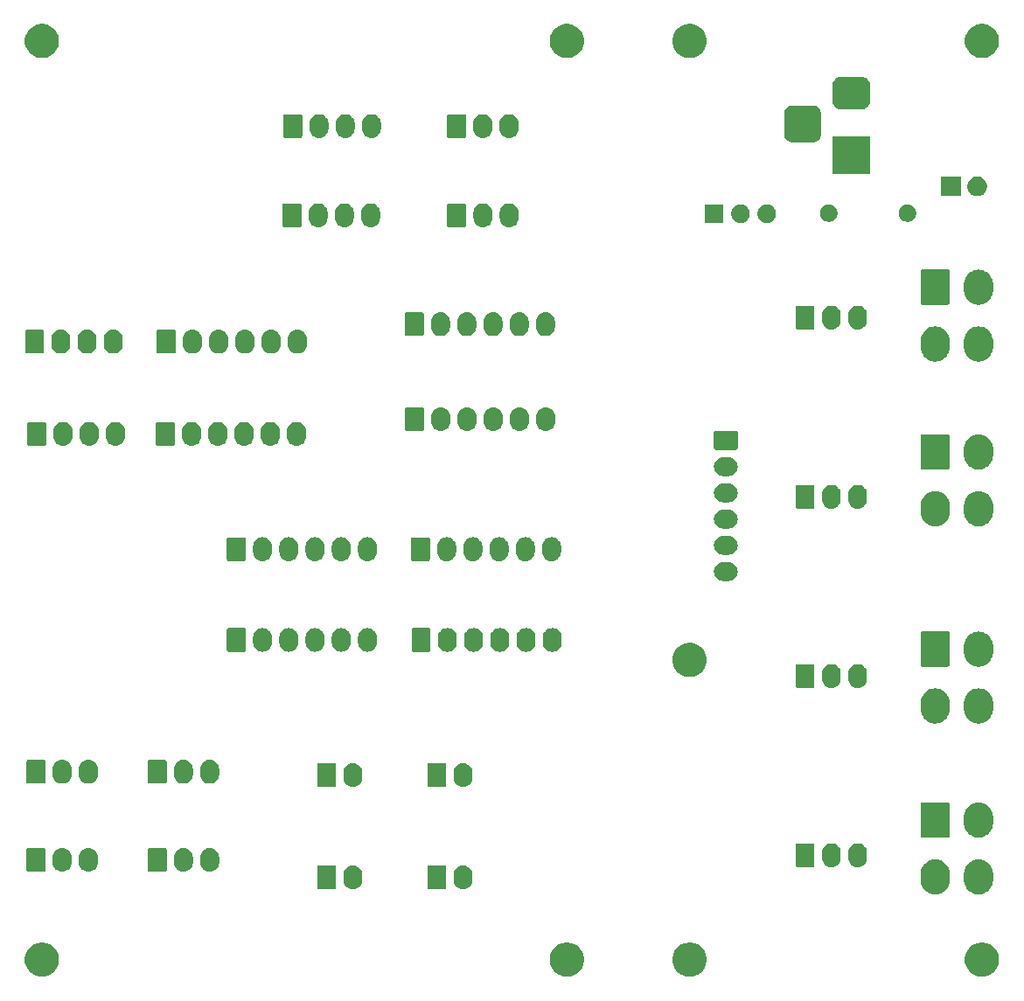
<source format=gbr>
G04 #@! TF.GenerationSoftware,KiCad,Pcbnew,(5.1.5-0-10_14)*
G04 #@! TF.CreationDate,2021-11-28T13:41:55+10:00*
G04 #@! TF.ProjectId,UFC - General Purpose Small PCB,55464320-2d20-4476-956e-6572616c2050,rev?*
G04 #@! TF.SameCoordinates,Original*
G04 #@! TF.FileFunction,Soldermask,Top*
G04 #@! TF.FilePolarity,Negative*
%FSLAX46Y46*%
G04 Gerber Fmt 4.6, Leading zero omitted, Abs format (unit mm)*
G04 Created by KiCad (PCBNEW (5.1.5-0-10_14)) date 2021-11-28 13:41:55*
%MOMM*%
%LPD*%
G04 APERTURE LIST*
%ADD10C,0.100000*%
G04 APERTURE END LIST*
D10*
G36*
X133979256Y-131487298D02*
G01*
X134085579Y-131508447D01*
X134386042Y-131632903D01*
X134656451Y-131813585D01*
X134886415Y-132043549D01*
X135067097Y-132313958D01*
X135191553Y-132614421D01*
X135255000Y-132933391D01*
X135255000Y-133258609D01*
X135191553Y-133577579D01*
X135067097Y-133878042D01*
X134886415Y-134148451D01*
X134656451Y-134378415D01*
X134386042Y-134559097D01*
X134085579Y-134683553D01*
X133979256Y-134704702D01*
X133766611Y-134747000D01*
X133441389Y-134747000D01*
X133228744Y-134704702D01*
X133122421Y-134683553D01*
X132821958Y-134559097D01*
X132551549Y-134378415D01*
X132321585Y-134148451D01*
X132140903Y-133878042D01*
X132016447Y-133577579D01*
X131953000Y-133258609D01*
X131953000Y-132933391D01*
X132016447Y-132614421D01*
X132140903Y-132313958D01*
X132321585Y-132043549D01*
X132551549Y-131813585D01*
X132821958Y-131632903D01*
X133122421Y-131508447D01*
X133228744Y-131487298D01*
X133441389Y-131445000D01*
X133766611Y-131445000D01*
X133979256Y-131487298D01*
G37*
G36*
X105683256Y-131487298D02*
G01*
X105789579Y-131508447D01*
X106090042Y-131632903D01*
X106360451Y-131813585D01*
X106590415Y-132043549D01*
X106771097Y-132313958D01*
X106895553Y-132614421D01*
X106959000Y-132933391D01*
X106959000Y-133258609D01*
X106895553Y-133577579D01*
X106771097Y-133878042D01*
X106590415Y-134148451D01*
X106360451Y-134378415D01*
X106090042Y-134559097D01*
X105789579Y-134683553D01*
X105683256Y-134704702D01*
X105470611Y-134747000D01*
X105145389Y-134747000D01*
X104932744Y-134704702D01*
X104826421Y-134683553D01*
X104525958Y-134559097D01*
X104255549Y-134378415D01*
X104025585Y-134148451D01*
X103844903Y-133878042D01*
X103720447Y-133577579D01*
X103657000Y-133258609D01*
X103657000Y-132933391D01*
X103720447Y-132614421D01*
X103844903Y-132313958D01*
X104025585Y-132043549D01*
X104255549Y-131813585D01*
X104525958Y-131632903D01*
X104826421Y-131508447D01*
X104932744Y-131487298D01*
X105145389Y-131445000D01*
X105470611Y-131445000D01*
X105683256Y-131487298D01*
G37*
G36*
X93796456Y-131487298D02*
G01*
X93902779Y-131508447D01*
X94203242Y-131632903D01*
X94473651Y-131813585D01*
X94703615Y-132043549D01*
X94884297Y-132313958D01*
X95008753Y-132614421D01*
X95072200Y-132933391D01*
X95072200Y-133258609D01*
X95008753Y-133577579D01*
X94884297Y-133878042D01*
X94703615Y-134148451D01*
X94473651Y-134378415D01*
X94203242Y-134559097D01*
X93902779Y-134683553D01*
X93796456Y-134704702D01*
X93583811Y-134747000D01*
X93258589Y-134747000D01*
X93045944Y-134704702D01*
X92939621Y-134683553D01*
X92639158Y-134559097D01*
X92368749Y-134378415D01*
X92138785Y-134148451D01*
X91958103Y-133878042D01*
X91833647Y-133577579D01*
X91770200Y-133258609D01*
X91770200Y-132933391D01*
X91833647Y-132614421D01*
X91958103Y-132313958D01*
X92138785Y-132043549D01*
X92368749Y-131813585D01*
X92639158Y-131632903D01*
X92939621Y-131508447D01*
X93045944Y-131487298D01*
X93258589Y-131445000D01*
X93583811Y-131445000D01*
X93796456Y-131487298D01*
G37*
G36*
X42975256Y-131487298D02*
G01*
X43081579Y-131508447D01*
X43382042Y-131632903D01*
X43652451Y-131813585D01*
X43882415Y-132043549D01*
X44063097Y-132313958D01*
X44187553Y-132614421D01*
X44251000Y-132933391D01*
X44251000Y-133258609D01*
X44187553Y-133577579D01*
X44063097Y-133878042D01*
X43882415Y-134148451D01*
X43652451Y-134378415D01*
X43382042Y-134559097D01*
X43081579Y-134683553D01*
X42975256Y-134704702D01*
X42762611Y-134747000D01*
X42437389Y-134747000D01*
X42224744Y-134704702D01*
X42118421Y-134683553D01*
X41817958Y-134559097D01*
X41547549Y-134378415D01*
X41317585Y-134148451D01*
X41136903Y-133878042D01*
X41012447Y-133577579D01*
X40949000Y-133258609D01*
X40949000Y-132933391D01*
X41012447Y-132614421D01*
X41136903Y-132313958D01*
X41317585Y-132043549D01*
X41547549Y-131813585D01*
X41817958Y-131632903D01*
X42118421Y-131508447D01*
X42224744Y-131487298D01*
X42437389Y-131445000D01*
X42762611Y-131445000D01*
X42975256Y-131487298D01*
G37*
G36*
X129357643Y-123402272D02*
G01*
X129553016Y-123461538D01*
X129621736Y-123482384D01*
X129787818Y-123571157D01*
X129865119Y-123612475D01*
X129906797Y-123646680D01*
X130078450Y-123787550D01*
X130216928Y-123956287D01*
X130253525Y-124000880D01*
X130253526Y-124000882D01*
X130383616Y-124244263D01*
X130404462Y-124312983D01*
X130463728Y-124508356D01*
X130463728Y-124508358D01*
X130483535Y-124709455D01*
X130484000Y-124714182D01*
X130484000Y-125451817D01*
X130463728Y-125657643D01*
X130404461Y-125853018D01*
X130383616Y-125921737D01*
X130277915Y-126119489D01*
X130253525Y-126165120D01*
X130220788Y-126205010D01*
X130078450Y-126378450D01*
X129920691Y-126507918D01*
X129865120Y-126553525D01*
X129865118Y-126553526D01*
X129621737Y-126683616D01*
X129553017Y-126704462D01*
X129357644Y-126763728D01*
X129083000Y-126790778D01*
X128808357Y-126763728D01*
X128612984Y-126704462D01*
X128544264Y-126683616D01*
X128300883Y-126553526D01*
X128300881Y-126553525D01*
X128259203Y-126519320D01*
X128087550Y-126378450D01*
X127935054Y-126192632D01*
X127912475Y-126165120D01*
X127888085Y-126119489D01*
X127782384Y-125921737D01*
X127716382Y-125704157D01*
X127702272Y-125657644D01*
X127682000Y-125451818D01*
X127682000Y-124714183D01*
X127682466Y-124709455D01*
X127698131Y-124550398D01*
X127702272Y-124508357D01*
X127782383Y-124244268D01*
X127782384Y-124244264D01*
X127912474Y-124000883D01*
X127912475Y-124000881D01*
X127974768Y-123924977D01*
X128087550Y-123787550D01*
X128261360Y-123644908D01*
X128300880Y-123612475D01*
X128378181Y-123571157D01*
X128544263Y-123482384D01*
X128612983Y-123461538D01*
X128808356Y-123402272D01*
X129083000Y-123375222D01*
X129357643Y-123402272D01*
G37*
G36*
X133557643Y-123402272D02*
G01*
X133753016Y-123461538D01*
X133821736Y-123482384D01*
X133987818Y-123571157D01*
X134065119Y-123612475D01*
X134106797Y-123646680D01*
X134278450Y-123787550D01*
X134416928Y-123956287D01*
X134453525Y-124000880D01*
X134453526Y-124000882D01*
X134583616Y-124244263D01*
X134604462Y-124312983D01*
X134663728Y-124508356D01*
X134663728Y-124508358D01*
X134683535Y-124709455D01*
X134684000Y-124714182D01*
X134684000Y-125451817D01*
X134663728Y-125657643D01*
X134604461Y-125853018D01*
X134583616Y-125921737D01*
X134477915Y-126119489D01*
X134453525Y-126165120D01*
X134420788Y-126205010D01*
X134278450Y-126378450D01*
X134120691Y-126507918D01*
X134065120Y-126553525D01*
X134065118Y-126553526D01*
X133821737Y-126683616D01*
X133753017Y-126704462D01*
X133557644Y-126763728D01*
X133283000Y-126790778D01*
X133008357Y-126763728D01*
X132812984Y-126704462D01*
X132744264Y-126683616D01*
X132500883Y-126553526D01*
X132500881Y-126553525D01*
X132459203Y-126519320D01*
X132287550Y-126378450D01*
X132135054Y-126192632D01*
X132112475Y-126165120D01*
X132088085Y-126119489D01*
X131982384Y-125921737D01*
X131916382Y-125704157D01*
X131902272Y-125657644D01*
X131882000Y-125451818D01*
X131882000Y-124714183D01*
X131882466Y-124709455D01*
X131898131Y-124550398D01*
X131902272Y-124508357D01*
X131982383Y-124244268D01*
X131982384Y-124244264D01*
X132112474Y-124000883D01*
X132112475Y-124000881D01*
X132174768Y-123924977D01*
X132287550Y-123787550D01*
X132461360Y-123644908D01*
X132500880Y-123612475D01*
X132578181Y-123571157D01*
X132744263Y-123482384D01*
X132812983Y-123461538D01*
X133008356Y-123402272D01*
X133283000Y-123375222D01*
X133557643Y-123402272D01*
G37*
G36*
X72875347Y-123982326D02*
G01*
X73048956Y-124034990D01*
X73048958Y-124034991D01*
X73208955Y-124120511D01*
X73349197Y-124235603D01*
X73425349Y-124328396D01*
X73464289Y-124375844D01*
X73549810Y-124535843D01*
X73602474Y-124709452D01*
X73615800Y-124844756D01*
X73615800Y-125395243D01*
X73602474Y-125530548D01*
X73549810Y-125704157D01*
X73464289Y-125864156D01*
X73428529Y-125907729D01*
X73349197Y-126004397D01*
X73252529Y-126083729D01*
X73208956Y-126119489D01*
X73048957Y-126205010D01*
X72875348Y-126257674D01*
X72694800Y-126275456D01*
X72514253Y-126257674D01*
X72340644Y-126205010D01*
X72180645Y-126119489D01*
X72137072Y-126083729D01*
X72040404Y-126004397D01*
X71925313Y-125864157D01*
X71925312Y-125864155D01*
X71839790Y-125704157D01*
X71787126Y-125530548D01*
X71773800Y-125395244D01*
X71773800Y-124844757D01*
X71787126Y-124709453D01*
X71839790Y-124535844D01*
X71854482Y-124508358D01*
X71925311Y-124375845D01*
X72040403Y-124235603D01*
X72143843Y-124150713D01*
X72180644Y-124120511D01*
X72340643Y-124034990D01*
X72514252Y-123982326D01*
X72694800Y-123964544D01*
X72875347Y-123982326D01*
G37*
G36*
X83543347Y-123982326D02*
G01*
X83716956Y-124034990D01*
X83716958Y-124034991D01*
X83876955Y-124120511D01*
X84017197Y-124235603D01*
X84093349Y-124328396D01*
X84132289Y-124375844D01*
X84217810Y-124535843D01*
X84270474Y-124709452D01*
X84283800Y-124844756D01*
X84283800Y-125395243D01*
X84270474Y-125530548D01*
X84217810Y-125704157D01*
X84132289Y-125864156D01*
X84096529Y-125907729D01*
X84017197Y-126004397D01*
X83920529Y-126083729D01*
X83876956Y-126119489D01*
X83716957Y-126205010D01*
X83543348Y-126257674D01*
X83362800Y-126275456D01*
X83182253Y-126257674D01*
X83008644Y-126205010D01*
X82848645Y-126119489D01*
X82805072Y-126083729D01*
X82708404Y-126004397D01*
X82593313Y-125864157D01*
X82593312Y-125864155D01*
X82507790Y-125704157D01*
X82455126Y-125530548D01*
X82441800Y-125395244D01*
X82441800Y-124844757D01*
X82455126Y-124709453D01*
X82507790Y-124535844D01*
X82522482Y-124508358D01*
X82593311Y-124375845D01*
X82708403Y-124235603D01*
X82811843Y-124150713D01*
X82848644Y-124120511D01*
X83008643Y-124034990D01*
X83182252Y-123982326D01*
X83362800Y-123964544D01*
X83543347Y-123982326D01*
G37*
G36*
X81602361Y-123972966D02*
G01*
X81635183Y-123982923D01*
X81665432Y-123999092D01*
X81691948Y-124020852D01*
X81713708Y-124047368D01*
X81729877Y-124077617D01*
X81739834Y-124110439D01*
X81743800Y-124150713D01*
X81743800Y-126089287D01*
X81739834Y-126129561D01*
X81729877Y-126162383D01*
X81713708Y-126192632D01*
X81691948Y-126219148D01*
X81665432Y-126240908D01*
X81635183Y-126257077D01*
X81602361Y-126267034D01*
X81562087Y-126271000D01*
X80083513Y-126271000D01*
X80043239Y-126267034D01*
X80010417Y-126257077D01*
X79980168Y-126240908D01*
X79953652Y-126219148D01*
X79931892Y-126192632D01*
X79915723Y-126162383D01*
X79905766Y-126129561D01*
X79901800Y-126089287D01*
X79901800Y-124150713D01*
X79905766Y-124110439D01*
X79915723Y-124077617D01*
X79931892Y-124047368D01*
X79953652Y-124020852D01*
X79980168Y-123999092D01*
X80010417Y-123982923D01*
X80043239Y-123972966D01*
X80083513Y-123969000D01*
X81562087Y-123969000D01*
X81602361Y-123972966D01*
G37*
G36*
X70934361Y-123972966D02*
G01*
X70967183Y-123982923D01*
X70997432Y-123999092D01*
X71023948Y-124020852D01*
X71045708Y-124047368D01*
X71061877Y-124077617D01*
X71071834Y-124110439D01*
X71075800Y-124150713D01*
X71075800Y-126089287D01*
X71071834Y-126129561D01*
X71061877Y-126162383D01*
X71045708Y-126192632D01*
X71023948Y-126219148D01*
X70997432Y-126240908D01*
X70967183Y-126257077D01*
X70934361Y-126267034D01*
X70894087Y-126271000D01*
X69415513Y-126271000D01*
X69375239Y-126267034D01*
X69342417Y-126257077D01*
X69312168Y-126240908D01*
X69285652Y-126219148D01*
X69263892Y-126192632D01*
X69247723Y-126162383D01*
X69237766Y-126129561D01*
X69233800Y-126089287D01*
X69233800Y-124150713D01*
X69237766Y-124110439D01*
X69247723Y-124077617D01*
X69263892Y-124047368D01*
X69285652Y-124020852D01*
X69312168Y-123999092D01*
X69342417Y-123982923D01*
X69375239Y-123972966D01*
X69415513Y-123969000D01*
X70894087Y-123969000D01*
X70934361Y-123972966D01*
G37*
G36*
X59006947Y-122306326D02*
G01*
X59180556Y-122358990D01*
X59180558Y-122358991D01*
X59340555Y-122444511D01*
X59480797Y-122559603D01*
X59560129Y-122656271D01*
X59595889Y-122699844D01*
X59681410Y-122859843D01*
X59734074Y-123033452D01*
X59747400Y-123168756D01*
X59747400Y-123719243D01*
X59734074Y-123854548D01*
X59681410Y-124028157D01*
X59595889Y-124188156D01*
X59560129Y-124231729D01*
X59480797Y-124328397D01*
X59384129Y-124407729D01*
X59340556Y-124443489D01*
X59180557Y-124529010D01*
X59006948Y-124581674D01*
X58826400Y-124599456D01*
X58645853Y-124581674D01*
X58472244Y-124529010D01*
X58312245Y-124443489D01*
X58268672Y-124407729D01*
X58172004Y-124328397D01*
X58056913Y-124188157D01*
X58056912Y-124188155D01*
X57971390Y-124028157D01*
X57918726Y-123854548D01*
X57905400Y-123719244D01*
X57905400Y-123168757D01*
X57918726Y-123033453D01*
X57971390Y-122859844D01*
X58056911Y-122699845D01*
X58056912Y-122699844D01*
X58172003Y-122559603D01*
X58297788Y-122456375D01*
X58312244Y-122444511D01*
X58472243Y-122358990D01*
X58645852Y-122306326D01*
X58826400Y-122288544D01*
X59006947Y-122306326D01*
G37*
G36*
X56466947Y-122306326D02*
G01*
X56640556Y-122358990D01*
X56640558Y-122358991D01*
X56800555Y-122444511D01*
X56940797Y-122559603D01*
X57020129Y-122656271D01*
X57055889Y-122699844D01*
X57141410Y-122859843D01*
X57194074Y-123033452D01*
X57207400Y-123168756D01*
X57207400Y-123719243D01*
X57194074Y-123854548D01*
X57141410Y-124028157D01*
X57055889Y-124188156D01*
X57020129Y-124231729D01*
X56940797Y-124328397D01*
X56844129Y-124407729D01*
X56800556Y-124443489D01*
X56640557Y-124529010D01*
X56466948Y-124581674D01*
X56286400Y-124599456D01*
X56105853Y-124581674D01*
X55932244Y-124529010D01*
X55772245Y-124443489D01*
X55728672Y-124407729D01*
X55632004Y-124328397D01*
X55516913Y-124188157D01*
X55516912Y-124188155D01*
X55431390Y-124028157D01*
X55378726Y-123854548D01*
X55365400Y-123719244D01*
X55365400Y-123168757D01*
X55378726Y-123033453D01*
X55431390Y-122859844D01*
X55516911Y-122699845D01*
X55516912Y-122699844D01*
X55632003Y-122559603D01*
X55757788Y-122456375D01*
X55772244Y-122444511D01*
X55932243Y-122358990D01*
X56105852Y-122306326D01*
X56286400Y-122288544D01*
X56466947Y-122306326D01*
G37*
G36*
X47272147Y-122306326D02*
G01*
X47445756Y-122358990D01*
X47445758Y-122358991D01*
X47605755Y-122444511D01*
X47745997Y-122559603D01*
X47825329Y-122656271D01*
X47861089Y-122699844D01*
X47946610Y-122859843D01*
X47999274Y-123033452D01*
X48012600Y-123168756D01*
X48012600Y-123719243D01*
X47999274Y-123854548D01*
X47946610Y-124028157D01*
X47861089Y-124188156D01*
X47825329Y-124231729D01*
X47745997Y-124328397D01*
X47649329Y-124407729D01*
X47605756Y-124443489D01*
X47445757Y-124529010D01*
X47272148Y-124581674D01*
X47091600Y-124599456D01*
X46911053Y-124581674D01*
X46737444Y-124529010D01*
X46577445Y-124443489D01*
X46533872Y-124407729D01*
X46437204Y-124328397D01*
X46322113Y-124188157D01*
X46322112Y-124188155D01*
X46236590Y-124028157D01*
X46183926Y-123854548D01*
X46170600Y-123719244D01*
X46170600Y-123168757D01*
X46183926Y-123033453D01*
X46236590Y-122859844D01*
X46322111Y-122699845D01*
X46322112Y-122699844D01*
X46437203Y-122559603D01*
X46562988Y-122456375D01*
X46577444Y-122444511D01*
X46737443Y-122358990D01*
X46911052Y-122306326D01*
X47091600Y-122288544D01*
X47272147Y-122306326D01*
G37*
G36*
X44732147Y-122306326D02*
G01*
X44905756Y-122358990D01*
X44905758Y-122358991D01*
X45065755Y-122444511D01*
X45205997Y-122559603D01*
X45285329Y-122656271D01*
X45321089Y-122699844D01*
X45406610Y-122859843D01*
X45459274Y-123033452D01*
X45472600Y-123168756D01*
X45472600Y-123719243D01*
X45459274Y-123854548D01*
X45406610Y-124028157D01*
X45321089Y-124188156D01*
X45285329Y-124231729D01*
X45205997Y-124328397D01*
X45109329Y-124407729D01*
X45065756Y-124443489D01*
X44905757Y-124529010D01*
X44732148Y-124581674D01*
X44551600Y-124599456D01*
X44371053Y-124581674D01*
X44197444Y-124529010D01*
X44037445Y-124443489D01*
X43993872Y-124407729D01*
X43897204Y-124328397D01*
X43782113Y-124188157D01*
X43782112Y-124188155D01*
X43696590Y-124028157D01*
X43643926Y-123854548D01*
X43630600Y-123719244D01*
X43630600Y-123168757D01*
X43643926Y-123033453D01*
X43696590Y-122859844D01*
X43782111Y-122699845D01*
X43782112Y-122699844D01*
X43897203Y-122559603D01*
X44022988Y-122456375D01*
X44037444Y-122444511D01*
X44197443Y-122358990D01*
X44371052Y-122306326D01*
X44551600Y-122288544D01*
X44732147Y-122306326D01*
G37*
G36*
X54525961Y-122296966D02*
G01*
X54558783Y-122306923D01*
X54589032Y-122323092D01*
X54615548Y-122344852D01*
X54637308Y-122371368D01*
X54653477Y-122401617D01*
X54663434Y-122434439D01*
X54667400Y-122474713D01*
X54667400Y-124413287D01*
X54663434Y-124453561D01*
X54653477Y-124486383D01*
X54637308Y-124516632D01*
X54615548Y-124543148D01*
X54589032Y-124564908D01*
X54558783Y-124581077D01*
X54525961Y-124591034D01*
X54485687Y-124595000D01*
X53007113Y-124595000D01*
X52966839Y-124591034D01*
X52934017Y-124581077D01*
X52903768Y-124564908D01*
X52877252Y-124543148D01*
X52855492Y-124516632D01*
X52839323Y-124486383D01*
X52829366Y-124453561D01*
X52825400Y-124413287D01*
X52825400Y-122474713D01*
X52829366Y-122434439D01*
X52839323Y-122401617D01*
X52855492Y-122371368D01*
X52877252Y-122344852D01*
X52903768Y-122323092D01*
X52934017Y-122306923D01*
X52966839Y-122296966D01*
X53007113Y-122293000D01*
X54485687Y-122293000D01*
X54525961Y-122296966D01*
G37*
G36*
X42791161Y-122296966D02*
G01*
X42823983Y-122306923D01*
X42854232Y-122323092D01*
X42880748Y-122344852D01*
X42902508Y-122371368D01*
X42918677Y-122401617D01*
X42928634Y-122434439D01*
X42932600Y-122474713D01*
X42932600Y-124413287D01*
X42928634Y-124453561D01*
X42918677Y-124486383D01*
X42902508Y-124516632D01*
X42880748Y-124543148D01*
X42854232Y-124564908D01*
X42823983Y-124581077D01*
X42791161Y-124591034D01*
X42750887Y-124595000D01*
X41272313Y-124595000D01*
X41232039Y-124591034D01*
X41199217Y-124581077D01*
X41168968Y-124564908D01*
X41142452Y-124543148D01*
X41120692Y-124516632D01*
X41104523Y-124486383D01*
X41094566Y-124453561D01*
X41090600Y-124413287D01*
X41090600Y-122474713D01*
X41094566Y-122434439D01*
X41104523Y-122401617D01*
X41120692Y-122371368D01*
X41142452Y-122344852D01*
X41168968Y-122323092D01*
X41199217Y-122306923D01*
X41232039Y-122296966D01*
X41272313Y-122293000D01*
X42750887Y-122293000D01*
X42791161Y-122296966D01*
G37*
G36*
X121744547Y-121849326D02*
G01*
X121918156Y-121901990D01*
X121918158Y-121901991D01*
X122078155Y-121987511D01*
X122218397Y-122102603D01*
X122297729Y-122199271D01*
X122333489Y-122242844D01*
X122419010Y-122402843D01*
X122471674Y-122576452D01*
X122485000Y-122711756D01*
X122485000Y-123262243D01*
X122471674Y-123397548D01*
X122419010Y-123571157D01*
X122333489Y-123731156D01*
X122297729Y-123774729D01*
X122218397Y-123871397D01*
X122121729Y-123950729D01*
X122078156Y-123986489D01*
X121918157Y-124072010D01*
X121744548Y-124124674D01*
X121564000Y-124142456D01*
X121383453Y-124124674D01*
X121209844Y-124072010D01*
X121049845Y-123986489D01*
X121006272Y-123950729D01*
X120909604Y-123871397D01*
X120794513Y-123731157D01*
X120794512Y-123731155D01*
X120708990Y-123571157D01*
X120656326Y-123397548D01*
X120643000Y-123262244D01*
X120643000Y-122711757D01*
X120656326Y-122576453D01*
X120708990Y-122402844D01*
X120794511Y-122242845D01*
X120794512Y-122242844D01*
X120909603Y-122102603D01*
X121035388Y-121999375D01*
X121049844Y-121987511D01*
X121209843Y-121901990D01*
X121383452Y-121849326D01*
X121564000Y-121831544D01*
X121744547Y-121849326D01*
G37*
G36*
X119204547Y-121849326D02*
G01*
X119378156Y-121901990D01*
X119378158Y-121901991D01*
X119538155Y-121987511D01*
X119678397Y-122102603D01*
X119757729Y-122199271D01*
X119793489Y-122242844D01*
X119879010Y-122402843D01*
X119931674Y-122576452D01*
X119945000Y-122711756D01*
X119945000Y-123262243D01*
X119931674Y-123397548D01*
X119879010Y-123571157D01*
X119793489Y-123731156D01*
X119757729Y-123774729D01*
X119678397Y-123871397D01*
X119581729Y-123950729D01*
X119538156Y-123986489D01*
X119378157Y-124072010D01*
X119204548Y-124124674D01*
X119024000Y-124142456D01*
X118843453Y-124124674D01*
X118669844Y-124072010D01*
X118509845Y-123986489D01*
X118466272Y-123950729D01*
X118369604Y-123871397D01*
X118254513Y-123731157D01*
X118254512Y-123731155D01*
X118168990Y-123571157D01*
X118116326Y-123397548D01*
X118103000Y-123262244D01*
X118103000Y-122711757D01*
X118116326Y-122576453D01*
X118168990Y-122402844D01*
X118254511Y-122242845D01*
X118254512Y-122242844D01*
X118369603Y-122102603D01*
X118495388Y-121999375D01*
X118509844Y-121987511D01*
X118669843Y-121901990D01*
X118843452Y-121849326D01*
X119024000Y-121831544D01*
X119204547Y-121849326D01*
G37*
G36*
X117263561Y-121839966D02*
G01*
X117296383Y-121849923D01*
X117326632Y-121866092D01*
X117353148Y-121887852D01*
X117374908Y-121914368D01*
X117391077Y-121944617D01*
X117401034Y-121977439D01*
X117405000Y-122017713D01*
X117405000Y-123956287D01*
X117401034Y-123996561D01*
X117391077Y-124029383D01*
X117374908Y-124059632D01*
X117353148Y-124086148D01*
X117326632Y-124107908D01*
X117296383Y-124124077D01*
X117263561Y-124134034D01*
X117223287Y-124138000D01*
X115744713Y-124138000D01*
X115704439Y-124134034D01*
X115671617Y-124124077D01*
X115641368Y-124107908D01*
X115614852Y-124086148D01*
X115593092Y-124059632D01*
X115576923Y-124029383D01*
X115566966Y-123996561D01*
X115563000Y-123956287D01*
X115563000Y-122017713D01*
X115566966Y-121977439D01*
X115576923Y-121944617D01*
X115593092Y-121914368D01*
X115614852Y-121887852D01*
X115641368Y-121866092D01*
X115671617Y-121849923D01*
X115704439Y-121839966D01*
X115744713Y-121836000D01*
X117223287Y-121836000D01*
X117263561Y-121839966D01*
G37*
G36*
X133557643Y-117902272D02*
G01*
X133753016Y-117961538D01*
X133821736Y-117982384D01*
X134024624Y-118090830D01*
X134065119Y-118112475D01*
X134100419Y-118141445D01*
X134278450Y-118287550D01*
X134421092Y-118461360D01*
X134453525Y-118500880D01*
X134453526Y-118500882D01*
X134583616Y-118744263D01*
X134604462Y-118812983D01*
X134663728Y-119008356D01*
X134684000Y-119214182D01*
X134684000Y-119951817D01*
X134663728Y-120157643D01*
X134604461Y-120353018D01*
X134583616Y-120421737D01*
X134460964Y-120651202D01*
X134453525Y-120665120D01*
X134407918Y-120720691D01*
X134278450Y-120878450D01*
X134120691Y-121007918D01*
X134065120Y-121053525D01*
X134065118Y-121053526D01*
X133821737Y-121183616D01*
X133753017Y-121204462D01*
X133557644Y-121263728D01*
X133283000Y-121290778D01*
X133008357Y-121263728D01*
X132812984Y-121204462D01*
X132744264Y-121183616D01*
X132500883Y-121053526D01*
X132500881Y-121053525D01*
X132459203Y-121019320D01*
X132287550Y-120878450D01*
X132144908Y-120704640D01*
X132112475Y-120665120D01*
X132105036Y-120651202D01*
X131982384Y-120421737D01*
X131961538Y-120353017D01*
X131902272Y-120157644D01*
X131882000Y-119951818D01*
X131882000Y-119214183D01*
X131902272Y-119008357D01*
X131982383Y-118744268D01*
X131982384Y-118744264D01*
X132112474Y-118500883D01*
X132112475Y-118500881D01*
X132146680Y-118459203D01*
X132287550Y-118287550D01*
X132461360Y-118144908D01*
X132500880Y-118112475D01*
X132541375Y-118090830D01*
X132744263Y-117982384D01*
X132812983Y-117961538D01*
X133008356Y-117902272D01*
X133283000Y-117875222D01*
X133557643Y-117902272D01*
G37*
G36*
X130357031Y-117885621D02*
G01*
X130386486Y-117894556D01*
X130413623Y-117909062D01*
X130437414Y-117928586D01*
X130456938Y-117952377D01*
X130471444Y-117979514D01*
X130480379Y-118008969D01*
X130484000Y-118045734D01*
X130484000Y-121120266D01*
X130480379Y-121157031D01*
X130471444Y-121186486D01*
X130456938Y-121213623D01*
X130437414Y-121237414D01*
X130413623Y-121256938D01*
X130386486Y-121271444D01*
X130357031Y-121280379D01*
X130320266Y-121284000D01*
X127845734Y-121284000D01*
X127808969Y-121280379D01*
X127779514Y-121271444D01*
X127752377Y-121256938D01*
X127728586Y-121237414D01*
X127709062Y-121213623D01*
X127694556Y-121186486D01*
X127685621Y-121157031D01*
X127682000Y-121120266D01*
X127682000Y-118045734D01*
X127685621Y-118008969D01*
X127694556Y-117979514D01*
X127709062Y-117952377D01*
X127728586Y-117928586D01*
X127752377Y-117909062D01*
X127779514Y-117894556D01*
X127808969Y-117885621D01*
X127845734Y-117882000D01*
X130320266Y-117882000D01*
X130357031Y-117885621D01*
G37*
G36*
X72875347Y-114076326D02*
G01*
X73048956Y-114128990D01*
X73048958Y-114128991D01*
X73208955Y-114214511D01*
X73349197Y-114329603D01*
X73428529Y-114426271D01*
X73464289Y-114469844D01*
X73549810Y-114629843D01*
X73602474Y-114803452D01*
X73615800Y-114938756D01*
X73615800Y-115489243D01*
X73602474Y-115624548D01*
X73549810Y-115798157D01*
X73464289Y-115958156D01*
X73444202Y-115982632D01*
X73349197Y-116098397D01*
X73252529Y-116177729D01*
X73208956Y-116213489D01*
X73048957Y-116299010D01*
X72875348Y-116351674D01*
X72694800Y-116369456D01*
X72514253Y-116351674D01*
X72340644Y-116299010D01*
X72180645Y-116213489D01*
X72137072Y-116177729D01*
X72040404Y-116098397D01*
X71925313Y-115958157D01*
X71925312Y-115958155D01*
X71839790Y-115798157D01*
X71787126Y-115624548D01*
X71773800Y-115489244D01*
X71773800Y-114938757D01*
X71787126Y-114803453D01*
X71839790Y-114629844D01*
X71925311Y-114469845D01*
X71925312Y-114469844D01*
X72040403Y-114329603D01*
X72166188Y-114226375D01*
X72180644Y-114214511D01*
X72340643Y-114128990D01*
X72514252Y-114076326D01*
X72694800Y-114058544D01*
X72875347Y-114076326D01*
G37*
G36*
X83543347Y-114076326D02*
G01*
X83716956Y-114128990D01*
X83716958Y-114128991D01*
X83876955Y-114214511D01*
X84017197Y-114329603D01*
X84096529Y-114426271D01*
X84132289Y-114469844D01*
X84217810Y-114629843D01*
X84270474Y-114803452D01*
X84283800Y-114938756D01*
X84283800Y-115489243D01*
X84270474Y-115624548D01*
X84217810Y-115798157D01*
X84132289Y-115958156D01*
X84112202Y-115982632D01*
X84017197Y-116098397D01*
X83920529Y-116177729D01*
X83876956Y-116213489D01*
X83716957Y-116299010D01*
X83543348Y-116351674D01*
X83362800Y-116369456D01*
X83182253Y-116351674D01*
X83008644Y-116299010D01*
X82848645Y-116213489D01*
X82805072Y-116177729D01*
X82708404Y-116098397D01*
X82593313Y-115958157D01*
X82593312Y-115958155D01*
X82507790Y-115798157D01*
X82455126Y-115624548D01*
X82441800Y-115489244D01*
X82441800Y-114938757D01*
X82455126Y-114803453D01*
X82507790Y-114629844D01*
X82593311Y-114469845D01*
X82593312Y-114469844D01*
X82708403Y-114329603D01*
X82834188Y-114226375D01*
X82848644Y-114214511D01*
X83008643Y-114128990D01*
X83182252Y-114076326D01*
X83362800Y-114058544D01*
X83543347Y-114076326D01*
G37*
G36*
X70934361Y-114066966D02*
G01*
X70967183Y-114076923D01*
X70997432Y-114093092D01*
X71023948Y-114114852D01*
X71045708Y-114141368D01*
X71061877Y-114171617D01*
X71071834Y-114204439D01*
X71075800Y-114244713D01*
X71075800Y-116183287D01*
X71071834Y-116223561D01*
X71061877Y-116256383D01*
X71045708Y-116286632D01*
X71023948Y-116313148D01*
X70997432Y-116334908D01*
X70967183Y-116351077D01*
X70934361Y-116361034D01*
X70894087Y-116365000D01*
X69415513Y-116365000D01*
X69375239Y-116361034D01*
X69342417Y-116351077D01*
X69312168Y-116334908D01*
X69285652Y-116313148D01*
X69263892Y-116286632D01*
X69247723Y-116256383D01*
X69237766Y-116223561D01*
X69233800Y-116183287D01*
X69233800Y-114244713D01*
X69237766Y-114204439D01*
X69247723Y-114171617D01*
X69263892Y-114141368D01*
X69285652Y-114114852D01*
X69312168Y-114093092D01*
X69342417Y-114076923D01*
X69375239Y-114066966D01*
X69415513Y-114063000D01*
X70894087Y-114063000D01*
X70934361Y-114066966D01*
G37*
G36*
X81602361Y-114066966D02*
G01*
X81635183Y-114076923D01*
X81665432Y-114093092D01*
X81691948Y-114114852D01*
X81713708Y-114141368D01*
X81729877Y-114171617D01*
X81739834Y-114204439D01*
X81743800Y-114244713D01*
X81743800Y-116183287D01*
X81739834Y-116223561D01*
X81729877Y-116256383D01*
X81713708Y-116286632D01*
X81691948Y-116313148D01*
X81665432Y-116334908D01*
X81635183Y-116351077D01*
X81602361Y-116361034D01*
X81562087Y-116365000D01*
X80083513Y-116365000D01*
X80043239Y-116361034D01*
X80010417Y-116351077D01*
X79980168Y-116334908D01*
X79953652Y-116313148D01*
X79931892Y-116286632D01*
X79915723Y-116256383D01*
X79905766Y-116223561D01*
X79901800Y-116183287D01*
X79901800Y-114244713D01*
X79905766Y-114204439D01*
X79915723Y-114171617D01*
X79931892Y-114141368D01*
X79953652Y-114114852D01*
X79980168Y-114093092D01*
X80010417Y-114076923D01*
X80043239Y-114066966D01*
X80083513Y-114063000D01*
X81562087Y-114063000D01*
X81602361Y-114066966D01*
G37*
G36*
X56466947Y-113772326D02*
G01*
X56640556Y-113824990D01*
X56640558Y-113824991D01*
X56800555Y-113910511D01*
X56940797Y-114025603D01*
X57008091Y-114107602D01*
X57055889Y-114165844D01*
X57141410Y-114325843D01*
X57194074Y-114499452D01*
X57207400Y-114634756D01*
X57207400Y-115185243D01*
X57194074Y-115320548D01*
X57141410Y-115494157D01*
X57055889Y-115654156D01*
X57020129Y-115697729D01*
X56940797Y-115794397D01*
X56844129Y-115873729D01*
X56800556Y-115909489D01*
X56640557Y-115995010D01*
X56466948Y-116047674D01*
X56286400Y-116065456D01*
X56105853Y-116047674D01*
X55932244Y-115995010D01*
X55772245Y-115909489D01*
X55728672Y-115873729D01*
X55632004Y-115794397D01*
X55516913Y-115654157D01*
X55516912Y-115654155D01*
X55431390Y-115494157D01*
X55378726Y-115320548D01*
X55365400Y-115185244D01*
X55365400Y-114634757D01*
X55378726Y-114499453D01*
X55431390Y-114325844D01*
X55516911Y-114165845D01*
X55516912Y-114165844D01*
X55632003Y-114025603D01*
X55757788Y-113922375D01*
X55772244Y-113910511D01*
X55932243Y-113824990D01*
X56105852Y-113772326D01*
X56286400Y-113754544D01*
X56466947Y-113772326D01*
G37*
G36*
X59006947Y-113772326D02*
G01*
X59180556Y-113824990D01*
X59180558Y-113824991D01*
X59340555Y-113910511D01*
X59480797Y-114025603D01*
X59548091Y-114107602D01*
X59595889Y-114165844D01*
X59681410Y-114325843D01*
X59734074Y-114499452D01*
X59747400Y-114634756D01*
X59747400Y-115185243D01*
X59734074Y-115320548D01*
X59681410Y-115494157D01*
X59595889Y-115654156D01*
X59560129Y-115697729D01*
X59480797Y-115794397D01*
X59384129Y-115873729D01*
X59340556Y-115909489D01*
X59180557Y-115995010D01*
X59006948Y-116047674D01*
X58826400Y-116065456D01*
X58645853Y-116047674D01*
X58472244Y-115995010D01*
X58312245Y-115909489D01*
X58268672Y-115873729D01*
X58172004Y-115794397D01*
X58056913Y-115654157D01*
X58056912Y-115654155D01*
X57971390Y-115494157D01*
X57918726Y-115320548D01*
X57905400Y-115185244D01*
X57905400Y-114634757D01*
X57918726Y-114499453D01*
X57971390Y-114325844D01*
X58056911Y-114165845D01*
X58056912Y-114165844D01*
X58172003Y-114025603D01*
X58297788Y-113922375D01*
X58312244Y-113910511D01*
X58472243Y-113824990D01*
X58645852Y-113772326D01*
X58826400Y-113754544D01*
X59006947Y-113772326D01*
G37*
G36*
X47272147Y-113772326D02*
G01*
X47445756Y-113824990D01*
X47445758Y-113824991D01*
X47605755Y-113910511D01*
X47745997Y-114025603D01*
X47813291Y-114107602D01*
X47861089Y-114165844D01*
X47946610Y-114325843D01*
X47999274Y-114499452D01*
X48012600Y-114634756D01*
X48012600Y-115185243D01*
X47999274Y-115320548D01*
X47946610Y-115494157D01*
X47861089Y-115654156D01*
X47825329Y-115697729D01*
X47745997Y-115794397D01*
X47649329Y-115873729D01*
X47605756Y-115909489D01*
X47445757Y-115995010D01*
X47272148Y-116047674D01*
X47091600Y-116065456D01*
X46911053Y-116047674D01*
X46737444Y-115995010D01*
X46577445Y-115909489D01*
X46533872Y-115873729D01*
X46437204Y-115794397D01*
X46322113Y-115654157D01*
X46322112Y-115654155D01*
X46236590Y-115494157D01*
X46183926Y-115320548D01*
X46170600Y-115185244D01*
X46170600Y-114634757D01*
X46183926Y-114499453D01*
X46236590Y-114325844D01*
X46322111Y-114165845D01*
X46322112Y-114165844D01*
X46437203Y-114025603D01*
X46562988Y-113922375D01*
X46577444Y-113910511D01*
X46737443Y-113824990D01*
X46911052Y-113772326D01*
X47091600Y-113754544D01*
X47272147Y-113772326D01*
G37*
G36*
X44732147Y-113772326D02*
G01*
X44905756Y-113824990D01*
X44905758Y-113824991D01*
X45065755Y-113910511D01*
X45205997Y-114025603D01*
X45273291Y-114107602D01*
X45321089Y-114165844D01*
X45406610Y-114325843D01*
X45459274Y-114499452D01*
X45472600Y-114634756D01*
X45472600Y-115185243D01*
X45459274Y-115320548D01*
X45406610Y-115494157D01*
X45321089Y-115654156D01*
X45285329Y-115697729D01*
X45205997Y-115794397D01*
X45109329Y-115873729D01*
X45065756Y-115909489D01*
X44905757Y-115995010D01*
X44732148Y-116047674D01*
X44551600Y-116065456D01*
X44371053Y-116047674D01*
X44197444Y-115995010D01*
X44037445Y-115909489D01*
X43993872Y-115873729D01*
X43897204Y-115794397D01*
X43782113Y-115654157D01*
X43782112Y-115654155D01*
X43696590Y-115494157D01*
X43643926Y-115320548D01*
X43630600Y-115185244D01*
X43630600Y-114634757D01*
X43643926Y-114499453D01*
X43696590Y-114325844D01*
X43782111Y-114165845D01*
X43782112Y-114165844D01*
X43897203Y-114025603D01*
X44022988Y-113922375D01*
X44037444Y-113910511D01*
X44197443Y-113824990D01*
X44371052Y-113772326D01*
X44551600Y-113754544D01*
X44732147Y-113772326D01*
G37*
G36*
X42791161Y-113762966D02*
G01*
X42823983Y-113772923D01*
X42854232Y-113789092D01*
X42880748Y-113810852D01*
X42902508Y-113837368D01*
X42918677Y-113867617D01*
X42928634Y-113900439D01*
X42932600Y-113940713D01*
X42932600Y-115879287D01*
X42928634Y-115919561D01*
X42918677Y-115952383D01*
X42902508Y-115982632D01*
X42880748Y-116009148D01*
X42854232Y-116030908D01*
X42823983Y-116047077D01*
X42791161Y-116057034D01*
X42750887Y-116061000D01*
X41272313Y-116061000D01*
X41232039Y-116057034D01*
X41199217Y-116047077D01*
X41168968Y-116030908D01*
X41142452Y-116009148D01*
X41120692Y-115982632D01*
X41104523Y-115952383D01*
X41094566Y-115919561D01*
X41090600Y-115879287D01*
X41090600Y-113940713D01*
X41094566Y-113900439D01*
X41104523Y-113867617D01*
X41120692Y-113837368D01*
X41142452Y-113810852D01*
X41168968Y-113789092D01*
X41199217Y-113772923D01*
X41232039Y-113762966D01*
X41272313Y-113759000D01*
X42750887Y-113759000D01*
X42791161Y-113762966D01*
G37*
G36*
X54525961Y-113762966D02*
G01*
X54558783Y-113772923D01*
X54589032Y-113789092D01*
X54615548Y-113810852D01*
X54637308Y-113837368D01*
X54653477Y-113867617D01*
X54663434Y-113900439D01*
X54667400Y-113940713D01*
X54667400Y-115879287D01*
X54663434Y-115919561D01*
X54653477Y-115952383D01*
X54637308Y-115982632D01*
X54615548Y-116009148D01*
X54589032Y-116030908D01*
X54558783Y-116047077D01*
X54525961Y-116057034D01*
X54485687Y-116061000D01*
X53007113Y-116061000D01*
X52966839Y-116057034D01*
X52934017Y-116047077D01*
X52903768Y-116030908D01*
X52877252Y-116009148D01*
X52855492Y-115982632D01*
X52839323Y-115952383D01*
X52829366Y-115919561D01*
X52825400Y-115879287D01*
X52825400Y-113940713D01*
X52829366Y-113900439D01*
X52839323Y-113867617D01*
X52855492Y-113837368D01*
X52877252Y-113810852D01*
X52903768Y-113789092D01*
X52934017Y-113772923D01*
X52966839Y-113762966D01*
X53007113Y-113759000D01*
X54485687Y-113759000D01*
X54525961Y-113762966D01*
G37*
G36*
X133557643Y-106841272D02*
G01*
X133753016Y-106900538D01*
X133821736Y-106921384D01*
X134051201Y-107044036D01*
X134065119Y-107051475D01*
X134106797Y-107085680D01*
X134278450Y-107226550D01*
X134421092Y-107400360D01*
X134453525Y-107439880D01*
X134453526Y-107439882D01*
X134583616Y-107683263D01*
X134604462Y-107751983D01*
X134663728Y-107947356D01*
X134684000Y-108153182D01*
X134684000Y-108890817D01*
X134663728Y-109096643D01*
X134604461Y-109292018D01*
X134583616Y-109360737D01*
X134460964Y-109590202D01*
X134453525Y-109604120D01*
X134407918Y-109659691D01*
X134278450Y-109817450D01*
X134120691Y-109946918D01*
X134065120Y-109992525D01*
X134065118Y-109992526D01*
X133821737Y-110122616D01*
X133753017Y-110143462D01*
X133557644Y-110202728D01*
X133283000Y-110229778D01*
X133008357Y-110202728D01*
X132812984Y-110143462D01*
X132744264Y-110122616D01*
X132500883Y-109992526D01*
X132500881Y-109992525D01*
X132459203Y-109958320D01*
X132287550Y-109817450D01*
X132144908Y-109643640D01*
X132112475Y-109604120D01*
X132105036Y-109590202D01*
X131982384Y-109360737D01*
X131961538Y-109292017D01*
X131902272Y-109096644D01*
X131882000Y-108890818D01*
X131882000Y-108153183D01*
X131902272Y-107947357D01*
X131982383Y-107683268D01*
X131982384Y-107683264D01*
X132112474Y-107439883D01*
X132112475Y-107439881D01*
X132146680Y-107398203D01*
X132287550Y-107226550D01*
X132461360Y-107083908D01*
X132500880Y-107051475D01*
X132514798Y-107044036D01*
X132744263Y-106921384D01*
X132812983Y-106900538D01*
X133008356Y-106841272D01*
X133283000Y-106814222D01*
X133557643Y-106841272D01*
G37*
G36*
X129357643Y-106841272D02*
G01*
X129553016Y-106900538D01*
X129621736Y-106921384D01*
X129851201Y-107044036D01*
X129865119Y-107051475D01*
X129906797Y-107085680D01*
X130078450Y-107226550D01*
X130221092Y-107400360D01*
X130253525Y-107439880D01*
X130253526Y-107439882D01*
X130383616Y-107683263D01*
X130404462Y-107751983D01*
X130463728Y-107947356D01*
X130484000Y-108153182D01*
X130484000Y-108890817D01*
X130463728Y-109096643D01*
X130404461Y-109292018D01*
X130383616Y-109360737D01*
X130260964Y-109590202D01*
X130253525Y-109604120D01*
X130207918Y-109659691D01*
X130078450Y-109817450D01*
X129920691Y-109946918D01*
X129865120Y-109992525D01*
X129865118Y-109992526D01*
X129621737Y-110122616D01*
X129553017Y-110143462D01*
X129357644Y-110202728D01*
X129083000Y-110229778D01*
X128808357Y-110202728D01*
X128612984Y-110143462D01*
X128544264Y-110122616D01*
X128300883Y-109992526D01*
X128300881Y-109992525D01*
X128259203Y-109958320D01*
X128087550Y-109817450D01*
X127944908Y-109643640D01*
X127912475Y-109604120D01*
X127905036Y-109590202D01*
X127782384Y-109360737D01*
X127761538Y-109292017D01*
X127702272Y-109096644D01*
X127682000Y-108890818D01*
X127682000Y-108153183D01*
X127702272Y-107947357D01*
X127782383Y-107683268D01*
X127782384Y-107683264D01*
X127912474Y-107439883D01*
X127912475Y-107439881D01*
X127946680Y-107398203D01*
X128087550Y-107226550D01*
X128261360Y-107083908D01*
X128300880Y-107051475D01*
X128314798Y-107044036D01*
X128544263Y-106921384D01*
X128612983Y-106900538D01*
X128808356Y-106841272D01*
X129083000Y-106814222D01*
X129357643Y-106841272D01*
G37*
G36*
X121744547Y-104492326D02*
G01*
X121918156Y-104544990D01*
X121918158Y-104544991D01*
X122078155Y-104630511D01*
X122218397Y-104745603D01*
X122297729Y-104842271D01*
X122333489Y-104885844D01*
X122419010Y-105045843D01*
X122471674Y-105219452D01*
X122485000Y-105354756D01*
X122485000Y-105905243D01*
X122471674Y-106040548D01*
X122419010Y-106214157D01*
X122333489Y-106374156D01*
X122297729Y-106417729D01*
X122218397Y-106514397D01*
X122121729Y-106593729D01*
X122078156Y-106629489D01*
X121918157Y-106715010D01*
X121744548Y-106767674D01*
X121564000Y-106785456D01*
X121383453Y-106767674D01*
X121209844Y-106715010D01*
X121049845Y-106629489D01*
X121006272Y-106593729D01*
X120909604Y-106514397D01*
X120794513Y-106374157D01*
X120794512Y-106374155D01*
X120708990Y-106214157D01*
X120656326Y-106040548D01*
X120643000Y-105905244D01*
X120643000Y-105354757D01*
X120656326Y-105219453D01*
X120708990Y-105045844D01*
X120794511Y-104885845D01*
X120817330Y-104858040D01*
X120909603Y-104745603D01*
X121022901Y-104652623D01*
X121049844Y-104630511D01*
X121209843Y-104544990D01*
X121383452Y-104492326D01*
X121564000Y-104474544D01*
X121744547Y-104492326D01*
G37*
G36*
X119204547Y-104492326D02*
G01*
X119378156Y-104544990D01*
X119378158Y-104544991D01*
X119538155Y-104630511D01*
X119678397Y-104745603D01*
X119757729Y-104842271D01*
X119793489Y-104885844D01*
X119879010Y-105045843D01*
X119931674Y-105219452D01*
X119945000Y-105354756D01*
X119945000Y-105905243D01*
X119931674Y-106040548D01*
X119879010Y-106214157D01*
X119793489Y-106374156D01*
X119757729Y-106417729D01*
X119678397Y-106514397D01*
X119581729Y-106593729D01*
X119538156Y-106629489D01*
X119378157Y-106715010D01*
X119204548Y-106767674D01*
X119024000Y-106785456D01*
X118843453Y-106767674D01*
X118669844Y-106715010D01*
X118509845Y-106629489D01*
X118466272Y-106593729D01*
X118369604Y-106514397D01*
X118254513Y-106374157D01*
X118254512Y-106374155D01*
X118168990Y-106214157D01*
X118116326Y-106040548D01*
X118103000Y-105905244D01*
X118103000Y-105354757D01*
X118116326Y-105219453D01*
X118168990Y-105045844D01*
X118254511Y-104885845D01*
X118277330Y-104858040D01*
X118369603Y-104745603D01*
X118482901Y-104652623D01*
X118509844Y-104630511D01*
X118669843Y-104544990D01*
X118843452Y-104492326D01*
X119024000Y-104474544D01*
X119204547Y-104492326D01*
G37*
G36*
X117263561Y-104482966D02*
G01*
X117296383Y-104492923D01*
X117326632Y-104509092D01*
X117353148Y-104530852D01*
X117374908Y-104557368D01*
X117391077Y-104587617D01*
X117401034Y-104620439D01*
X117405000Y-104660713D01*
X117405000Y-106599287D01*
X117401034Y-106639561D01*
X117391077Y-106672383D01*
X117374908Y-106702632D01*
X117353148Y-106729148D01*
X117326632Y-106750908D01*
X117296383Y-106767077D01*
X117263561Y-106777034D01*
X117223287Y-106781000D01*
X115744713Y-106781000D01*
X115704439Y-106777034D01*
X115671617Y-106767077D01*
X115641368Y-106750908D01*
X115614852Y-106729148D01*
X115593092Y-106702632D01*
X115576923Y-106672383D01*
X115566966Y-106639561D01*
X115563000Y-106599287D01*
X115563000Y-104660713D01*
X115566966Y-104620439D01*
X115576923Y-104587617D01*
X115593092Y-104557368D01*
X115614852Y-104530852D01*
X115641368Y-104509092D01*
X115671617Y-104492923D01*
X115704439Y-104482966D01*
X115744713Y-104479000D01*
X117223287Y-104479000D01*
X117263561Y-104482966D01*
G37*
G36*
X105683256Y-102467298D02*
G01*
X105789579Y-102488447D01*
X106090042Y-102612903D01*
X106360451Y-102793585D01*
X106590415Y-103023549D01*
X106771097Y-103293958D01*
X106895553Y-103594421D01*
X106895995Y-103596642D01*
X106948527Y-103860737D01*
X106959000Y-103913391D01*
X106959000Y-104238609D01*
X106895553Y-104557579D01*
X106771097Y-104858042D01*
X106590415Y-105128451D01*
X106360451Y-105358415D01*
X106090042Y-105539097D01*
X105789579Y-105663553D01*
X105683256Y-105684702D01*
X105470611Y-105727000D01*
X105145389Y-105727000D01*
X104932744Y-105684702D01*
X104826421Y-105663553D01*
X104525958Y-105539097D01*
X104255549Y-105358415D01*
X104025585Y-105128451D01*
X103844903Y-104858042D01*
X103720447Y-104557579D01*
X103657000Y-104238609D01*
X103657000Y-103913391D01*
X103667474Y-103860737D01*
X103720005Y-103596642D01*
X103720447Y-103594421D01*
X103844903Y-103293958D01*
X104025585Y-103023549D01*
X104255549Y-102793585D01*
X104525958Y-102612903D01*
X104826421Y-102488447D01*
X104932744Y-102467298D01*
X105145389Y-102425000D01*
X105470611Y-102425000D01*
X105683256Y-102467298D01*
G37*
G36*
X133557643Y-101341272D02*
G01*
X133753016Y-101400538D01*
X133821736Y-101421384D01*
X134024624Y-101529830D01*
X134065119Y-101551475D01*
X134100419Y-101580445D01*
X134278450Y-101726550D01*
X134388589Y-101860756D01*
X134453525Y-101939880D01*
X134453526Y-101939882D01*
X134583616Y-102183263D01*
X134604462Y-102251983D01*
X134663728Y-102447356D01*
X134684000Y-102653182D01*
X134684000Y-103390817D01*
X134663728Y-103596643D01*
X134604461Y-103792018D01*
X134583616Y-103860737D01*
X134460964Y-104090202D01*
X134453525Y-104104120D01*
X134407918Y-104159691D01*
X134278450Y-104317450D01*
X134120691Y-104446918D01*
X134065120Y-104492525D01*
X134065118Y-104492526D01*
X133821737Y-104622616D01*
X133756600Y-104642375D01*
X133557644Y-104702728D01*
X133283000Y-104729778D01*
X133008357Y-104702728D01*
X132809401Y-104642375D01*
X132744264Y-104622616D01*
X132500883Y-104492526D01*
X132500881Y-104492525D01*
X132459203Y-104458320D01*
X132287550Y-104317450D01*
X132144908Y-104143640D01*
X132112475Y-104104120D01*
X132105036Y-104090202D01*
X131982384Y-103860737D01*
X131961538Y-103792017D01*
X131902272Y-103596644D01*
X131882000Y-103390818D01*
X131882000Y-102653183D01*
X131902272Y-102447357D01*
X131982383Y-102183268D01*
X131982384Y-102183264D01*
X132112474Y-101939883D01*
X132112475Y-101939881D01*
X132146680Y-101898203D01*
X132287550Y-101726550D01*
X132461360Y-101583908D01*
X132500880Y-101551475D01*
X132541375Y-101529830D01*
X132744263Y-101421384D01*
X132812983Y-101400538D01*
X133008356Y-101341272D01*
X133283000Y-101314222D01*
X133557643Y-101341272D01*
G37*
G36*
X130357031Y-101324621D02*
G01*
X130386486Y-101333556D01*
X130413623Y-101348062D01*
X130437414Y-101367586D01*
X130456938Y-101391377D01*
X130471444Y-101418514D01*
X130480379Y-101447969D01*
X130484000Y-101484734D01*
X130484000Y-104559266D01*
X130480379Y-104596031D01*
X130471444Y-104625486D01*
X130456938Y-104652623D01*
X130437414Y-104676414D01*
X130413623Y-104695938D01*
X130386486Y-104710444D01*
X130357031Y-104719379D01*
X130320266Y-104723000D01*
X127845734Y-104723000D01*
X127808969Y-104719379D01*
X127779514Y-104710444D01*
X127752377Y-104695938D01*
X127728586Y-104676414D01*
X127709062Y-104652623D01*
X127694556Y-104625486D01*
X127685621Y-104596031D01*
X127682000Y-104559266D01*
X127682000Y-101484734D01*
X127685621Y-101447969D01*
X127694556Y-101418514D01*
X127709062Y-101391377D01*
X127728586Y-101367586D01*
X127752377Y-101348062D01*
X127779514Y-101333556D01*
X127808969Y-101324621D01*
X127845734Y-101321000D01*
X130320266Y-101321000D01*
X130357031Y-101324621D01*
G37*
G36*
X66684947Y-100998326D02*
G01*
X66858556Y-101050990D01*
X66858558Y-101050991D01*
X67018555Y-101136511D01*
X67158797Y-101251603D01*
X67226053Y-101333556D01*
X67273889Y-101391844D01*
X67359410Y-101551843D01*
X67412074Y-101725452D01*
X67425400Y-101860756D01*
X67425400Y-102411243D01*
X67412074Y-102546548D01*
X67359410Y-102720157D01*
X67273889Y-102880156D01*
X67238129Y-102923729D01*
X67158797Y-103020397D01*
X67062129Y-103099729D01*
X67018556Y-103135489D01*
X66858557Y-103221010D01*
X66684948Y-103273674D01*
X66504400Y-103291456D01*
X66323853Y-103273674D01*
X66150244Y-103221010D01*
X65990245Y-103135489D01*
X65946672Y-103099729D01*
X65850004Y-103020397D01*
X65734913Y-102880157D01*
X65734912Y-102880155D01*
X65649390Y-102720157D01*
X65596726Y-102546548D01*
X65583400Y-102411244D01*
X65583400Y-101860757D01*
X65596726Y-101725453D01*
X65649390Y-101551844D01*
X65734911Y-101391845D01*
X65754820Y-101367586D01*
X65850003Y-101251603D01*
X65975788Y-101148375D01*
X65990244Y-101136511D01*
X66150243Y-101050990D01*
X66323852Y-100998326D01*
X66504400Y-100980544D01*
X66684947Y-100998326D01*
G37*
G36*
X92186547Y-100998326D02*
G01*
X92360156Y-101050990D01*
X92360158Y-101050991D01*
X92520155Y-101136511D01*
X92660397Y-101251603D01*
X92727653Y-101333556D01*
X92775489Y-101391844D01*
X92861010Y-101551843D01*
X92913674Y-101725452D01*
X92927000Y-101860756D01*
X92927000Y-102411243D01*
X92913674Y-102546548D01*
X92861010Y-102720157D01*
X92775489Y-102880156D01*
X92739729Y-102923729D01*
X92660397Y-103020397D01*
X92563729Y-103099729D01*
X92520156Y-103135489D01*
X92360157Y-103221010D01*
X92186548Y-103273674D01*
X92006000Y-103291456D01*
X91825453Y-103273674D01*
X91651844Y-103221010D01*
X91491845Y-103135489D01*
X91448272Y-103099729D01*
X91351604Y-103020397D01*
X91236513Y-102880157D01*
X91236512Y-102880155D01*
X91150990Y-102720157D01*
X91098326Y-102546548D01*
X91085000Y-102411244D01*
X91085000Y-101860757D01*
X91098326Y-101725453D01*
X91150990Y-101551844D01*
X91236511Y-101391845D01*
X91256420Y-101367586D01*
X91351603Y-101251603D01*
X91477388Y-101148375D01*
X91491844Y-101136511D01*
X91651843Y-101050990D01*
X91825452Y-100998326D01*
X92006000Y-100980544D01*
X92186547Y-100998326D01*
G37*
G36*
X89646547Y-100998326D02*
G01*
X89820156Y-101050990D01*
X89820158Y-101050991D01*
X89980155Y-101136511D01*
X90120397Y-101251603D01*
X90187653Y-101333556D01*
X90235489Y-101391844D01*
X90321010Y-101551843D01*
X90373674Y-101725452D01*
X90387000Y-101860756D01*
X90387000Y-102411243D01*
X90373674Y-102546548D01*
X90321010Y-102720157D01*
X90235489Y-102880156D01*
X90199729Y-102923729D01*
X90120397Y-103020397D01*
X90023729Y-103099729D01*
X89980156Y-103135489D01*
X89820157Y-103221010D01*
X89646548Y-103273674D01*
X89466000Y-103291456D01*
X89285453Y-103273674D01*
X89111844Y-103221010D01*
X88951845Y-103135489D01*
X88908272Y-103099729D01*
X88811604Y-103020397D01*
X88696513Y-102880157D01*
X88696512Y-102880155D01*
X88610990Y-102720157D01*
X88558326Y-102546548D01*
X88545000Y-102411244D01*
X88545000Y-101860757D01*
X88558326Y-101725453D01*
X88610990Y-101551844D01*
X88696511Y-101391845D01*
X88716420Y-101367586D01*
X88811603Y-101251603D01*
X88937388Y-101148375D01*
X88951844Y-101136511D01*
X89111843Y-101050990D01*
X89285452Y-100998326D01*
X89466000Y-100980544D01*
X89646547Y-100998326D01*
G37*
G36*
X87106547Y-100998326D02*
G01*
X87280156Y-101050990D01*
X87280158Y-101050991D01*
X87440155Y-101136511D01*
X87580397Y-101251603D01*
X87647653Y-101333556D01*
X87695489Y-101391844D01*
X87781010Y-101551843D01*
X87833674Y-101725452D01*
X87847000Y-101860756D01*
X87847000Y-102411243D01*
X87833674Y-102546548D01*
X87781010Y-102720157D01*
X87695489Y-102880156D01*
X87659729Y-102923729D01*
X87580397Y-103020397D01*
X87483729Y-103099729D01*
X87440156Y-103135489D01*
X87280157Y-103221010D01*
X87106548Y-103273674D01*
X86926000Y-103291456D01*
X86745453Y-103273674D01*
X86571844Y-103221010D01*
X86411845Y-103135489D01*
X86368272Y-103099729D01*
X86271604Y-103020397D01*
X86156513Y-102880157D01*
X86156512Y-102880155D01*
X86070990Y-102720157D01*
X86018326Y-102546548D01*
X86005000Y-102411244D01*
X86005000Y-101860757D01*
X86018326Y-101725453D01*
X86070990Y-101551844D01*
X86156511Y-101391845D01*
X86176420Y-101367586D01*
X86271603Y-101251603D01*
X86397388Y-101148375D01*
X86411844Y-101136511D01*
X86571843Y-101050990D01*
X86745452Y-100998326D01*
X86926000Y-100980544D01*
X87106547Y-100998326D01*
G37*
G36*
X84566547Y-100998326D02*
G01*
X84740156Y-101050990D01*
X84740158Y-101050991D01*
X84900155Y-101136511D01*
X85040397Y-101251603D01*
X85107653Y-101333556D01*
X85155489Y-101391844D01*
X85241010Y-101551843D01*
X85293674Y-101725452D01*
X85307000Y-101860756D01*
X85307000Y-102411243D01*
X85293674Y-102546548D01*
X85241010Y-102720157D01*
X85155489Y-102880156D01*
X85119729Y-102923729D01*
X85040397Y-103020397D01*
X84943729Y-103099729D01*
X84900156Y-103135489D01*
X84740157Y-103221010D01*
X84566548Y-103273674D01*
X84386000Y-103291456D01*
X84205453Y-103273674D01*
X84031844Y-103221010D01*
X83871845Y-103135489D01*
X83828272Y-103099729D01*
X83731604Y-103020397D01*
X83616513Y-102880157D01*
X83616512Y-102880155D01*
X83530990Y-102720157D01*
X83478326Y-102546548D01*
X83465000Y-102411244D01*
X83465000Y-101860757D01*
X83478326Y-101725453D01*
X83530990Y-101551844D01*
X83616511Y-101391845D01*
X83636420Y-101367586D01*
X83731603Y-101251603D01*
X83857388Y-101148375D01*
X83871844Y-101136511D01*
X84031843Y-101050990D01*
X84205452Y-100998326D01*
X84386000Y-100980544D01*
X84566547Y-100998326D01*
G37*
G36*
X82026547Y-100998326D02*
G01*
X82200156Y-101050990D01*
X82200158Y-101050991D01*
X82360155Y-101136511D01*
X82500397Y-101251603D01*
X82567653Y-101333556D01*
X82615489Y-101391844D01*
X82701010Y-101551843D01*
X82753674Y-101725452D01*
X82767000Y-101860756D01*
X82767000Y-102411243D01*
X82753674Y-102546548D01*
X82701010Y-102720157D01*
X82615489Y-102880156D01*
X82579729Y-102923729D01*
X82500397Y-103020397D01*
X82403729Y-103099729D01*
X82360156Y-103135489D01*
X82200157Y-103221010D01*
X82026548Y-103273674D01*
X81846000Y-103291456D01*
X81665453Y-103273674D01*
X81491844Y-103221010D01*
X81331845Y-103135489D01*
X81288272Y-103099729D01*
X81191604Y-103020397D01*
X81076513Y-102880157D01*
X81076512Y-102880155D01*
X80990990Y-102720157D01*
X80938326Y-102546548D01*
X80925000Y-102411244D01*
X80925000Y-101860757D01*
X80938326Y-101725453D01*
X80990990Y-101551844D01*
X81076511Y-101391845D01*
X81096420Y-101367586D01*
X81191603Y-101251603D01*
X81317388Y-101148375D01*
X81331844Y-101136511D01*
X81491843Y-101050990D01*
X81665452Y-100998326D01*
X81846000Y-100980544D01*
X82026547Y-100998326D01*
G37*
G36*
X74304947Y-100998326D02*
G01*
X74478556Y-101050990D01*
X74478558Y-101050991D01*
X74638555Y-101136511D01*
X74778797Y-101251603D01*
X74846053Y-101333556D01*
X74893889Y-101391844D01*
X74979410Y-101551843D01*
X75032074Y-101725452D01*
X75045400Y-101860756D01*
X75045400Y-102411243D01*
X75032074Y-102546548D01*
X74979410Y-102720157D01*
X74893889Y-102880156D01*
X74858129Y-102923729D01*
X74778797Y-103020397D01*
X74682129Y-103099729D01*
X74638556Y-103135489D01*
X74478557Y-103221010D01*
X74304948Y-103273674D01*
X74124400Y-103291456D01*
X73943853Y-103273674D01*
X73770244Y-103221010D01*
X73610245Y-103135489D01*
X73566672Y-103099729D01*
X73470004Y-103020397D01*
X73354913Y-102880157D01*
X73354912Y-102880155D01*
X73269390Y-102720157D01*
X73216726Y-102546548D01*
X73203400Y-102411244D01*
X73203400Y-101860757D01*
X73216726Y-101725453D01*
X73269390Y-101551844D01*
X73354911Y-101391845D01*
X73374820Y-101367586D01*
X73470003Y-101251603D01*
X73595788Y-101148375D01*
X73610244Y-101136511D01*
X73770243Y-101050990D01*
X73943852Y-100998326D01*
X74124400Y-100980544D01*
X74304947Y-100998326D01*
G37*
G36*
X64144947Y-100998326D02*
G01*
X64318556Y-101050990D01*
X64318558Y-101050991D01*
X64478555Y-101136511D01*
X64618797Y-101251603D01*
X64686053Y-101333556D01*
X64733889Y-101391844D01*
X64819410Y-101551843D01*
X64872074Y-101725452D01*
X64885400Y-101860756D01*
X64885400Y-102411243D01*
X64872074Y-102546548D01*
X64819410Y-102720157D01*
X64733889Y-102880156D01*
X64698129Y-102923729D01*
X64618797Y-103020397D01*
X64522129Y-103099729D01*
X64478556Y-103135489D01*
X64318557Y-103221010D01*
X64144948Y-103273674D01*
X63964400Y-103291456D01*
X63783853Y-103273674D01*
X63610244Y-103221010D01*
X63450245Y-103135489D01*
X63406672Y-103099729D01*
X63310004Y-103020397D01*
X63194913Y-102880157D01*
X63194912Y-102880155D01*
X63109390Y-102720157D01*
X63056726Y-102546548D01*
X63043400Y-102411244D01*
X63043400Y-101860757D01*
X63056726Y-101725453D01*
X63109390Y-101551844D01*
X63194911Y-101391845D01*
X63214820Y-101367586D01*
X63310003Y-101251603D01*
X63435788Y-101148375D01*
X63450244Y-101136511D01*
X63610243Y-101050990D01*
X63783852Y-100998326D01*
X63964400Y-100980544D01*
X64144947Y-100998326D01*
G37*
G36*
X69224947Y-100998326D02*
G01*
X69398556Y-101050990D01*
X69398558Y-101050991D01*
X69558555Y-101136511D01*
X69698797Y-101251603D01*
X69766053Y-101333556D01*
X69813889Y-101391844D01*
X69899410Y-101551843D01*
X69952074Y-101725452D01*
X69965400Y-101860756D01*
X69965400Y-102411243D01*
X69952074Y-102546548D01*
X69899410Y-102720157D01*
X69813889Y-102880156D01*
X69778129Y-102923729D01*
X69698797Y-103020397D01*
X69602129Y-103099729D01*
X69558556Y-103135489D01*
X69398557Y-103221010D01*
X69224948Y-103273674D01*
X69044400Y-103291456D01*
X68863853Y-103273674D01*
X68690244Y-103221010D01*
X68530245Y-103135489D01*
X68486672Y-103099729D01*
X68390004Y-103020397D01*
X68274913Y-102880157D01*
X68274912Y-102880155D01*
X68189390Y-102720157D01*
X68136726Y-102546548D01*
X68123400Y-102411244D01*
X68123400Y-101860757D01*
X68136726Y-101725453D01*
X68189390Y-101551844D01*
X68274911Y-101391845D01*
X68294820Y-101367586D01*
X68390003Y-101251603D01*
X68515788Y-101148375D01*
X68530244Y-101136511D01*
X68690243Y-101050990D01*
X68863852Y-100998326D01*
X69044400Y-100980544D01*
X69224947Y-100998326D01*
G37*
G36*
X71764947Y-100998326D02*
G01*
X71938556Y-101050990D01*
X71938558Y-101050991D01*
X72098555Y-101136511D01*
X72238797Y-101251603D01*
X72306053Y-101333556D01*
X72353889Y-101391844D01*
X72439410Y-101551843D01*
X72492074Y-101725452D01*
X72505400Y-101860756D01*
X72505400Y-102411243D01*
X72492074Y-102546548D01*
X72439410Y-102720157D01*
X72353889Y-102880156D01*
X72318129Y-102923729D01*
X72238797Y-103020397D01*
X72142129Y-103099729D01*
X72098556Y-103135489D01*
X71938557Y-103221010D01*
X71764948Y-103273674D01*
X71584400Y-103291456D01*
X71403853Y-103273674D01*
X71230244Y-103221010D01*
X71070245Y-103135489D01*
X71026672Y-103099729D01*
X70930004Y-103020397D01*
X70814913Y-102880157D01*
X70814912Y-102880155D01*
X70729390Y-102720157D01*
X70676726Y-102546548D01*
X70663400Y-102411244D01*
X70663400Y-101860757D01*
X70676726Y-101725453D01*
X70729390Y-101551844D01*
X70814911Y-101391845D01*
X70834820Y-101367586D01*
X70930003Y-101251603D01*
X71055788Y-101148375D01*
X71070244Y-101136511D01*
X71230243Y-101050990D01*
X71403852Y-100998326D01*
X71584400Y-100980544D01*
X71764947Y-100998326D01*
G37*
G36*
X62203961Y-100988966D02*
G01*
X62236783Y-100998923D01*
X62267032Y-101015092D01*
X62293548Y-101036852D01*
X62315308Y-101063368D01*
X62331477Y-101093617D01*
X62341434Y-101126439D01*
X62345400Y-101166713D01*
X62345400Y-103105287D01*
X62341434Y-103145561D01*
X62331477Y-103178383D01*
X62315308Y-103208632D01*
X62293548Y-103235148D01*
X62267032Y-103256908D01*
X62236783Y-103273077D01*
X62203961Y-103283034D01*
X62163687Y-103287000D01*
X60685113Y-103287000D01*
X60644839Y-103283034D01*
X60612017Y-103273077D01*
X60581768Y-103256908D01*
X60555252Y-103235148D01*
X60533492Y-103208632D01*
X60517323Y-103178383D01*
X60507366Y-103145561D01*
X60503400Y-103105287D01*
X60503400Y-101166713D01*
X60507366Y-101126439D01*
X60517323Y-101093617D01*
X60533492Y-101063368D01*
X60555252Y-101036852D01*
X60581768Y-101015092D01*
X60612017Y-100998923D01*
X60644839Y-100988966D01*
X60685113Y-100985000D01*
X62163687Y-100985000D01*
X62203961Y-100988966D01*
G37*
G36*
X80085561Y-100988966D02*
G01*
X80118383Y-100998923D01*
X80148632Y-101015092D01*
X80175148Y-101036852D01*
X80196908Y-101063368D01*
X80213077Y-101093617D01*
X80223034Y-101126439D01*
X80227000Y-101166713D01*
X80227000Y-103105287D01*
X80223034Y-103145561D01*
X80213077Y-103178383D01*
X80196908Y-103208632D01*
X80175148Y-103235148D01*
X80148632Y-103256908D01*
X80118383Y-103273077D01*
X80085561Y-103283034D01*
X80045287Y-103287000D01*
X78566713Y-103287000D01*
X78526439Y-103283034D01*
X78493617Y-103273077D01*
X78463368Y-103256908D01*
X78436852Y-103235148D01*
X78415092Y-103208632D01*
X78398923Y-103178383D01*
X78388966Y-103145561D01*
X78385000Y-103105287D01*
X78385000Y-101166713D01*
X78388966Y-101126439D01*
X78398923Y-101093617D01*
X78415092Y-101063368D01*
X78436852Y-101036852D01*
X78463368Y-101015092D01*
X78493617Y-100998923D01*
X78526439Y-100988966D01*
X78566713Y-100985000D01*
X80045287Y-100985000D01*
X80085561Y-100988966D01*
G37*
G36*
X109134345Y-94587442D02*
G01*
X109224548Y-94596326D01*
X109398157Y-94648990D01*
X109558156Y-94734511D01*
X109601729Y-94770271D01*
X109698397Y-94849603D01*
X109777729Y-94946271D01*
X109813489Y-94989844D01*
X109899010Y-95149843D01*
X109951674Y-95323452D01*
X109969456Y-95504000D01*
X109951674Y-95684548D01*
X109899010Y-95858157D01*
X109813489Y-96018156D01*
X109777729Y-96061729D01*
X109698397Y-96158397D01*
X109601729Y-96237729D01*
X109558156Y-96273489D01*
X109398157Y-96359010D01*
X109224548Y-96411674D01*
X109134345Y-96420558D01*
X109089245Y-96425000D01*
X108538755Y-96425000D01*
X108493655Y-96420558D01*
X108403452Y-96411674D01*
X108229843Y-96359010D01*
X108069844Y-96273489D01*
X108026271Y-96237729D01*
X107929603Y-96158397D01*
X107850271Y-96061729D01*
X107814511Y-96018156D01*
X107728990Y-95858157D01*
X107676326Y-95684548D01*
X107658544Y-95504000D01*
X107676326Y-95323452D01*
X107728990Y-95149843D01*
X107814511Y-94989844D01*
X107850271Y-94946271D01*
X107929603Y-94849603D01*
X108026271Y-94770271D01*
X108069844Y-94734511D01*
X108229843Y-94648990D01*
X108403452Y-94596326D01*
X108493655Y-94587442D01*
X108538755Y-94583000D01*
X109089245Y-94583000D01*
X109134345Y-94587442D01*
G37*
G36*
X84496547Y-92207926D02*
G01*
X84670156Y-92260590D01*
X84670158Y-92260591D01*
X84830155Y-92346111D01*
X84970397Y-92461203D01*
X85049729Y-92557871D01*
X85085489Y-92601444D01*
X85171010Y-92761443D01*
X85223674Y-92935052D01*
X85237000Y-93070356D01*
X85237000Y-93620843D01*
X85223674Y-93756148D01*
X85171010Y-93929757D01*
X85085489Y-94089756D01*
X85049729Y-94133329D01*
X84970397Y-94229997D01*
X84873729Y-94309329D01*
X84830156Y-94345089D01*
X84670157Y-94430610D01*
X84496548Y-94483274D01*
X84316000Y-94501056D01*
X84135453Y-94483274D01*
X83961844Y-94430610D01*
X83801845Y-94345089D01*
X83758272Y-94309329D01*
X83661604Y-94229997D01*
X83546513Y-94089757D01*
X83546512Y-94089755D01*
X83460990Y-93929757D01*
X83408326Y-93756148D01*
X83395000Y-93620844D01*
X83395000Y-93070357D01*
X83408326Y-92935053D01*
X83460990Y-92761444D01*
X83546511Y-92601445D01*
X83546512Y-92601444D01*
X83661603Y-92461203D01*
X83787388Y-92357975D01*
X83801844Y-92346111D01*
X83961843Y-92260590D01*
X84135452Y-92207926D01*
X84316000Y-92190144D01*
X84496547Y-92207926D01*
G37*
G36*
X92116547Y-92207926D02*
G01*
X92290156Y-92260590D01*
X92290158Y-92260591D01*
X92450155Y-92346111D01*
X92590397Y-92461203D01*
X92669729Y-92557871D01*
X92705489Y-92601444D01*
X92791010Y-92761443D01*
X92843674Y-92935052D01*
X92857000Y-93070356D01*
X92857000Y-93620843D01*
X92843674Y-93756148D01*
X92791010Y-93929757D01*
X92705489Y-94089756D01*
X92669729Y-94133329D01*
X92590397Y-94229997D01*
X92493729Y-94309329D01*
X92450156Y-94345089D01*
X92290157Y-94430610D01*
X92116548Y-94483274D01*
X91936000Y-94501056D01*
X91755453Y-94483274D01*
X91581844Y-94430610D01*
X91421845Y-94345089D01*
X91378272Y-94309329D01*
X91281604Y-94229997D01*
X91166513Y-94089757D01*
X91166512Y-94089755D01*
X91080990Y-93929757D01*
X91028326Y-93756148D01*
X91015000Y-93620844D01*
X91015000Y-93070357D01*
X91028326Y-92935053D01*
X91080990Y-92761444D01*
X91166511Y-92601445D01*
X91166512Y-92601444D01*
X91281603Y-92461203D01*
X91407388Y-92357975D01*
X91421844Y-92346111D01*
X91581843Y-92260590D01*
X91755452Y-92207926D01*
X91936000Y-92190144D01*
X92116547Y-92207926D01*
G37*
G36*
X89576547Y-92207926D02*
G01*
X89750156Y-92260590D01*
X89750158Y-92260591D01*
X89910155Y-92346111D01*
X90050397Y-92461203D01*
X90129729Y-92557871D01*
X90165489Y-92601444D01*
X90251010Y-92761443D01*
X90303674Y-92935052D01*
X90317000Y-93070356D01*
X90317000Y-93620843D01*
X90303674Y-93756148D01*
X90251010Y-93929757D01*
X90165489Y-94089756D01*
X90129729Y-94133329D01*
X90050397Y-94229997D01*
X89953729Y-94309329D01*
X89910156Y-94345089D01*
X89750157Y-94430610D01*
X89576548Y-94483274D01*
X89396000Y-94501056D01*
X89215453Y-94483274D01*
X89041844Y-94430610D01*
X88881845Y-94345089D01*
X88838272Y-94309329D01*
X88741604Y-94229997D01*
X88626513Y-94089757D01*
X88626512Y-94089755D01*
X88540990Y-93929757D01*
X88488326Y-93756148D01*
X88475000Y-93620844D01*
X88475000Y-93070357D01*
X88488326Y-92935053D01*
X88540990Y-92761444D01*
X88626511Y-92601445D01*
X88626512Y-92601444D01*
X88741603Y-92461203D01*
X88867388Y-92357975D01*
X88881844Y-92346111D01*
X89041843Y-92260590D01*
X89215452Y-92207926D01*
X89396000Y-92190144D01*
X89576547Y-92207926D01*
G37*
G36*
X87036547Y-92207926D02*
G01*
X87210156Y-92260590D01*
X87210158Y-92260591D01*
X87370155Y-92346111D01*
X87510397Y-92461203D01*
X87589729Y-92557871D01*
X87625489Y-92601444D01*
X87711010Y-92761443D01*
X87763674Y-92935052D01*
X87777000Y-93070356D01*
X87777000Y-93620843D01*
X87763674Y-93756148D01*
X87711010Y-93929757D01*
X87625489Y-94089756D01*
X87589729Y-94133329D01*
X87510397Y-94229997D01*
X87413729Y-94309329D01*
X87370156Y-94345089D01*
X87210157Y-94430610D01*
X87036548Y-94483274D01*
X86856000Y-94501056D01*
X86675453Y-94483274D01*
X86501844Y-94430610D01*
X86341845Y-94345089D01*
X86298272Y-94309329D01*
X86201604Y-94229997D01*
X86086513Y-94089757D01*
X86086512Y-94089755D01*
X86000990Y-93929757D01*
X85948326Y-93756148D01*
X85935000Y-93620844D01*
X85935000Y-93070357D01*
X85948326Y-92935053D01*
X86000990Y-92761444D01*
X86086511Y-92601445D01*
X86086512Y-92601444D01*
X86201603Y-92461203D01*
X86327388Y-92357975D01*
X86341844Y-92346111D01*
X86501843Y-92260590D01*
X86675452Y-92207926D01*
X86856000Y-92190144D01*
X87036547Y-92207926D01*
G37*
G36*
X81956547Y-92207926D02*
G01*
X82130156Y-92260590D01*
X82130158Y-92260591D01*
X82290155Y-92346111D01*
X82430397Y-92461203D01*
X82509729Y-92557871D01*
X82545489Y-92601444D01*
X82631010Y-92761443D01*
X82683674Y-92935052D01*
X82697000Y-93070356D01*
X82697000Y-93620843D01*
X82683674Y-93756148D01*
X82631010Y-93929757D01*
X82545489Y-94089756D01*
X82509729Y-94133329D01*
X82430397Y-94229997D01*
X82333729Y-94309329D01*
X82290156Y-94345089D01*
X82130157Y-94430610D01*
X81956548Y-94483274D01*
X81776000Y-94501056D01*
X81595453Y-94483274D01*
X81421844Y-94430610D01*
X81261845Y-94345089D01*
X81218272Y-94309329D01*
X81121604Y-94229997D01*
X81006513Y-94089757D01*
X81006512Y-94089755D01*
X80920990Y-93929757D01*
X80868326Y-93756148D01*
X80855000Y-93620844D01*
X80855000Y-93070357D01*
X80868326Y-92935053D01*
X80920990Y-92761444D01*
X81006511Y-92601445D01*
X81006512Y-92601444D01*
X81121603Y-92461203D01*
X81247388Y-92357975D01*
X81261844Y-92346111D01*
X81421843Y-92260590D01*
X81595452Y-92207926D01*
X81776000Y-92190144D01*
X81956547Y-92207926D01*
G37*
G36*
X74304947Y-92207926D02*
G01*
X74478556Y-92260590D01*
X74478558Y-92260591D01*
X74638555Y-92346111D01*
X74778797Y-92461203D01*
X74858129Y-92557871D01*
X74893889Y-92601444D01*
X74979410Y-92761443D01*
X75032074Y-92935052D01*
X75045400Y-93070356D01*
X75045400Y-93620843D01*
X75032074Y-93756148D01*
X74979410Y-93929757D01*
X74893889Y-94089756D01*
X74858129Y-94133329D01*
X74778797Y-94229997D01*
X74682129Y-94309329D01*
X74638556Y-94345089D01*
X74478557Y-94430610D01*
X74304948Y-94483274D01*
X74124400Y-94501056D01*
X73943853Y-94483274D01*
X73770244Y-94430610D01*
X73610245Y-94345089D01*
X73566672Y-94309329D01*
X73470004Y-94229997D01*
X73354913Y-94089757D01*
X73354912Y-94089755D01*
X73269390Y-93929757D01*
X73216726Y-93756148D01*
X73203400Y-93620844D01*
X73203400Y-93070357D01*
X73216726Y-92935053D01*
X73269390Y-92761444D01*
X73354911Y-92601445D01*
X73354912Y-92601444D01*
X73470003Y-92461203D01*
X73595788Y-92357975D01*
X73610244Y-92346111D01*
X73770243Y-92260590D01*
X73943852Y-92207926D01*
X74124400Y-92190144D01*
X74304947Y-92207926D01*
G37*
G36*
X71764947Y-92207926D02*
G01*
X71938556Y-92260590D01*
X71938558Y-92260591D01*
X72098555Y-92346111D01*
X72238797Y-92461203D01*
X72318129Y-92557871D01*
X72353889Y-92601444D01*
X72439410Y-92761443D01*
X72492074Y-92935052D01*
X72505400Y-93070356D01*
X72505400Y-93620843D01*
X72492074Y-93756148D01*
X72439410Y-93929757D01*
X72353889Y-94089756D01*
X72318129Y-94133329D01*
X72238797Y-94229997D01*
X72142129Y-94309329D01*
X72098556Y-94345089D01*
X71938557Y-94430610D01*
X71764948Y-94483274D01*
X71584400Y-94501056D01*
X71403853Y-94483274D01*
X71230244Y-94430610D01*
X71070245Y-94345089D01*
X71026672Y-94309329D01*
X70930004Y-94229997D01*
X70814913Y-94089757D01*
X70814912Y-94089755D01*
X70729390Y-93929757D01*
X70676726Y-93756148D01*
X70663400Y-93620844D01*
X70663400Y-93070357D01*
X70676726Y-92935053D01*
X70729390Y-92761444D01*
X70814911Y-92601445D01*
X70814912Y-92601444D01*
X70930003Y-92461203D01*
X71055788Y-92357975D01*
X71070244Y-92346111D01*
X71230243Y-92260590D01*
X71403852Y-92207926D01*
X71584400Y-92190144D01*
X71764947Y-92207926D01*
G37*
G36*
X69224947Y-92207926D02*
G01*
X69398556Y-92260590D01*
X69398558Y-92260591D01*
X69558555Y-92346111D01*
X69698797Y-92461203D01*
X69778129Y-92557871D01*
X69813889Y-92601444D01*
X69899410Y-92761443D01*
X69952074Y-92935052D01*
X69965400Y-93070356D01*
X69965400Y-93620843D01*
X69952074Y-93756148D01*
X69899410Y-93929757D01*
X69813889Y-94089756D01*
X69778129Y-94133329D01*
X69698797Y-94229997D01*
X69602129Y-94309329D01*
X69558556Y-94345089D01*
X69398557Y-94430610D01*
X69224948Y-94483274D01*
X69044400Y-94501056D01*
X68863853Y-94483274D01*
X68690244Y-94430610D01*
X68530245Y-94345089D01*
X68486672Y-94309329D01*
X68390004Y-94229997D01*
X68274913Y-94089757D01*
X68274912Y-94089755D01*
X68189390Y-93929757D01*
X68136726Y-93756148D01*
X68123400Y-93620844D01*
X68123400Y-93070357D01*
X68136726Y-92935053D01*
X68189390Y-92761444D01*
X68274911Y-92601445D01*
X68274912Y-92601444D01*
X68390003Y-92461203D01*
X68515788Y-92357975D01*
X68530244Y-92346111D01*
X68690243Y-92260590D01*
X68863852Y-92207926D01*
X69044400Y-92190144D01*
X69224947Y-92207926D01*
G37*
G36*
X66684947Y-92207926D02*
G01*
X66858556Y-92260590D01*
X66858558Y-92260591D01*
X67018555Y-92346111D01*
X67158797Y-92461203D01*
X67238129Y-92557871D01*
X67273889Y-92601444D01*
X67359410Y-92761443D01*
X67412074Y-92935052D01*
X67425400Y-93070356D01*
X67425400Y-93620843D01*
X67412074Y-93756148D01*
X67359410Y-93929757D01*
X67273889Y-94089756D01*
X67238129Y-94133329D01*
X67158797Y-94229997D01*
X67062129Y-94309329D01*
X67018556Y-94345089D01*
X66858557Y-94430610D01*
X66684948Y-94483274D01*
X66504400Y-94501056D01*
X66323853Y-94483274D01*
X66150244Y-94430610D01*
X65990245Y-94345089D01*
X65946672Y-94309329D01*
X65850004Y-94229997D01*
X65734913Y-94089757D01*
X65734912Y-94089755D01*
X65649390Y-93929757D01*
X65596726Y-93756148D01*
X65583400Y-93620844D01*
X65583400Y-93070357D01*
X65596726Y-92935053D01*
X65649390Y-92761444D01*
X65734911Y-92601445D01*
X65734912Y-92601444D01*
X65850003Y-92461203D01*
X65975788Y-92357975D01*
X65990244Y-92346111D01*
X66150243Y-92260590D01*
X66323852Y-92207926D01*
X66504400Y-92190144D01*
X66684947Y-92207926D01*
G37*
G36*
X64144947Y-92207926D02*
G01*
X64318556Y-92260590D01*
X64318558Y-92260591D01*
X64478555Y-92346111D01*
X64618797Y-92461203D01*
X64698129Y-92557871D01*
X64733889Y-92601444D01*
X64819410Y-92761443D01*
X64872074Y-92935052D01*
X64885400Y-93070356D01*
X64885400Y-93620843D01*
X64872074Y-93756148D01*
X64819410Y-93929757D01*
X64733889Y-94089756D01*
X64698129Y-94133329D01*
X64618797Y-94229997D01*
X64522129Y-94309329D01*
X64478556Y-94345089D01*
X64318557Y-94430610D01*
X64144948Y-94483274D01*
X63964400Y-94501056D01*
X63783853Y-94483274D01*
X63610244Y-94430610D01*
X63450245Y-94345089D01*
X63406672Y-94309329D01*
X63310004Y-94229997D01*
X63194913Y-94089757D01*
X63194912Y-94089755D01*
X63109390Y-93929757D01*
X63056726Y-93756148D01*
X63043400Y-93620844D01*
X63043400Y-93070357D01*
X63056726Y-92935053D01*
X63109390Y-92761444D01*
X63194911Y-92601445D01*
X63194912Y-92601444D01*
X63310003Y-92461203D01*
X63435788Y-92357975D01*
X63450244Y-92346111D01*
X63610243Y-92260590D01*
X63783852Y-92207926D01*
X63964400Y-92190144D01*
X64144947Y-92207926D01*
G37*
G36*
X62203961Y-92198566D02*
G01*
X62236783Y-92208523D01*
X62267032Y-92224692D01*
X62293548Y-92246452D01*
X62315308Y-92272968D01*
X62331477Y-92303217D01*
X62341434Y-92336039D01*
X62345400Y-92376313D01*
X62345400Y-94314887D01*
X62341434Y-94355161D01*
X62331477Y-94387983D01*
X62315308Y-94418232D01*
X62293548Y-94444748D01*
X62267032Y-94466508D01*
X62236783Y-94482677D01*
X62203961Y-94492634D01*
X62163687Y-94496600D01*
X60685113Y-94496600D01*
X60644839Y-94492634D01*
X60612017Y-94482677D01*
X60581768Y-94466508D01*
X60555252Y-94444748D01*
X60533492Y-94418232D01*
X60517323Y-94387983D01*
X60507366Y-94355161D01*
X60503400Y-94314887D01*
X60503400Y-92376313D01*
X60507366Y-92336039D01*
X60517323Y-92303217D01*
X60533492Y-92272968D01*
X60555252Y-92246452D01*
X60581768Y-92224692D01*
X60612017Y-92208523D01*
X60644839Y-92198566D01*
X60685113Y-92194600D01*
X62163687Y-92194600D01*
X62203961Y-92198566D01*
G37*
G36*
X80015561Y-92198566D02*
G01*
X80048383Y-92208523D01*
X80078632Y-92224692D01*
X80105148Y-92246452D01*
X80126908Y-92272968D01*
X80143077Y-92303217D01*
X80153034Y-92336039D01*
X80157000Y-92376313D01*
X80157000Y-94314887D01*
X80153034Y-94355161D01*
X80143077Y-94387983D01*
X80126908Y-94418232D01*
X80105148Y-94444748D01*
X80078632Y-94466508D01*
X80048383Y-94482677D01*
X80015561Y-94492634D01*
X79975287Y-94496600D01*
X78496713Y-94496600D01*
X78456439Y-94492634D01*
X78423617Y-94482677D01*
X78393368Y-94466508D01*
X78366852Y-94444748D01*
X78345092Y-94418232D01*
X78328923Y-94387983D01*
X78318966Y-94355161D01*
X78315000Y-94314887D01*
X78315000Y-92376313D01*
X78318966Y-92336039D01*
X78328923Y-92303217D01*
X78345092Y-92272968D01*
X78366852Y-92246452D01*
X78393368Y-92224692D01*
X78423617Y-92208523D01*
X78456439Y-92198566D01*
X78496713Y-92194600D01*
X79975287Y-92194600D01*
X80015561Y-92198566D01*
G37*
G36*
X109134345Y-92047442D02*
G01*
X109224548Y-92056326D01*
X109398157Y-92108990D01*
X109558156Y-92194511D01*
X109582812Y-92214746D01*
X109698397Y-92309603D01*
X109777729Y-92406271D01*
X109813489Y-92449844D01*
X109899010Y-92609843D01*
X109951674Y-92783452D01*
X109969456Y-92964000D01*
X109951674Y-93144548D01*
X109899010Y-93318157D01*
X109813489Y-93478156D01*
X109777729Y-93521729D01*
X109698397Y-93618397D01*
X109601729Y-93697729D01*
X109558156Y-93733489D01*
X109398157Y-93819010D01*
X109224548Y-93871674D01*
X109134345Y-93880558D01*
X109089245Y-93885000D01*
X108538755Y-93885000D01*
X108493655Y-93880558D01*
X108403452Y-93871674D01*
X108229843Y-93819010D01*
X108069844Y-93733489D01*
X108026271Y-93697729D01*
X107929603Y-93618397D01*
X107850271Y-93521729D01*
X107814511Y-93478156D01*
X107728990Y-93318157D01*
X107676326Y-93144548D01*
X107658544Y-92964000D01*
X107676326Y-92783452D01*
X107728990Y-92609843D01*
X107814511Y-92449844D01*
X107850271Y-92406271D01*
X107929603Y-92309603D01*
X108045188Y-92214746D01*
X108069844Y-92194511D01*
X108229843Y-92108990D01*
X108403452Y-92056326D01*
X108493655Y-92047442D01*
X108538755Y-92043000D01*
X109089245Y-92043000D01*
X109134345Y-92047442D01*
G37*
G36*
X109134345Y-89507442D02*
G01*
X109224548Y-89516326D01*
X109398157Y-89568990D01*
X109558156Y-89654511D01*
X109601729Y-89690271D01*
X109698397Y-89769603D01*
X109777729Y-89866271D01*
X109813489Y-89909844D01*
X109899010Y-90069843D01*
X109951674Y-90243452D01*
X109969456Y-90424000D01*
X109951674Y-90604548D01*
X109899010Y-90778157D01*
X109813489Y-90938156D01*
X109777729Y-90981729D01*
X109698397Y-91078397D01*
X109601729Y-91157729D01*
X109558156Y-91193489D01*
X109398157Y-91279010D01*
X109224548Y-91331674D01*
X109134345Y-91340558D01*
X109089245Y-91345000D01*
X108538755Y-91345000D01*
X108493655Y-91340558D01*
X108403452Y-91331674D01*
X108229843Y-91279010D01*
X108069844Y-91193489D01*
X108026271Y-91157729D01*
X107929603Y-91078397D01*
X107850271Y-90981729D01*
X107814511Y-90938156D01*
X107728990Y-90778157D01*
X107676326Y-90604548D01*
X107658544Y-90424000D01*
X107676326Y-90243452D01*
X107728990Y-90069843D01*
X107814511Y-89909844D01*
X107850271Y-89866271D01*
X107929603Y-89769603D01*
X108026271Y-89690271D01*
X108069844Y-89654511D01*
X108229843Y-89568990D01*
X108403452Y-89516326D01*
X108493655Y-89507442D01*
X108538755Y-89503000D01*
X109089245Y-89503000D01*
X109134345Y-89507442D01*
G37*
G36*
X129357643Y-87740872D02*
G01*
X129553016Y-87800138D01*
X129621736Y-87820984D01*
X129851201Y-87943636D01*
X129865119Y-87951075D01*
X129906797Y-87985280D01*
X130078450Y-88126150D01*
X130221092Y-88299960D01*
X130253525Y-88339480D01*
X130253526Y-88339482D01*
X130383616Y-88582863D01*
X130404462Y-88651583D01*
X130463728Y-88846956D01*
X130463728Y-88846958D01*
X130480541Y-89017656D01*
X130484000Y-89052782D01*
X130484000Y-89790417D01*
X130463728Y-89996243D01*
X130404461Y-90191618D01*
X130383616Y-90260337D01*
X130296136Y-90424000D01*
X130253525Y-90503720D01*
X130207918Y-90559291D01*
X130078450Y-90717050D01*
X129920691Y-90846518D01*
X129865120Y-90892125D01*
X129865118Y-90892126D01*
X129621737Y-91022216D01*
X129553017Y-91043062D01*
X129357644Y-91102328D01*
X129083000Y-91129378D01*
X128808357Y-91102328D01*
X128612984Y-91043062D01*
X128544264Y-91022216D01*
X128300883Y-90892126D01*
X128300881Y-90892125D01*
X128259203Y-90857920D01*
X128087550Y-90717050D01*
X127944908Y-90543240D01*
X127912475Y-90503720D01*
X127869864Y-90424000D01*
X127782384Y-90260337D01*
X127761538Y-90191617D01*
X127702272Y-89996244D01*
X127682000Y-89790418D01*
X127682000Y-89052783D01*
X127685460Y-89017657D01*
X127702272Y-88846959D01*
X127702272Y-88846957D01*
X127782383Y-88582868D01*
X127782384Y-88582864D01*
X127912474Y-88339483D01*
X127912475Y-88339481D01*
X127995628Y-88238159D01*
X128087550Y-88126150D01*
X128261360Y-87983508D01*
X128300880Y-87951075D01*
X128314798Y-87943636D01*
X128544263Y-87820984D01*
X128612983Y-87800138D01*
X128808356Y-87740872D01*
X129083000Y-87713822D01*
X129357643Y-87740872D01*
G37*
G36*
X133557643Y-87740872D02*
G01*
X133753016Y-87800138D01*
X133821736Y-87820984D01*
X134051201Y-87943636D01*
X134065119Y-87951075D01*
X134106797Y-87985280D01*
X134278450Y-88126150D01*
X134421092Y-88299960D01*
X134453525Y-88339480D01*
X134453526Y-88339482D01*
X134583616Y-88582863D01*
X134604462Y-88651583D01*
X134663728Y-88846956D01*
X134663728Y-88846958D01*
X134680541Y-89017656D01*
X134684000Y-89052782D01*
X134684000Y-89790417D01*
X134663728Y-89996243D01*
X134604461Y-90191618D01*
X134583616Y-90260337D01*
X134496136Y-90424000D01*
X134453525Y-90503720D01*
X134407918Y-90559291D01*
X134278450Y-90717050D01*
X134120691Y-90846518D01*
X134065120Y-90892125D01*
X134065118Y-90892126D01*
X133821737Y-91022216D01*
X133753017Y-91043062D01*
X133557644Y-91102328D01*
X133283000Y-91129378D01*
X133008357Y-91102328D01*
X132812984Y-91043062D01*
X132744264Y-91022216D01*
X132500883Y-90892126D01*
X132500881Y-90892125D01*
X132459203Y-90857920D01*
X132287550Y-90717050D01*
X132144908Y-90543240D01*
X132112475Y-90503720D01*
X132069864Y-90424000D01*
X131982384Y-90260337D01*
X131961538Y-90191617D01*
X131902272Y-89996244D01*
X131882000Y-89790418D01*
X131882000Y-89052783D01*
X131885460Y-89017657D01*
X131902272Y-88846959D01*
X131902272Y-88846957D01*
X131982383Y-88582868D01*
X131982384Y-88582864D01*
X132112474Y-88339483D01*
X132112475Y-88339481D01*
X132195628Y-88238159D01*
X132287550Y-88126150D01*
X132461360Y-87983508D01*
X132500880Y-87951075D01*
X132514798Y-87943636D01*
X132744263Y-87820984D01*
X132812983Y-87800138D01*
X133008356Y-87740872D01*
X133283000Y-87713822D01*
X133557643Y-87740872D01*
G37*
G36*
X119204547Y-87135826D02*
G01*
X119378156Y-87188490D01*
X119378158Y-87188491D01*
X119538155Y-87274011D01*
X119678397Y-87389103D01*
X119757729Y-87485771D01*
X119793489Y-87529344D01*
X119879010Y-87689343D01*
X119931674Y-87862952D01*
X119945000Y-87998256D01*
X119945000Y-88548743D01*
X119931674Y-88684048D01*
X119879010Y-88857657D01*
X119793489Y-89017656D01*
X119764661Y-89052783D01*
X119678397Y-89157897D01*
X119581729Y-89237229D01*
X119538156Y-89272989D01*
X119378157Y-89358510D01*
X119204548Y-89411174D01*
X119024000Y-89428956D01*
X118843453Y-89411174D01*
X118669844Y-89358510D01*
X118509845Y-89272989D01*
X118466272Y-89237229D01*
X118369604Y-89157897D01*
X118254513Y-89017657D01*
X118254512Y-89017655D01*
X118168990Y-88857657D01*
X118116326Y-88684048D01*
X118103000Y-88548744D01*
X118103000Y-87998257D01*
X118116326Y-87862953D01*
X118168990Y-87689344D01*
X118254511Y-87529345D01*
X118254512Y-87529344D01*
X118369603Y-87389103D01*
X118495388Y-87285875D01*
X118509844Y-87274011D01*
X118669843Y-87188490D01*
X118843452Y-87135826D01*
X119024000Y-87118044D01*
X119204547Y-87135826D01*
G37*
G36*
X121744547Y-87135826D02*
G01*
X121918156Y-87188490D01*
X121918158Y-87188491D01*
X122078155Y-87274011D01*
X122218397Y-87389103D01*
X122297729Y-87485771D01*
X122333489Y-87529344D01*
X122419010Y-87689343D01*
X122471674Y-87862952D01*
X122485000Y-87998256D01*
X122485000Y-88548743D01*
X122471674Y-88684048D01*
X122419010Y-88857657D01*
X122333489Y-89017656D01*
X122304661Y-89052783D01*
X122218397Y-89157897D01*
X122121729Y-89237229D01*
X122078156Y-89272989D01*
X121918157Y-89358510D01*
X121744548Y-89411174D01*
X121564000Y-89428956D01*
X121383453Y-89411174D01*
X121209844Y-89358510D01*
X121049845Y-89272989D01*
X121006272Y-89237229D01*
X120909604Y-89157897D01*
X120794513Y-89017657D01*
X120794512Y-89017655D01*
X120708990Y-88857657D01*
X120656326Y-88684048D01*
X120643000Y-88548744D01*
X120643000Y-87998257D01*
X120656326Y-87862953D01*
X120708990Y-87689344D01*
X120794511Y-87529345D01*
X120794512Y-87529344D01*
X120909603Y-87389103D01*
X121035388Y-87285875D01*
X121049844Y-87274011D01*
X121209843Y-87188490D01*
X121383452Y-87135826D01*
X121564000Y-87118044D01*
X121744547Y-87135826D01*
G37*
G36*
X117263561Y-87126466D02*
G01*
X117296383Y-87136423D01*
X117326632Y-87152592D01*
X117353148Y-87174352D01*
X117374908Y-87200868D01*
X117391077Y-87231117D01*
X117401034Y-87263939D01*
X117405000Y-87304213D01*
X117405000Y-89242787D01*
X117401034Y-89283061D01*
X117391077Y-89315883D01*
X117374908Y-89346132D01*
X117353148Y-89372648D01*
X117326632Y-89394408D01*
X117296383Y-89410577D01*
X117263561Y-89420534D01*
X117223287Y-89424500D01*
X115744713Y-89424500D01*
X115704439Y-89420534D01*
X115671617Y-89410577D01*
X115641368Y-89394408D01*
X115614852Y-89372648D01*
X115593092Y-89346132D01*
X115576923Y-89315883D01*
X115566966Y-89283061D01*
X115563000Y-89242787D01*
X115563000Y-87304213D01*
X115566966Y-87263939D01*
X115576923Y-87231117D01*
X115593092Y-87200868D01*
X115614852Y-87174352D01*
X115641368Y-87152592D01*
X115671617Y-87136423D01*
X115704439Y-87126466D01*
X115744713Y-87122500D01*
X117223287Y-87122500D01*
X117263561Y-87126466D01*
G37*
G36*
X109134345Y-86967442D02*
G01*
X109224548Y-86976326D01*
X109398157Y-87028990D01*
X109558156Y-87114511D01*
X109592438Y-87142646D01*
X109698397Y-87229603D01*
X109759627Y-87304213D01*
X109813489Y-87369844D01*
X109899010Y-87529843D01*
X109951674Y-87703452D01*
X109969456Y-87884000D01*
X109951674Y-88064548D01*
X109899010Y-88238157D01*
X109813489Y-88398156D01*
X109777729Y-88441729D01*
X109698397Y-88538397D01*
X109601729Y-88617729D01*
X109558156Y-88653489D01*
X109398157Y-88739010D01*
X109224548Y-88791674D01*
X109134345Y-88800558D01*
X109089245Y-88805000D01*
X108538755Y-88805000D01*
X108493655Y-88800558D01*
X108403452Y-88791674D01*
X108229843Y-88739010D01*
X108069844Y-88653489D01*
X108026271Y-88617729D01*
X107929603Y-88538397D01*
X107850271Y-88441729D01*
X107814511Y-88398156D01*
X107728990Y-88238157D01*
X107676326Y-88064548D01*
X107658544Y-87884000D01*
X107676326Y-87703452D01*
X107728990Y-87529843D01*
X107814511Y-87369844D01*
X107868373Y-87304213D01*
X107929603Y-87229603D01*
X108035562Y-87142646D01*
X108069844Y-87114511D01*
X108229843Y-87028990D01*
X108403452Y-86976326D01*
X108493655Y-86967442D01*
X108538755Y-86963000D01*
X109089245Y-86963000D01*
X109134345Y-86967442D01*
G37*
G36*
X109134345Y-84427442D02*
G01*
X109224548Y-84436326D01*
X109398157Y-84488990D01*
X109558156Y-84574511D01*
X109601729Y-84610271D01*
X109698397Y-84689603D01*
X109756446Y-84760337D01*
X109813489Y-84829844D01*
X109899010Y-84989843D01*
X109951674Y-85163452D01*
X109969456Y-85344000D01*
X109951674Y-85524548D01*
X109899010Y-85698157D01*
X109813489Y-85858156D01*
X109777729Y-85901729D01*
X109698397Y-85998397D01*
X109601729Y-86077729D01*
X109558156Y-86113489D01*
X109398157Y-86199010D01*
X109224548Y-86251674D01*
X109134345Y-86260558D01*
X109089245Y-86265000D01*
X108538755Y-86265000D01*
X108493655Y-86260558D01*
X108403452Y-86251674D01*
X108229843Y-86199010D01*
X108069844Y-86113489D01*
X108026271Y-86077729D01*
X107929603Y-85998397D01*
X107850271Y-85901729D01*
X107814511Y-85858156D01*
X107728990Y-85698157D01*
X107676326Y-85524548D01*
X107658544Y-85344000D01*
X107676326Y-85163452D01*
X107728990Y-84989843D01*
X107814511Y-84829844D01*
X107871554Y-84760337D01*
X107929603Y-84689603D01*
X108026271Y-84610271D01*
X108069844Y-84574511D01*
X108229843Y-84488990D01*
X108403452Y-84436326D01*
X108493655Y-84427442D01*
X108538755Y-84423000D01*
X109089245Y-84423000D01*
X109134345Y-84427442D01*
G37*
G36*
X133557643Y-82240872D02*
G01*
X133753016Y-82300138D01*
X133821736Y-82320984D01*
X134024624Y-82429430D01*
X134065119Y-82451075D01*
X134071662Y-82456445D01*
X134278450Y-82626150D01*
X134392694Y-82765358D01*
X134453525Y-82839480D01*
X134453526Y-82839482D01*
X134583616Y-83082863D01*
X134594632Y-83119177D01*
X134663728Y-83346956D01*
X134684000Y-83552782D01*
X134684000Y-84290417D01*
X134663728Y-84496243D01*
X134605073Y-84689603D01*
X134583616Y-84760337D01*
X134460964Y-84989802D01*
X134453525Y-85003720D01*
X134407918Y-85059291D01*
X134278450Y-85217050D01*
X134123760Y-85344000D01*
X134065120Y-85392125D01*
X134065118Y-85392126D01*
X133821737Y-85522216D01*
X133753017Y-85543062D01*
X133557644Y-85602328D01*
X133283000Y-85629378D01*
X133008357Y-85602328D01*
X132812984Y-85543062D01*
X132744264Y-85522216D01*
X132500883Y-85392126D01*
X132500881Y-85392125D01*
X132442241Y-85344000D01*
X132287550Y-85217050D01*
X132144908Y-85043240D01*
X132112475Y-85003720D01*
X132105036Y-84989802D01*
X131982384Y-84760337D01*
X131960927Y-84689603D01*
X131902272Y-84496244D01*
X131882000Y-84290418D01*
X131882000Y-83552783D01*
X131902272Y-83346957D01*
X131982383Y-83082868D01*
X131982384Y-83082864D01*
X132112474Y-82839483D01*
X132112475Y-82839481D01*
X132146680Y-82797803D01*
X132287550Y-82626150D01*
X132461360Y-82483508D01*
X132500880Y-82451075D01*
X132541375Y-82429430D01*
X132744263Y-82320984D01*
X132812983Y-82300138D01*
X133008356Y-82240872D01*
X133283000Y-82213822D01*
X133557643Y-82240872D01*
G37*
G36*
X130357031Y-82224221D02*
G01*
X130386486Y-82233156D01*
X130413623Y-82247662D01*
X130437414Y-82267186D01*
X130456938Y-82290977D01*
X130471444Y-82318114D01*
X130480379Y-82347569D01*
X130484000Y-82384334D01*
X130484000Y-85458866D01*
X130480379Y-85495631D01*
X130471444Y-85525086D01*
X130456938Y-85552223D01*
X130437414Y-85576014D01*
X130413623Y-85595538D01*
X130386486Y-85610044D01*
X130357031Y-85618979D01*
X130320266Y-85622600D01*
X127845734Y-85622600D01*
X127808969Y-85618979D01*
X127779514Y-85610044D01*
X127752377Y-85595538D01*
X127728586Y-85576014D01*
X127709062Y-85552223D01*
X127694556Y-85525086D01*
X127685621Y-85495631D01*
X127682000Y-85458866D01*
X127682000Y-82384334D01*
X127685621Y-82347569D01*
X127694556Y-82318114D01*
X127709062Y-82290977D01*
X127728586Y-82267186D01*
X127752377Y-82247662D01*
X127779514Y-82233156D01*
X127808969Y-82224221D01*
X127845734Y-82220600D01*
X130320266Y-82220600D01*
X130357031Y-82224221D01*
G37*
G36*
X109823561Y-81886966D02*
G01*
X109856383Y-81896923D01*
X109886632Y-81913092D01*
X109913148Y-81934852D01*
X109934908Y-81961368D01*
X109951077Y-81991617D01*
X109961034Y-82024439D01*
X109965000Y-82064713D01*
X109965000Y-83543287D01*
X109961034Y-83583561D01*
X109951077Y-83616383D01*
X109934908Y-83646632D01*
X109913148Y-83673148D01*
X109886632Y-83694908D01*
X109856383Y-83711077D01*
X109823561Y-83721034D01*
X109783287Y-83725000D01*
X107844713Y-83725000D01*
X107804439Y-83721034D01*
X107771617Y-83711077D01*
X107741368Y-83694908D01*
X107714852Y-83673148D01*
X107693092Y-83646632D01*
X107676923Y-83616383D01*
X107666966Y-83583561D01*
X107663000Y-83543287D01*
X107663000Y-82064713D01*
X107666966Y-82024439D01*
X107676923Y-81991617D01*
X107693092Y-81961368D01*
X107714852Y-81934852D01*
X107741368Y-81913092D01*
X107771617Y-81896923D01*
X107804439Y-81886966D01*
X107844713Y-81883000D01*
X109783287Y-81883000D01*
X109823561Y-81886966D01*
G37*
G36*
X49878947Y-81043526D02*
G01*
X50052556Y-81096190D01*
X50052558Y-81096191D01*
X50212555Y-81181711D01*
X50352797Y-81296803D01*
X50432129Y-81393471D01*
X50467889Y-81437044D01*
X50553410Y-81597043D01*
X50606074Y-81770652D01*
X50611824Y-81829032D01*
X50619400Y-81905955D01*
X50619400Y-82456444D01*
X50616069Y-82490269D01*
X50606074Y-82591748D01*
X50553410Y-82765357D01*
X50467889Y-82925356D01*
X50432129Y-82968929D01*
X50352797Y-83065597D01*
X50256129Y-83144929D01*
X50212556Y-83180689D01*
X50052557Y-83266210D01*
X49878948Y-83318874D01*
X49698400Y-83336656D01*
X49517853Y-83318874D01*
X49344244Y-83266210D01*
X49184245Y-83180689D01*
X49140672Y-83144929D01*
X49044004Y-83065597D01*
X48928913Y-82925357D01*
X48928912Y-82925355D01*
X48843390Y-82765357D01*
X48790726Y-82591748D01*
X48777400Y-82456444D01*
X48777400Y-81905957D01*
X48790726Y-81770653D01*
X48843390Y-81597044D01*
X48928911Y-81437045D01*
X48928912Y-81437044D01*
X49044003Y-81296803D01*
X49169788Y-81193575D01*
X49184244Y-81181711D01*
X49344243Y-81096190D01*
X49517852Y-81043526D01*
X49698400Y-81025744D01*
X49878947Y-81043526D01*
G37*
G36*
X47338947Y-81043526D02*
G01*
X47512556Y-81096190D01*
X47512558Y-81096191D01*
X47672555Y-81181711D01*
X47812797Y-81296803D01*
X47892129Y-81393471D01*
X47927889Y-81437044D01*
X48013410Y-81597043D01*
X48066074Y-81770652D01*
X48071824Y-81829032D01*
X48079400Y-81905955D01*
X48079400Y-82456444D01*
X48076069Y-82490269D01*
X48066074Y-82591748D01*
X48013410Y-82765357D01*
X47927889Y-82925356D01*
X47892129Y-82968929D01*
X47812797Y-83065597D01*
X47716129Y-83144929D01*
X47672556Y-83180689D01*
X47512557Y-83266210D01*
X47338948Y-83318874D01*
X47158400Y-83336656D01*
X46977853Y-83318874D01*
X46804244Y-83266210D01*
X46644245Y-83180689D01*
X46600672Y-83144929D01*
X46504004Y-83065597D01*
X46388913Y-82925357D01*
X46388912Y-82925355D01*
X46303390Y-82765357D01*
X46250726Y-82591748D01*
X46237400Y-82456444D01*
X46237400Y-81905957D01*
X46250726Y-81770653D01*
X46303390Y-81597044D01*
X46388911Y-81437045D01*
X46388912Y-81437044D01*
X46504003Y-81296803D01*
X46629788Y-81193575D01*
X46644244Y-81181711D01*
X46804243Y-81096190D01*
X46977852Y-81043526D01*
X47158400Y-81025744D01*
X47338947Y-81043526D01*
G37*
G36*
X44798947Y-81043526D02*
G01*
X44972556Y-81096190D01*
X44972558Y-81096191D01*
X45132555Y-81181711D01*
X45272797Y-81296803D01*
X45352129Y-81393471D01*
X45387889Y-81437044D01*
X45473410Y-81597043D01*
X45526074Y-81770652D01*
X45531824Y-81829032D01*
X45539400Y-81905955D01*
X45539400Y-82456444D01*
X45536069Y-82490269D01*
X45526074Y-82591748D01*
X45473410Y-82765357D01*
X45387889Y-82925356D01*
X45352129Y-82968929D01*
X45272797Y-83065597D01*
X45176129Y-83144929D01*
X45132556Y-83180689D01*
X44972557Y-83266210D01*
X44798948Y-83318874D01*
X44618400Y-83336656D01*
X44437853Y-83318874D01*
X44264244Y-83266210D01*
X44104245Y-83180689D01*
X44060672Y-83144929D01*
X43964004Y-83065597D01*
X43848913Y-82925357D01*
X43848912Y-82925355D01*
X43763390Y-82765357D01*
X43710726Y-82591748D01*
X43697400Y-82456444D01*
X43697400Y-81905957D01*
X43710726Y-81770653D01*
X43763390Y-81597044D01*
X43848911Y-81437045D01*
X43848912Y-81437044D01*
X43964003Y-81296803D01*
X44089788Y-81193575D01*
X44104244Y-81181711D01*
X44264243Y-81096190D01*
X44437852Y-81043526D01*
X44618400Y-81025744D01*
X44798947Y-81043526D01*
G37*
G36*
X67416947Y-81043526D02*
G01*
X67590556Y-81096190D01*
X67590558Y-81096191D01*
X67750555Y-81181711D01*
X67890797Y-81296803D01*
X67970129Y-81393471D01*
X68005889Y-81437044D01*
X68091410Y-81597043D01*
X68144074Y-81770652D01*
X68149824Y-81829032D01*
X68157400Y-81905955D01*
X68157400Y-82456444D01*
X68154068Y-82490269D01*
X68144074Y-82591748D01*
X68091410Y-82765357D01*
X68005889Y-82925356D01*
X67970129Y-82968929D01*
X67890797Y-83065597D01*
X67794129Y-83144929D01*
X67750556Y-83180689D01*
X67590557Y-83266210D01*
X67416948Y-83318874D01*
X67236400Y-83336656D01*
X67055853Y-83318874D01*
X66882244Y-83266210D01*
X66722245Y-83180689D01*
X66678672Y-83144929D01*
X66582004Y-83065597D01*
X66466913Y-82925357D01*
X66466912Y-82925355D01*
X66381390Y-82765357D01*
X66328726Y-82591748D01*
X66315400Y-82456444D01*
X66315400Y-81905957D01*
X66328726Y-81770653D01*
X66381390Y-81597044D01*
X66466911Y-81437045D01*
X66466912Y-81437044D01*
X66582003Y-81296803D01*
X66707788Y-81193575D01*
X66722244Y-81181711D01*
X66882243Y-81096190D01*
X67055852Y-81043526D01*
X67236400Y-81025744D01*
X67416947Y-81043526D01*
G37*
G36*
X64876947Y-81043526D02*
G01*
X65050556Y-81096190D01*
X65050558Y-81096191D01*
X65210555Y-81181711D01*
X65350797Y-81296803D01*
X65430129Y-81393471D01*
X65465889Y-81437044D01*
X65551410Y-81597043D01*
X65604074Y-81770652D01*
X65609824Y-81829032D01*
X65617400Y-81905955D01*
X65617400Y-82456444D01*
X65614068Y-82490269D01*
X65604074Y-82591748D01*
X65551410Y-82765357D01*
X65465889Y-82925356D01*
X65430129Y-82968929D01*
X65350797Y-83065597D01*
X65254129Y-83144929D01*
X65210556Y-83180689D01*
X65050557Y-83266210D01*
X64876948Y-83318874D01*
X64696400Y-83336656D01*
X64515853Y-83318874D01*
X64342244Y-83266210D01*
X64182245Y-83180689D01*
X64138672Y-83144929D01*
X64042004Y-83065597D01*
X63926913Y-82925357D01*
X63926912Y-82925355D01*
X63841390Y-82765357D01*
X63788726Y-82591748D01*
X63775400Y-82456444D01*
X63775400Y-81905957D01*
X63788726Y-81770653D01*
X63841390Y-81597044D01*
X63926911Y-81437045D01*
X63926912Y-81437044D01*
X64042003Y-81296803D01*
X64167788Y-81193575D01*
X64182244Y-81181711D01*
X64342243Y-81096190D01*
X64515852Y-81043526D01*
X64696400Y-81025744D01*
X64876947Y-81043526D01*
G37*
G36*
X57256947Y-81043526D02*
G01*
X57430556Y-81096190D01*
X57430558Y-81096191D01*
X57590555Y-81181711D01*
X57730797Y-81296803D01*
X57810129Y-81393471D01*
X57845889Y-81437044D01*
X57931410Y-81597043D01*
X57984074Y-81770652D01*
X57989824Y-81829032D01*
X57997400Y-81905955D01*
X57997400Y-82456444D01*
X57994069Y-82490269D01*
X57984074Y-82591748D01*
X57931410Y-82765357D01*
X57845889Y-82925356D01*
X57810129Y-82968929D01*
X57730797Y-83065597D01*
X57634129Y-83144929D01*
X57590556Y-83180689D01*
X57430557Y-83266210D01*
X57256948Y-83318874D01*
X57076400Y-83336656D01*
X56895853Y-83318874D01*
X56722244Y-83266210D01*
X56562245Y-83180689D01*
X56518672Y-83144929D01*
X56422004Y-83065597D01*
X56306913Y-82925357D01*
X56306912Y-82925355D01*
X56221390Y-82765357D01*
X56168726Y-82591748D01*
X56155400Y-82456444D01*
X56155400Y-81905957D01*
X56168726Y-81770653D01*
X56221390Y-81597044D01*
X56306911Y-81437045D01*
X56306912Y-81437044D01*
X56422003Y-81296803D01*
X56547788Y-81193575D01*
X56562244Y-81181711D01*
X56722243Y-81096190D01*
X56895852Y-81043526D01*
X57076400Y-81025744D01*
X57256947Y-81043526D01*
G37*
G36*
X59796947Y-81043526D02*
G01*
X59970556Y-81096190D01*
X59970558Y-81096191D01*
X60130555Y-81181711D01*
X60270797Y-81296803D01*
X60350129Y-81393471D01*
X60385889Y-81437044D01*
X60471410Y-81597043D01*
X60524074Y-81770652D01*
X60529824Y-81829032D01*
X60537400Y-81905955D01*
X60537400Y-82456444D01*
X60534068Y-82490269D01*
X60524074Y-82591748D01*
X60471410Y-82765357D01*
X60385889Y-82925356D01*
X60350129Y-82968929D01*
X60270797Y-83065597D01*
X60174129Y-83144929D01*
X60130556Y-83180689D01*
X59970557Y-83266210D01*
X59796948Y-83318874D01*
X59616400Y-83336656D01*
X59435853Y-83318874D01*
X59262244Y-83266210D01*
X59102245Y-83180689D01*
X59058672Y-83144929D01*
X58962004Y-83065597D01*
X58846913Y-82925357D01*
X58846912Y-82925355D01*
X58761390Y-82765357D01*
X58708726Y-82591748D01*
X58695400Y-82456444D01*
X58695400Y-81905957D01*
X58708726Y-81770653D01*
X58761390Y-81597044D01*
X58846911Y-81437045D01*
X58846912Y-81437044D01*
X58962003Y-81296803D01*
X59087788Y-81193575D01*
X59102244Y-81181711D01*
X59262243Y-81096190D01*
X59435852Y-81043526D01*
X59616400Y-81025744D01*
X59796947Y-81043526D01*
G37*
G36*
X62336947Y-81043526D02*
G01*
X62510556Y-81096190D01*
X62510558Y-81096191D01*
X62670555Y-81181711D01*
X62810797Y-81296803D01*
X62890129Y-81393471D01*
X62925889Y-81437044D01*
X63011410Y-81597043D01*
X63064074Y-81770652D01*
X63069824Y-81829032D01*
X63077400Y-81905955D01*
X63077400Y-82456444D01*
X63074068Y-82490269D01*
X63064074Y-82591748D01*
X63011410Y-82765357D01*
X62925889Y-82925356D01*
X62890129Y-82968929D01*
X62810797Y-83065597D01*
X62714129Y-83144929D01*
X62670556Y-83180689D01*
X62510557Y-83266210D01*
X62336948Y-83318874D01*
X62156400Y-83336656D01*
X61975853Y-83318874D01*
X61802244Y-83266210D01*
X61642245Y-83180689D01*
X61598672Y-83144929D01*
X61502004Y-83065597D01*
X61386913Y-82925357D01*
X61386912Y-82925355D01*
X61301390Y-82765357D01*
X61248726Y-82591748D01*
X61235400Y-82456444D01*
X61235400Y-81905957D01*
X61248726Y-81770653D01*
X61301390Y-81597044D01*
X61386911Y-81437045D01*
X61386912Y-81437044D01*
X61502003Y-81296803D01*
X61627788Y-81193575D01*
X61642244Y-81181711D01*
X61802243Y-81096190D01*
X61975852Y-81043526D01*
X62156400Y-81025744D01*
X62336947Y-81043526D01*
G37*
G36*
X42857961Y-81034166D02*
G01*
X42890783Y-81044123D01*
X42921032Y-81060292D01*
X42947548Y-81082052D01*
X42969308Y-81108568D01*
X42985477Y-81138817D01*
X42995434Y-81171639D01*
X42999400Y-81211913D01*
X42999400Y-83150487D01*
X42995434Y-83190761D01*
X42985477Y-83223583D01*
X42969308Y-83253832D01*
X42947548Y-83280348D01*
X42921032Y-83302108D01*
X42890783Y-83318277D01*
X42857961Y-83328234D01*
X42817687Y-83332200D01*
X41339113Y-83332200D01*
X41298839Y-83328234D01*
X41266017Y-83318277D01*
X41235768Y-83302108D01*
X41209252Y-83280348D01*
X41187492Y-83253832D01*
X41171323Y-83223583D01*
X41161366Y-83190761D01*
X41157400Y-83150487D01*
X41157400Y-81211913D01*
X41161366Y-81171639D01*
X41171323Y-81138817D01*
X41187492Y-81108568D01*
X41209252Y-81082052D01*
X41235768Y-81060292D01*
X41266017Y-81044123D01*
X41298839Y-81034166D01*
X41339113Y-81030200D01*
X42817687Y-81030200D01*
X42857961Y-81034166D01*
G37*
G36*
X55315961Y-81034166D02*
G01*
X55348783Y-81044123D01*
X55379032Y-81060292D01*
X55405548Y-81082052D01*
X55427308Y-81108568D01*
X55443477Y-81138817D01*
X55453434Y-81171639D01*
X55457400Y-81211913D01*
X55457400Y-83150487D01*
X55453434Y-83190761D01*
X55443477Y-83223583D01*
X55427308Y-83253832D01*
X55405548Y-83280348D01*
X55379032Y-83302108D01*
X55348783Y-83318277D01*
X55315961Y-83328234D01*
X55275687Y-83332200D01*
X53797113Y-83332200D01*
X53756839Y-83328234D01*
X53724017Y-83318277D01*
X53693768Y-83302108D01*
X53667252Y-83280348D01*
X53645492Y-83253832D01*
X53629323Y-83223583D01*
X53619366Y-83190761D01*
X53615400Y-83150487D01*
X53615400Y-81211913D01*
X53619366Y-81171639D01*
X53629323Y-81138817D01*
X53645492Y-81108568D01*
X53667252Y-81082052D01*
X53693768Y-81060292D01*
X53724017Y-81044123D01*
X53756839Y-81034166D01*
X53797113Y-81030200D01*
X55275687Y-81030200D01*
X55315961Y-81034166D01*
G37*
G36*
X89000147Y-79618726D02*
G01*
X89173756Y-79671390D01*
X89173758Y-79671391D01*
X89333755Y-79756911D01*
X89473997Y-79872003D01*
X89553329Y-79968671D01*
X89589089Y-80012244D01*
X89674610Y-80172243D01*
X89727274Y-80345852D01*
X89740600Y-80481156D01*
X89740600Y-81031643D01*
X89727274Y-81166948D01*
X89674610Y-81340557D01*
X89589089Y-81500556D01*
X89553329Y-81544129D01*
X89473997Y-81640797D01*
X89377329Y-81720129D01*
X89333756Y-81755889D01*
X89173757Y-81841410D01*
X89000148Y-81894074D01*
X88819600Y-81911856D01*
X88639053Y-81894074D01*
X88465444Y-81841410D01*
X88305445Y-81755889D01*
X88261872Y-81720129D01*
X88165204Y-81640797D01*
X88050113Y-81500557D01*
X88050112Y-81500555D01*
X87964590Y-81340557D01*
X87911926Y-81166948D01*
X87902851Y-81074802D01*
X87898600Y-81031645D01*
X87898600Y-80481156D01*
X87911926Y-80345855D01*
X87911926Y-80345853D01*
X87964590Y-80172244D01*
X88050111Y-80012245D01*
X88050112Y-80012244D01*
X88165203Y-79872003D01*
X88290988Y-79768775D01*
X88305444Y-79756911D01*
X88465443Y-79671390D01*
X88639052Y-79618726D01*
X88819600Y-79600944D01*
X89000147Y-79618726D01*
G37*
G36*
X86460147Y-79618726D02*
G01*
X86633756Y-79671390D01*
X86633758Y-79671391D01*
X86793755Y-79756911D01*
X86933997Y-79872003D01*
X87013329Y-79968671D01*
X87049089Y-80012244D01*
X87134610Y-80172243D01*
X87187274Y-80345852D01*
X87200600Y-80481156D01*
X87200600Y-81031643D01*
X87187274Y-81166948D01*
X87134610Y-81340557D01*
X87049089Y-81500556D01*
X87013329Y-81544129D01*
X86933997Y-81640797D01*
X86837329Y-81720129D01*
X86793756Y-81755889D01*
X86633757Y-81841410D01*
X86460148Y-81894074D01*
X86279600Y-81911856D01*
X86099053Y-81894074D01*
X85925444Y-81841410D01*
X85765445Y-81755889D01*
X85721872Y-81720129D01*
X85625204Y-81640797D01*
X85510113Y-81500557D01*
X85510112Y-81500555D01*
X85424590Y-81340557D01*
X85371926Y-81166948D01*
X85362851Y-81074802D01*
X85358600Y-81031645D01*
X85358600Y-80481156D01*
X85371926Y-80345855D01*
X85371926Y-80345853D01*
X85424590Y-80172244D01*
X85510111Y-80012245D01*
X85510112Y-80012244D01*
X85625203Y-79872003D01*
X85750988Y-79768775D01*
X85765444Y-79756911D01*
X85925443Y-79671390D01*
X86099052Y-79618726D01*
X86279600Y-79600944D01*
X86460147Y-79618726D01*
G37*
G36*
X91540147Y-79618726D02*
G01*
X91713756Y-79671390D01*
X91713758Y-79671391D01*
X91873755Y-79756911D01*
X92013997Y-79872003D01*
X92093329Y-79968671D01*
X92129089Y-80012244D01*
X92214610Y-80172243D01*
X92267274Y-80345852D01*
X92280600Y-80481156D01*
X92280600Y-81031643D01*
X92267274Y-81166948D01*
X92214610Y-81340557D01*
X92129089Y-81500556D01*
X92093329Y-81544129D01*
X92013997Y-81640797D01*
X91917329Y-81720129D01*
X91873756Y-81755889D01*
X91713757Y-81841410D01*
X91540148Y-81894074D01*
X91359600Y-81911856D01*
X91179053Y-81894074D01*
X91005444Y-81841410D01*
X90845445Y-81755889D01*
X90801872Y-81720129D01*
X90705204Y-81640797D01*
X90590113Y-81500557D01*
X90590112Y-81500555D01*
X90504590Y-81340557D01*
X90451926Y-81166948D01*
X90442851Y-81074802D01*
X90438600Y-81031645D01*
X90438600Y-80481156D01*
X90451926Y-80345855D01*
X90451926Y-80345853D01*
X90504590Y-80172244D01*
X90590111Y-80012245D01*
X90590112Y-80012244D01*
X90705203Y-79872003D01*
X90830988Y-79768775D01*
X90845444Y-79756911D01*
X91005443Y-79671390D01*
X91179052Y-79618726D01*
X91359600Y-79600944D01*
X91540147Y-79618726D01*
G37*
G36*
X83920147Y-79618726D02*
G01*
X84093756Y-79671390D01*
X84093758Y-79671391D01*
X84253755Y-79756911D01*
X84393997Y-79872003D01*
X84473329Y-79968671D01*
X84509089Y-80012244D01*
X84594610Y-80172243D01*
X84647274Y-80345852D01*
X84660600Y-80481156D01*
X84660600Y-81031643D01*
X84647274Y-81166948D01*
X84594610Y-81340557D01*
X84509089Y-81500556D01*
X84473329Y-81544129D01*
X84393997Y-81640797D01*
X84297329Y-81720129D01*
X84253756Y-81755889D01*
X84093757Y-81841410D01*
X83920148Y-81894074D01*
X83739600Y-81911856D01*
X83559053Y-81894074D01*
X83385444Y-81841410D01*
X83225445Y-81755889D01*
X83181872Y-81720129D01*
X83085204Y-81640797D01*
X82970113Y-81500557D01*
X82970112Y-81500555D01*
X82884590Y-81340557D01*
X82831926Y-81166948D01*
X82822851Y-81074802D01*
X82818600Y-81031645D01*
X82818600Y-80481156D01*
X82831926Y-80345855D01*
X82831926Y-80345853D01*
X82884590Y-80172244D01*
X82970111Y-80012245D01*
X82970112Y-80012244D01*
X83085203Y-79872003D01*
X83210988Y-79768775D01*
X83225444Y-79756911D01*
X83385443Y-79671390D01*
X83559052Y-79618726D01*
X83739600Y-79600944D01*
X83920147Y-79618726D01*
G37*
G36*
X81380147Y-79618726D02*
G01*
X81553756Y-79671390D01*
X81553758Y-79671391D01*
X81713755Y-79756911D01*
X81853997Y-79872003D01*
X81933329Y-79968671D01*
X81969089Y-80012244D01*
X82054610Y-80172243D01*
X82107274Y-80345852D01*
X82120600Y-80481156D01*
X82120600Y-81031643D01*
X82107274Y-81166948D01*
X82054610Y-81340557D01*
X81969089Y-81500556D01*
X81933329Y-81544129D01*
X81853997Y-81640797D01*
X81757329Y-81720129D01*
X81713756Y-81755889D01*
X81553757Y-81841410D01*
X81380148Y-81894074D01*
X81199600Y-81911856D01*
X81019053Y-81894074D01*
X80845444Y-81841410D01*
X80685445Y-81755889D01*
X80641872Y-81720129D01*
X80545204Y-81640797D01*
X80430113Y-81500557D01*
X80430112Y-81500555D01*
X80344590Y-81340557D01*
X80291926Y-81166948D01*
X80282851Y-81074802D01*
X80278600Y-81031645D01*
X80278600Y-80481156D01*
X80291926Y-80345855D01*
X80291926Y-80345853D01*
X80344590Y-80172244D01*
X80430111Y-80012245D01*
X80430112Y-80012244D01*
X80545203Y-79872003D01*
X80670988Y-79768775D01*
X80685444Y-79756911D01*
X80845443Y-79671390D01*
X81019052Y-79618726D01*
X81199600Y-79600944D01*
X81380147Y-79618726D01*
G37*
G36*
X79439161Y-79609366D02*
G01*
X79471983Y-79619323D01*
X79502232Y-79635492D01*
X79528748Y-79657252D01*
X79550508Y-79683768D01*
X79566677Y-79714017D01*
X79576634Y-79746839D01*
X79580600Y-79787113D01*
X79580600Y-81725687D01*
X79576634Y-81765961D01*
X79566677Y-81798783D01*
X79550508Y-81829032D01*
X79528748Y-81855548D01*
X79502232Y-81877308D01*
X79471983Y-81893477D01*
X79439161Y-81903434D01*
X79398887Y-81907400D01*
X77920313Y-81907400D01*
X77880039Y-81903434D01*
X77847217Y-81893477D01*
X77816968Y-81877308D01*
X77790452Y-81855548D01*
X77768692Y-81829032D01*
X77752523Y-81798783D01*
X77742566Y-81765961D01*
X77738600Y-81725687D01*
X77738600Y-79787113D01*
X77742566Y-79746839D01*
X77752523Y-79714017D01*
X77768692Y-79683768D01*
X77790452Y-79657252D01*
X77816968Y-79635492D01*
X77847217Y-79619323D01*
X77880039Y-79609366D01*
X77920313Y-79605400D01*
X79398887Y-79605400D01*
X79439161Y-79609366D01*
G37*
G36*
X129357643Y-71789672D02*
G01*
X129553016Y-71848938D01*
X129621736Y-71869784D01*
X129845581Y-71989432D01*
X129865119Y-71999875D01*
X129893538Y-72023198D01*
X130078450Y-72174950D01*
X130221092Y-72348760D01*
X130253525Y-72388280D01*
X130253526Y-72388282D01*
X130383616Y-72631663D01*
X130386572Y-72641409D01*
X130463728Y-72895756D01*
X130484000Y-73101582D01*
X130484000Y-73839217D01*
X130463728Y-74045043D01*
X130404945Y-74238825D01*
X130383616Y-74309137D01*
X130260964Y-74538602D01*
X130253525Y-74552520D01*
X130207918Y-74608091D01*
X130078450Y-74765850D01*
X129920691Y-74895318D01*
X129865120Y-74940925D01*
X129865118Y-74940926D01*
X129621737Y-75071016D01*
X129553017Y-75091862D01*
X129357644Y-75151128D01*
X129083000Y-75178178D01*
X128808357Y-75151128D01*
X128612984Y-75091862D01*
X128544264Y-75071016D01*
X128300883Y-74940926D01*
X128300881Y-74940925D01*
X128259203Y-74906720D01*
X128087550Y-74765850D01*
X127944908Y-74592040D01*
X127912475Y-74552520D01*
X127905036Y-74538602D01*
X127782384Y-74309137D01*
X127745995Y-74189177D01*
X127702272Y-74045044D01*
X127682000Y-73839218D01*
X127682000Y-73101583D01*
X127702272Y-72895757D01*
X127782383Y-72631668D01*
X127782384Y-72631664D01*
X127912474Y-72388283D01*
X127912475Y-72388281D01*
X127946680Y-72346603D01*
X128087550Y-72174950D01*
X128272461Y-72023198D01*
X128300880Y-71999875D01*
X128320418Y-71989432D01*
X128544263Y-71869784D01*
X128612983Y-71848938D01*
X128808356Y-71789672D01*
X129083000Y-71762622D01*
X129357643Y-71789672D01*
G37*
G36*
X133557643Y-71789672D02*
G01*
X133753016Y-71848938D01*
X133821736Y-71869784D01*
X134045581Y-71989432D01*
X134065119Y-71999875D01*
X134093538Y-72023198D01*
X134278450Y-72174950D01*
X134421092Y-72348760D01*
X134453525Y-72388280D01*
X134453526Y-72388282D01*
X134583616Y-72631663D01*
X134586572Y-72641409D01*
X134663728Y-72895756D01*
X134684000Y-73101582D01*
X134684000Y-73839217D01*
X134663728Y-74045043D01*
X134604945Y-74238825D01*
X134583616Y-74309137D01*
X134460964Y-74538602D01*
X134453525Y-74552520D01*
X134407918Y-74608091D01*
X134278450Y-74765850D01*
X134120691Y-74895318D01*
X134065120Y-74940925D01*
X134065118Y-74940926D01*
X133821737Y-75071016D01*
X133753017Y-75091862D01*
X133557644Y-75151128D01*
X133283000Y-75178178D01*
X133008357Y-75151128D01*
X132812984Y-75091862D01*
X132744264Y-75071016D01*
X132500883Y-74940926D01*
X132500881Y-74940925D01*
X132459203Y-74906720D01*
X132287550Y-74765850D01*
X132144908Y-74592040D01*
X132112475Y-74552520D01*
X132105036Y-74538602D01*
X131982384Y-74309137D01*
X131945995Y-74189177D01*
X131902272Y-74045044D01*
X131882000Y-73839218D01*
X131882000Y-73101583D01*
X131902272Y-72895757D01*
X131982383Y-72631668D01*
X131982384Y-72631664D01*
X132112474Y-72388283D01*
X132112475Y-72388281D01*
X132146680Y-72346603D01*
X132287550Y-72174950D01*
X132472461Y-72023198D01*
X132500880Y-71999875D01*
X132520418Y-71989432D01*
X132744263Y-71869784D01*
X132812983Y-71848938D01*
X133008356Y-71789672D01*
X133283000Y-71762622D01*
X133557643Y-71789672D01*
G37*
G36*
X57346947Y-72113526D02*
G01*
X57520556Y-72166190D01*
X57520558Y-72166191D01*
X57680555Y-72251711D01*
X57820797Y-72366803D01*
X57881521Y-72440797D01*
X57935889Y-72507044D01*
X58021410Y-72667043D01*
X58074074Y-72840652D01*
X58087400Y-72975956D01*
X58087400Y-73526443D01*
X58074074Y-73661748D01*
X58021410Y-73835357D01*
X57935889Y-73995356D01*
X57900129Y-74038929D01*
X57820797Y-74135597D01*
X57724129Y-74214929D01*
X57680556Y-74250689D01*
X57520557Y-74336210D01*
X57346948Y-74388874D01*
X57166400Y-74406656D01*
X56985853Y-74388874D01*
X56812244Y-74336210D01*
X56652245Y-74250689D01*
X56608672Y-74214929D01*
X56512004Y-74135597D01*
X56396913Y-73995357D01*
X56396912Y-73995355D01*
X56311390Y-73835357D01*
X56258726Y-73661748D01*
X56245400Y-73526444D01*
X56245400Y-72975957D01*
X56258726Y-72840653D01*
X56311390Y-72667044D01*
X56313660Y-72662798D01*
X56396911Y-72507045D01*
X56512003Y-72366803D01*
X56637788Y-72263575D01*
X56652244Y-72251711D01*
X56812243Y-72166190D01*
X56985852Y-72113526D01*
X57166400Y-72095744D01*
X57346947Y-72113526D01*
G37*
G36*
X62426947Y-72113526D02*
G01*
X62600556Y-72166190D01*
X62600558Y-72166191D01*
X62760555Y-72251711D01*
X62900797Y-72366803D01*
X62961521Y-72440797D01*
X63015889Y-72507044D01*
X63101410Y-72667043D01*
X63154074Y-72840652D01*
X63167400Y-72975956D01*
X63167400Y-73526443D01*
X63154074Y-73661748D01*
X63101410Y-73835357D01*
X63015889Y-73995356D01*
X62980129Y-74038929D01*
X62900797Y-74135597D01*
X62804129Y-74214929D01*
X62760556Y-74250689D01*
X62600557Y-74336210D01*
X62426948Y-74388874D01*
X62246400Y-74406656D01*
X62065853Y-74388874D01*
X61892244Y-74336210D01*
X61732245Y-74250689D01*
X61688672Y-74214929D01*
X61592004Y-74135597D01*
X61476913Y-73995357D01*
X61476912Y-73995355D01*
X61391390Y-73835357D01*
X61338726Y-73661748D01*
X61325400Y-73526444D01*
X61325400Y-72975957D01*
X61338726Y-72840653D01*
X61391390Y-72667044D01*
X61393660Y-72662798D01*
X61476911Y-72507045D01*
X61592003Y-72366803D01*
X61717788Y-72263575D01*
X61732244Y-72251711D01*
X61892243Y-72166190D01*
X62065852Y-72113526D01*
X62246400Y-72095744D01*
X62426947Y-72113526D01*
G37*
G36*
X64966947Y-72113526D02*
G01*
X65140556Y-72166190D01*
X65140558Y-72166191D01*
X65300555Y-72251711D01*
X65440797Y-72366803D01*
X65501521Y-72440797D01*
X65555889Y-72507044D01*
X65641410Y-72667043D01*
X65694074Y-72840652D01*
X65707400Y-72975956D01*
X65707400Y-73526443D01*
X65694074Y-73661748D01*
X65641410Y-73835357D01*
X65555889Y-73995356D01*
X65520129Y-74038929D01*
X65440797Y-74135597D01*
X65344129Y-74214929D01*
X65300556Y-74250689D01*
X65140557Y-74336210D01*
X64966948Y-74388874D01*
X64786400Y-74406656D01*
X64605853Y-74388874D01*
X64432244Y-74336210D01*
X64272245Y-74250689D01*
X64228672Y-74214929D01*
X64132004Y-74135597D01*
X64016913Y-73995357D01*
X64016912Y-73995355D01*
X63931390Y-73835357D01*
X63878726Y-73661748D01*
X63865400Y-73526444D01*
X63865400Y-72975957D01*
X63878726Y-72840653D01*
X63931390Y-72667044D01*
X63933660Y-72662798D01*
X64016911Y-72507045D01*
X64132003Y-72366803D01*
X64257788Y-72263575D01*
X64272244Y-72251711D01*
X64432243Y-72166190D01*
X64605852Y-72113526D01*
X64786400Y-72095744D01*
X64966947Y-72113526D01*
G37*
G36*
X59886947Y-72113526D02*
G01*
X60060556Y-72166190D01*
X60060558Y-72166191D01*
X60220555Y-72251711D01*
X60360797Y-72366803D01*
X60421521Y-72440797D01*
X60475889Y-72507044D01*
X60561410Y-72667043D01*
X60614074Y-72840652D01*
X60627400Y-72975956D01*
X60627400Y-73526443D01*
X60614074Y-73661748D01*
X60561410Y-73835357D01*
X60475889Y-73995356D01*
X60440129Y-74038929D01*
X60360797Y-74135597D01*
X60264129Y-74214929D01*
X60220556Y-74250689D01*
X60060557Y-74336210D01*
X59886948Y-74388874D01*
X59706400Y-74406656D01*
X59525853Y-74388874D01*
X59352244Y-74336210D01*
X59192245Y-74250689D01*
X59148672Y-74214929D01*
X59052004Y-74135597D01*
X58936913Y-73995357D01*
X58936912Y-73995355D01*
X58851390Y-73835357D01*
X58798726Y-73661748D01*
X58785400Y-73526444D01*
X58785400Y-72975957D01*
X58798726Y-72840653D01*
X58851390Y-72667044D01*
X58853660Y-72662798D01*
X58936911Y-72507045D01*
X59052003Y-72366803D01*
X59177788Y-72263575D01*
X59192244Y-72251711D01*
X59352243Y-72166190D01*
X59525852Y-72113526D01*
X59706400Y-72095744D01*
X59886947Y-72113526D01*
G37*
G36*
X44608947Y-72113526D02*
G01*
X44782556Y-72166190D01*
X44782558Y-72166191D01*
X44942555Y-72251711D01*
X45082797Y-72366803D01*
X45143521Y-72440797D01*
X45197889Y-72507044D01*
X45283410Y-72667043D01*
X45336074Y-72840652D01*
X45349400Y-72975956D01*
X45349400Y-73526443D01*
X45336074Y-73661748D01*
X45283410Y-73835357D01*
X45197889Y-73995356D01*
X45162129Y-74038929D01*
X45082797Y-74135597D01*
X44986129Y-74214929D01*
X44942556Y-74250689D01*
X44782557Y-74336210D01*
X44608948Y-74388874D01*
X44428400Y-74406656D01*
X44247853Y-74388874D01*
X44074244Y-74336210D01*
X43914245Y-74250689D01*
X43870672Y-74214929D01*
X43774004Y-74135597D01*
X43658913Y-73995357D01*
X43658912Y-73995355D01*
X43573390Y-73835357D01*
X43520726Y-73661748D01*
X43507400Y-73526444D01*
X43507400Y-72975957D01*
X43520726Y-72840653D01*
X43573390Y-72667044D01*
X43575660Y-72662798D01*
X43658911Y-72507045D01*
X43774003Y-72366803D01*
X43899788Y-72263575D01*
X43914244Y-72251711D01*
X44074243Y-72166190D01*
X44247852Y-72113526D01*
X44428400Y-72095744D01*
X44608947Y-72113526D01*
G37*
G36*
X47148947Y-72113526D02*
G01*
X47322556Y-72166190D01*
X47322558Y-72166191D01*
X47482555Y-72251711D01*
X47622797Y-72366803D01*
X47683521Y-72440797D01*
X47737889Y-72507044D01*
X47823410Y-72667043D01*
X47876074Y-72840652D01*
X47889400Y-72975956D01*
X47889400Y-73526443D01*
X47876074Y-73661748D01*
X47823410Y-73835357D01*
X47737889Y-73995356D01*
X47702129Y-74038929D01*
X47622797Y-74135597D01*
X47526129Y-74214929D01*
X47482556Y-74250689D01*
X47322557Y-74336210D01*
X47148948Y-74388874D01*
X46968400Y-74406656D01*
X46787853Y-74388874D01*
X46614244Y-74336210D01*
X46454245Y-74250689D01*
X46410672Y-74214929D01*
X46314004Y-74135597D01*
X46198913Y-73995357D01*
X46198912Y-73995355D01*
X46113390Y-73835357D01*
X46060726Y-73661748D01*
X46047400Y-73526444D01*
X46047400Y-72975957D01*
X46060726Y-72840653D01*
X46113390Y-72667044D01*
X46115660Y-72662798D01*
X46198911Y-72507045D01*
X46314003Y-72366803D01*
X46439788Y-72263575D01*
X46454244Y-72251711D01*
X46614243Y-72166190D01*
X46787852Y-72113526D01*
X46968400Y-72095744D01*
X47148947Y-72113526D01*
G37*
G36*
X49688947Y-72113526D02*
G01*
X49862556Y-72166190D01*
X49862558Y-72166191D01*
X50022555Y-72251711D01*
X50162797Y-72366803D01*
X50223521Y-72440797D01*
X50277889Y-72507044D01*
X50363410Y-72667043D01*
X50416074Y-72840652D01*
X50429400Y-72975956D01*
X50429400Y-73526443D01*
X50416074Y-73661748D01*
X50363410Y-73835357D01*
X50277889Y-73995356D01*
X50242129Y-74038929D01*
X50162797Y-74135597D01*
X50066129Y-74214929D01*
X50022556Y-74250689D01*
X49862557Y-74336210D01*
X49688948Y-74388874D01*
X49508400Y-74406656D01*
X49327853Y-74388874D01*
X49154244Y-74336210D01*
X48994245Y-74250689D01*
X48950672Y-74214929D01*
X48854004Y-74135597D01*
X48738913Y-73995357D01*
X48738912Y-73995355D01*
X48653390Y-73835357D01*
X48600726Y-73661748D01*
X48587400Y-73526444D01*
X48587400Y-72975957D01*
X48600726Y-72840653D01*
X48653390Y-72667044D01*
X48655660Y-72662798D01*
X48738911Y-72507045D01*
X48854003Y-72366803D01*
X48979788Y-72263575D01*
X48994244Y-72251711D01*
X49154243Y-72166190D01*
X49327852Y-72113526D01*
X49508400Y-72095744D01*
X49688947Y-72113526D01*
G37*
G36*
X67506947Y-72113526D02*
G01*
X67680556Y-72166190D01*
X67680558Y-72166191D01*
X67840555Y-72251711D01*
X67980797Y-72366803D01*
X68041521Y-72440797D01*
X68095889Y-72507044D01*
X68181410Y-72667043D01*
X68234074Y-72840652D01*
X68247400Y-72975956D01*
X68247400Y-73526443D01*
X68234074Y-73661748D01*
X68181410Y-73835357D01*
X68095889Y-73995356D01*
X68060129Y-74038929D01*
X67980797Y-74135597D01*
X67884129Y-74214929D01*
X67840556Y-74250689D01*
X67680557Y-74336210D01*
X67506948Y-74388874D01*
X67326400Y-74406656D01*
X67145853Y-74388874D01*
X66972244Y-74336210D01*
X66812245Y-74250689D01*
X66768672Y-74214929D01*
X66672004Y-74135597D01*
X66556913Y-73995357D01*
X66556912Y-73995355D01*
X66471390Y-73835357D01*
X66418726Y-73661748D01*
X66405400Y-73526444D01*
X66405400Y-72975957D01*
X66418726Y-72840653D01*
X66471390Y-72667044D01*
X66473660Y-72662798D01*
X66556911Y-72507045D01*
X66672003Y-72366803D01*
X66797788Y-72263575D01*
X66812244Y-72251711D01*
X66972243Y-72166190D01*
X67145852Y-72113526D01*
X67326400Y-72095744D01*
X67506947Y-72113526D01*
G37*
G36*
X55405961Y-72104166D02*
G01*
X55438783Y-72114123D01*
X55469032Y-72130292D01*
X55495548Y-72152052D01*
X55517308Y-72178568D01*
X55533477Y-72208817D01*
X55543434Y-72241639D01*
X55547400Y-72281913D01*
X55547400Y-74220487D01*
X55543434Y-74260761D01*
X55533477Y-74293583D01*
X55517308Y-74323832D01*
X55495548Y-74350348D01*
X55469032Y-74372108D01*
X55438783Y-74388277D01*
X55405961Y-74398234D01*
X55365687Y-74402200D01*
X53887113Y-74402200D01*
X53846839Y-74398234D01*
X53814017Y-74388277D01*
X53783768Y-74372108D01*
X53757252Y-74350348D01*
X53735492Y-74323832D01*
X53719323Y-74293583D01*
X53709366Y-74260761D01*
X53705400Y-74220487D01*
X53705400Y-72281913D01*
X53709366Y-72241639D01*
X53719323Y-72208817D01*
X53735492Y-72178568D01*
X53757252Y-72152052D01*
X53783768Y-72130292D01*
X53814017Y-72114123D01*
X53846839Y-72104166D01*
X53887113Y-72100200D01*
X55365687Y-72100200D01*
X55405961Y-72104166D01*
G37*
G36*
X42667961Y-72104166D02*
G01*
X42700783Y-72114123D01*
X42731032Y-72130292D01*
X42757548Y-72152052D01*
X42779308Y-72178568D01*
X42795477Y-72208817D01*
X42805434Y-72241639D01*
X42809400Y-72281913D01*
X42809400Y-74220487D01*
X42805434Y-74260761D01*
X42795477Y-74293583D01*
X42779308Y-74323832D01*
X42757548Y-74350348D01*
X42731032Y-74372108D01*
X42700783Y-74388277D01*
X42667961Y-74398234D01*
X42627687Y-74402200D01*
X41149113Y-74402200D01*
X41108839Y-74398234D01*
X41076017Y-74388277D01*
X41045768Y-74372108D01*
X41019252Y-74350348D01*
X40997492Y-74323832D01*
X40981323Y-74293583D01*
X40971366Y-74260761D01*
X40967400Y-74220487D01*
X40967400Y-72281913D01*
X40971366Y-72241639D01*
X40981323Y-72208817D01*
X40997492Y-72178568D01*
X41019252Y-72152052D01*
X41045768Y-72130292D01*
X41076017Y-72114123D01*
X41108839Y-72104166D01*
X41149113Y-72100200D01*
X42627687Y-72100200D01*
X42667961Y-72104166D01*
G37*
G36*
X83900147Y-70418726D02*
G01*
X84073756Y-70471390D01*
X84073758Y-70471391D01*
X84233755Y-70556911D01*
X84373997Y-70672003D01*
X84453329Y-70768671D01*
X84489089Y-70812244D01*
X84574610Y-70972243D01*
X84627274Y-71145852D01*
X84640600Y-71281156D01*
X84640600Y-71831643D01*
X84627274Y-71966948D01*
X84574610Y-72140557D01*
X84489089Y-72300556D01*
X84478693Y-72313223D01*
X84373997Y-72440797D01*
X84293272Y-72507045D01*
X84233756Y-72555889D01*
X84073757Y-72641410D01*
X83900148Y-72694074D01*
X83719600Y-72711856D01*
X83539053Y-72694074D01*
X83365444Y-72641410D01*
X83205445Y-72555889D01*
X83145929Y-72507045D01*
X83065204Y-72440797D01*
X82950113Y-72300557D01*
X82950112Y-72300555D01*
X82864590Y-72140557D01*
X82811926Y-71966948D01*
X82798600Y-71831644D01*
X82798600Y-71281157D01*
X82811926Y-71145853D01*
X82864590Y-70972244D01*
X82950111Y-70812245D01*
X82950112Y-70812244D01*
X83065203Y-70672003D01*
X83190988Y-70568775D01*
X83205444Y-70556911D01*
X83365443Y-70471390D01*
X83539052Y-70418726D01*
X83719600Y-70400944D01*
X83900147Y-70418726D01*
G37*
G36*
X81360147Y-70418726D02*
G01*
X81533756Y-70471390D01*
X81533758Y-70471391D01*
X81693755Y-70556911D01*
X81833997Y-70672003D01*
X81913329Y-70768671D01*
X81949089Y-70812244D01*
X82034610Y-70972243D01*
X82087274Y-71145852D01*
X82100600Y-71281156D01*
X82100600Y-71831643D01*
X82087274Y-71966948D01*
X82034610Y-72140557D01*
X81949089Y-72300556D01*
X81938693Y-72313223D01*
X81833997Y-72440797D01*
X81753272Y-72507045D01*
X81693756Y-72555889D01*
X81533757Y-72641410D01*
X81360148Y-72694074D01*
X81179600Y-72711856D01*
X80999053Y-72694074D01*
X80825444Y-72641410D01*
X80665445Y-72555889D01*
X80605929Y-72507045D01*
X80525204Y-72440797D01*
X80410113Y-72300557D01*
X80410112Y-72300555D01*
X80324590Y-72140557D01*
X80271926Y-71966948D01*
X80258600Y-71831644D01*
X80258600Y-71281157D01*
X80271926Y-71145853D01*
X80324590Y-70972244D01*
X80410111Y-70812245D01*
X80410112Y-70812244D01*
X80525203Y-70672003D01*
X80650988Y-70568775D01*
X80665444Y-70556911D01*
X80825443Y-70471390D01*
X80999052Y-70418726D01*
X81179600Y-70400944D01*
X81360147Y-70418726D01*
G37*
G36*
X91520147Y-70418726D02*
G01*
X91693756Y-70471390D01*
X91693758Y-70471391D01*
X91853755Y-70556911D01*
X91993997Y-70672003D01*
X92073329Y-70768671D01*
X92109089Y-70812244D01*
X92194610Y-70972243D01*
X92247274Y-71145852D01*
X92260600Y-71281156D01*
X92260600Y-71831643D01*
X92247274Y-71966948D01*
X92194610Y-72140557D01*
X92109089Y-72300556D01*
X92098693Y-72313223D01*
X91993997Y-72440797D01*
X91913272Y-72507045D01*
X91853756Y-72555889D01*
X91693757Y-72641410D01*
X91520148Y-72694074D01*
X91339600Y-72711856D01*
X91159053Y-72694074D01*
X90985444Y-72641410D01*
X90825445Y-72555889D01*
X90765929Y-72507045D01*
X90685204Y-72440797D01*
X90570113Y-72300557D01*
X90570112Y-72300555D01*
X90484590Y-72140557D01*
X90431926Y-71966948D01*
X90418600Y-71831644D01*
X90418600Y-71281157D01*
X90431926Y-71145853D01*
X90484590Y-70972244D01*
X90570111Y-70812245D01*
X90570112Y-70812244D01*
X90685203Y-70672003D01*
X90810988Y-70568775D01*
X90825444Y-70556911D01*
X90985443Y-70471390D01*
X91159052Y-70418726D01*
X91339600Y-70400944D01*
X91520147Y-70418726D01*
G37*
G36*
X88980147Y-70418726D02*
G01*
X89153756Y-70471390D01*
X89153758Y-70471391D01*
X89313755Y-70556911D01*
X89453997Y-70672003D01*
X89533329Y-70768671D01*
X89569089Y-70812244D01*
X89654610Y-70972243D01*
X89707274Y-71145852D01*
X89720600Y-71281156D01*
X89720600Y-71831643D01*
X89707274Y-71966948D01*
X89654610Y-72140557D01*
X89569089Y-72300556D01*
X89558693Y-72313223D01*
X89453997Y-72440797D01*
X89373272Y-72507045D01*
X89313756Y-72555889D01*
X89153757Y-72641410D01*
X88980148Y-72694074D01*
X88799600Y-72711856D01*
X88619053Y-72694074D01*
X88445444Y-72641410D01*
X88285445Y-72555889D01*
X88225929Y-72507045D01*
X88145204Y-72440797D01*
X88030113Y-72300557D01*
X88030112Y-72300555D01*
X87944590Y-72140557D01*
X87891926Y-71966948D01*
X87878600Y-71831644D01*
X87878600Y-71281157D01*
X87891926Y-71145853D01*
X87944590Y-70972244D01*
X88030111Y-70812245D01*
X88030112Y-70812244D01*
X88145203Y-70672003D01*
X88270988Y-70568775D01*
X88285444Y-70556911D01*
X88445443Y-70471390D01*
X88619052Y-70418726D01*
X88799600Y-70400944D01*
X88980147Y-70418726D01*
G37*
G36*
X86440147Y-70418726D02*
G01*
X86613756Y-70471390D01*
X86613758Y-70471391D01*
X86773755Y-70556911D01*
X86913997Y-70672003D01*
X86993329Y-70768671D01*
X87029089Y-70812244D01*
X87114610Y-70972243D01*
X87167274Y-71145852D01*
X87180600Y-71281156D01*
X87180600Y-71831643D01*
X87167274Y-71966948D01*
X87114610Y-72140557D01*
X87029089Y-72300556D01*
X87018693Y-72313223D01*
X86913997Y-72440797D01*
X86833272Y-72507045D01*
X86773756Y-72555889D01*
X86613757Y-72641410D01*
X86440148Y-72694074D01*
X86259600Y-72711856D01*
X86079053Y-72694074D01*
X85905444Y-72641410D01*
X85745445Y-72555889D01*
X85685929Y-72507045D01*
X85605204Y-72440797D01*
X85490113Y-72300557D01*
X85490112Y-72300555D01*
X85404590Y-72140557D01*
X85351926Y-71966948D01*
X85338600Y-71831644D01*
X85338600Y-71281157D01*
X85351926Y-71145853D01*
X85404590Y-70972244D01*
X85490111Y-70812245D01*
X85490112Y-70812244D01*
X85605203Y-70672003D01*
X85730988Y-70568775D01*
X85745444Y-70556911D01*
X85905443Y-70471390D01*
X86079052Y-70418726D01*
X86259600Y-70400944D01*
X86440147Y-70418726D01*
G37*
G36*
X79419161Y-70409366D02*
G01*
X79451983Y-70419323D01*
X79482232Y-70435492D01*
X79508748Y-70457252D01*
X79530508Y-70483768D01*
X79546677Y-70514017D01*
X79556634Y-70546839D01*
X79560600Y-70587113D01*
X79560600Y-72525687D01*
X79556634Y-72565961D01*
X79546677Y-72598783D01*
X79530508Y-72629032D01*
X79508748Y-72655548D01*
X79482232Y-72677308D01*
X79451983Y-72693477D01*
X79419161Y-72703434D01*
X79378887Y-72707400D01*
X77900313Y-72707400D01*
X77860039Y-72703434D01*
X77827217Y-72693477D01*
X77796968Y-72677308D01*
X77770452Y-72655548D01*
X77748692Y-72629032D01*
X77732523Y-72598783D01*
X77722566Y-72565961D01*
X77718600Y-72525687D01*
X77718600Y-70587113D01*
X77722566Y-70546839D01*
X77732523Y-70514017D01*
X77748692Y-70483768D01*
X77770452Y-70457252D01*
X77796968Y-70435492D01*
X77827217Y-70419323D01*
X77860039Y-70409366D01*
X77900313Y-70405400D01*
X79378887Y-70405400D01*
X79419161Y-70409366D01*
G37*
G36*
X121744547Y-69779126D02*
G01*
X121918156Y-69831790D01*
X121918158Y-69831791D01*
X122078155Y-69917311D01*
X122218397Y-70032403D01*
X122297729Y-70129071D01*
X122333489Y-70172644D01*
X122419010Y-70332643D01*
X122471674Y-70506252D01*
X122485000Y-70641556D01*
X122485000Y-71192043D01*
X122471674Y-71327348D01*
X122419010Y-71500957D01*
X122333489Y-71660956D01*
X122297729Y-71704529D01*
X122218397Y-71801197D01*
X122134822Y-71869784D01*
X122078156Y-71916289D01*
X121918157Y-72001810D01*
X121744548Y-72054474D01*
X121564000Y-72072256D01*
X121383453Y-72054474D01*
X121209844Y-72001810D01*
X121049845Y-71916289D01*
X120993179Y-71869784D01*
X120909604Y-71801197D01*
X120794513Y-71660957D01*
X120794512Y-71660955D01*
X120708990Y-71500957D01*
X120656326Y-71327348D01*
X120643000Y-71192044D01*
X120643000Y-70641557D01*
X120656326Y-70506253D01*
X120708990Y-70332644D01*
X120794511Y-70172645D01*
X120794512Y-70172644D01*
X120909603Y-70032403D01*
X121035388Y-69929175D01*
X121049844Y-69917311D01*
X121209843Y-69831790D01*
X121383452Y-69779126D01*
X121564000Y-69761344D01*
X121744547Y-69779126D01*
G37*
G36*
X119204547Y-69779126D02*
G01*
X119378156Y-69831790D01*
X119378158Y-69831791D01*
X119538155Y-69917311D01*
X119678397Y-70032403D01*
X119757729Y-70129071D01*
X119793489Y-70172644D01*
X119879010Y-70332643D01*
X119931674Y-70506252D01*
X119945000Y-70641556D01*
X119945000Y-71192043D01*
X119931674Y-71327348D01*
X119879010Y-71500957D01*
X119793489Y-71660956D01*
X119757729Y-71704529D01*
X119678397Y-71801197D01*
X119594822Y-71869784D01*
X119538156Y-71916289D01*
X119378157Y-72001810D01*
X119204548Y-72054474D01*
X119024000Y-72072256D01*
X118843453Y-72054474D01*
X118669844Y-72001810D01*
X118509845Y-71916289D01*
X118453179Y-71869784D01*
X118369604Y-71801197D01*
X118254513Y-71660957D01*
X118254512Y-71660955D01*
X118168990Y-71500957D01*
X118116326Y-71327348D01*
X118103000Y-71192044D01*
X118103000Y-70641557D01*
X118116326Y-70506253D01*
X118168990Y-70332644D01*
X118254511Y-70172645D01*
X118254512Y-70172644D01*
X118369603Y-70032403D01*
X118495388Y-69929175D01*
X118509844Y-69917311D01*
X118669843Y-69831790D01*
X118843452Y-69779126D01*
X119024000Y-69761344D01*
X119204547Y-69779126D01*
G37*
G36*
X117263561Y-69769766D02*
G01*
X117296383Y-69779723D01*
X117326632Y-69795892D01*
X117353148Y-69817652D01*
X117374908Y-69844168D01*
X117391077Y-69874417D01*
X117401034Y-69907239D01*
X117405000Y-69947513D01*
X117405000Y-71886087D01*
X117401034Y-71926361D01*
X117391077Y-71959183D01*
X117374908Y-71989432D01*
X117353148Y-72015948D01*
X117326632Y-72037708D01*
X117296383Y-72053877D01*
X117263561Y-72063834D01*
X117223287Y-72067800D01*
X115744713Y-72067800D01*
X115704439Y-72063834D01*
X115671617Y-72053877D01*
X115641368Y-72037708D01*
X115614852Y-72015948D01*
X115593092Y-71989432D01*
X115576923Y-71959183D01*
X115566966Y-71926361D01*
X115563000Y-71886087D01*
X115563000Y-69947513D01*
X115566966Y-69907239D01*
X115576923Y-69874417D01*
X115593092Y-69844168D01*
X115614852Y-69817652D01*
X115641368Y-69795892D01*
X115671617Y-69779723D01*
X115704439Y-69769766D01*
X115744713Y-69765800D01*
X117223287Y-69765800D01*
X117263561Y-69769766D01*
G37*
G36*
X133557643Y-66289672D02*
G01*
X133753016Y-66348938D01*
X133821736Y-66369784D01*
X134024624Y-66478230D01*
X134065119Y-66499875D01*
X134100419Y-66528845D01*
X134278450Y-66674950D01*
X134421092Y-66848760D01*
X134453525Y-66888280D01*
X134453526Y-66888282D01*
X134583616Y-67131663D01*
X134604462Y-67200383D01*
X134663728Y-67395756D01*
X134684000Y-67601582D01*
X134684000Y-68339217D01*
X134663728Y-68545043D01*
X134604461Y-68740418D01*
X134583616Y-68809137D01*
X134460964Y-69038602D01*
X134453525Y-69052520D01*
X134407918Y-69108091D01*
X134278450Y-69265850D01*
X134120691Y-69395318D01*
X134065120Y-69440925D01*
X134065118Y-69440926D01*
X133821737Y-69571016D01*
X133753017Y-69591862D01*
X133557644Y-69651128D01*
X133283000Y-69678178D01*
X133008357Y-69651128D01*
X132812984Y-69591862D01*
X132744264Y-69571016D01*
X132500883Y-69440926D01*
X132500881Y-69440925D01*
X132459203Y-69406720D01*
X132287550Y-69265850D01*
X132144908Y-69092040D01*
X132112475Y-69052520D01*
X132105036Y-69038602D01*
X131982384Y-68809137D01*
X131961538Y-68740417D01*
X131902272Y-68545044D01*
X131882000Y-68339218D01*
X131882000Y-67601583D01*
X131902272Y-67395757D01*
X131982383Y-67131668D01*
X131982384Y-67131664D01*
X132112474Y-66888283D01*
X132112475Y-66888281D01*
X132146680Y-66846603D01*
X132287550Y-66674950D01*
X132461360Y-66532308D01*
X132500880Y-66499875D01*
X132541375Y-66478230D01*
X132744263Y-66369784D01*
X132812983Y-66348938D01*
X133008356Y-66289672D01*
X133283000Y-66262622D01*
X133557643Y-66289672D01*
G37*
G36*
X130357031Y-66273021D02*
G01*
X130386486Y-66281956D01*
X130413623Y-66296462D01*
X130437414Y-66315986D01*
X130456938Y-66339777D01*
X130471444Y-66366914D01*
X130480379Y-66396369D01*
X130484000Y-66433134D01*
X130484000Y-69507666D01*
X130480379Y-69544431D01*
X130471444Y-69573886D01*
X130456938Y-69601023D01*
X130437414Y-69624814D01*
X130413623Y-69644338D01*
X130386486Y-69658844D01*
X130357031Y-69667779D01*
X130320266Y-69671400D01*
X127845734Y-69671400D01*
X127808969Y-69667779D01*
X127779514Y-69658844D01*
X127752377Y-69644338D01*
X127728586Y-69624814D01*
X127709062Y-69601023D01*
X127694556Y-69573886D01*
X127685621Y-69544431D01*
X127682000Y-69507666D01*
X127682000Y-66433134D01*
X127685621Y-66396369D01*
X127694556Y-66366914D01*
X127709062Y-66339777D01*
X127728586Y-66315986D01*
X127752377Y-66296462D01*
X127779514Y-66281956D01*
X127808969Y-66273021D01*
X127845734Y-66269400D01*
X130320266Y-66269400D01*
X130357031Y-66273021D01*
G37*
G36*
X69512547Y-59873126D02*
G01*
X69686156Y-59925790D01*
X69686158Y-59925791D01*
X69846155Y-60011311D01*
X69986397Y-60126403D01*
X70065729Y-60223071D01*
X70101489Y-60266644D01*
X70187010Y-60426643D01*
X70239674Y-60600252D01*
X70253000Y-60735556D01*
X70253000Y-61286043D01*
X70239674Y-61421348D01*
X70187010Y-61594957D01*
X70101489Y-61754956D01*
X70065729Y-61798529D01*
X69986397Y-61895197D01*
X69889729Y-61974529D01*
X69846156Y-62010289D01*
X69686157Y-62095810D01*
X69512548Y-62148474D01*
X69332000Y-62166256D01*
X69151453Y-62148474D01*
X68977844Y-62095810D01*
X68817845Y-62010289D01*
X68774272Y-61974529D01*
X68677604Y-61895197D01*
X68562513Y-61754957D01*
X68562512Y-61754955D01*
X68476990Y-61594957D01*
X68424326Y-61421348D01*
X68411000Y-61286044D01*
X68411000Y-60735557D01*
X68412160Y-60723784D01*
X68424326Y-60600255D01*
X68424326Y-60600253D01*
X68476990Y-60426644D01*
X68562511Y-60266645D01*
X68563763Y-60265119D01*
X68677603Y-60126403D01*
X68803388Y-60023175D01*
X68817844Y-60011311D01*
X68977843Y-59925790D01*
X69151452Y-59873126D01*
X69332000Y-59855344D01*
X69512547Y-59873126D01*
G37*
G36*
X72052547Y-59873126D02*
G01*
X72226156Y-59925790D01*
X72226158Y-59925791D01*
X72386155Y-60011311D01*
X72526397Y-60126403D01*
X72605729Y-60223071D01*
X72641489Y-60266644D01*
X72727010Y-60426643D01*
X72779674Y-60600252D01*
X72793000Y-60735556D01*
X72793000Y-61286043D01*
X72779674Y-61421348D01*
X72727010Y-61594957D01*
X72641489Y-61754956D01*
X72605729Y-61798529D01*
X72526397Y-61895197D01*
X72429729Y-61974529D01*
X72386156Y-62010289D01*
X72226157Y-62095810D01*
X72052548Y-62148474D01*
X71872000Y-62166256D01*
X71691453Y-62148474D01*
X71517844Y-62095810D01*
X71357845Y-62010289D01*
X71314272Y-61974529D01*
X71217604Y-61895197D01*
X71102513Y-61754957D01*
X71102512Y-61754955D01*
X71016990Y-61594957D01*
X70964326Y-61421348D01*
X70951000Y-61286044D01*
X70951000Y-60735557D01*
X70952160Y-60723784D01*
X70964326Y-60600255D01*
X70964326Y-60600253D01*
X71016990Y-60426644D01*
X71102511Y-60266645D01*
X71103763Y-60265119D01*
X71217603Y-60126403D01*
X71343388Y-60023175D01*
X71357844Y-60011311D01*
X71517843Y-59925790D01*
X71691452Y-59873126D01*
X71872000Y-59855344D01*
X72052547Y-59873126D01*
G37*
G36*
X74592547Y-59873126D02*
G01*
X74766156Y-59925790D01*
X74766158Y-59925791D01*
X74926155Y-60011311D01*
X75066397Y-60126403D01*
X75145729Y-60223071D01*
X75181489Y-60266644D01*
X75267010Y-60426643D01*
X75319674Y-60600252D01*
X75333000Y-60735556D01*
X75333000Y-61286043D01*
X75319674Y-61421348D01*
X75267010Y-61594957D01*
X75181489Y-61754956D01*
X75145729Y-61798529D01*
X75066397Y-61895197D01*
X74969729Y-61974529D01*
X74926156Y-62010289D01*
X74766157Y-62095810D01*
X74592548Y-62148474D01*
X74412000Y-62166256D01*
X74231453Y-62148474D01*
X74057844Y-62095810D01*
X73897845Y-62010289D01*
X73854272Y-61974529D01*
X73757604Y-61895197D01*
X73642513Y-61754957D01*
X73642512Y-61754955D01*
X73556990Y-61594957D01*
X73504326Y-61421348D01*
X73491000Y-61286044D01*
X73491000Y-60735557D01*
X73492160Y-60723784D01*
X73504326Y-60600255D01*
X73504326Y-60600253D01*
X73556990Y-60426644D01*
X73642511Y-60266645D01*
X73643763Y-60265119D01*
X73757603Y-60126403D01*
X73883388Y-60023175D01*
X73897844Y-60011311D01*
X74057843Y-59925790D01*
X74231452Y-59873126D01*
X74412000Y-59855344D01*
X74592547Y-59873126D01*
G37*
G36*
X85473747Y-59873126D02*
G01*
X85647356Y-59925790D01*
X85647358Y-59925791D01*
X85807355Y-60011311D01*
X85947597Y-60126403D01*
X86026929Y-60223071D01*
X86062689Y-60266644D01*
X86148210Y-60426643D01*
X86200874Y-60600252D01*
X86214200Y-60735556D01*
X86214200Y-61286043D01*
X86200874Y-61421348D01*
X86148210Y-61594957D01*
X86062689Y-61754956D01*
X86026929Y-61798529D01*
X85947597Y-61895197D01*
X85850929Y-61974529D01*
X85807356Y-62010289D01*
X85647357Y-62095810D01*
X85473748Y-62148474D01*
X85293200Y-62166256D01*
X85112653Y-62148474D01*
X84939044Y-62095810D01*
X84779045Y-62010289D01*
X84735472Y-61974529D01*
X84638804Y-61895197D01*
X84523713Y-61754957D01*
X84523712Y-61754955D01*
X84438190Y-61594957D01*
X84385526Y-61421348D01*
X84372200Y-61286044D01*
X84372200Y-60735557D01*
X84373360Y-60723784D01*
X84385526Y-60600255D01*
X84385526Y-60600253D01*
X84438190Y-60426644D01*
X84523711Y-60266645D01*
X84524963Y-60265119D01*
X84638803Y-60126403D01*
X84764588Y-60023175D01*
X84779044Y-60011311D01*
X84939043Y-59925790D01*
X85112652Y-59873126D01*
X85293200Y-59855344D01*
X85473747Y-59873126D01*
G37*
G36*
X88013747Y-59873126D02*
G01*
X88187356Y-59925790D01*
X88187358Y-59925791D01*
X88347355Y-60011311D01*
X88487597Y-60126403D01*
X88566929Y-60223071D01*
X88602689Y-60266644D01*
X88688210Y-60426643D01*
X88740874Y-60600252D01*
X88754200Y-60735556D01*
X88754200Y-61286043D01*
X88740874Y-61421348D01*
X88688210Y-61594957D01*
X88602689Y-61754956D01*
X88566929Y-61798529D01*
X88487597Y-61895197D01*
X88390929Y-61974529D01*
X88347356Y-62010289D01*
X88187357Y-62095810D01*
X88013748Y-62148474D01*
X87833200Y-62166256D01*
X87652653Y-62148474D01*
X87479044Y-62095810D01*
X87319045Y-62010289D01*
X87275472Y-61974529D01*
X87178804Y-61895197D01*
X87063713Y-61754957D01*
X87063712Y-61754955D01*
X86978190Y-61594957D01*
X86925526Y-61421348D01*
X86912200Y-61286044D01*
X86912200Y-60735557D01*
X86913360Y-60723784D01*
X86925526Y-60600255D01*
X86925526Y-60600253D01*
X86978190Y-60426644D01*
X87063711Y-60266645D01*
X87064963Y-60265119D01*
X87178803Y-60126403D01*
X87304588Y-60023175D01*
X87319044Y-60011311D01*
X87479043Y-59925790D01*
X87652652Y-59873126D01*
X87833200Y-59855344D01*
X88013747Y-59873126D01*
G37*
G36*
X83532761Y-59863766D02*
G01*
X83565583Y-59873723D01*
X83595832Y-59889892D01*
X83622348Y-59911652D01*
X83644108Y-59938168D01*
X83660277Y-59968417D01*
X83670234Y-60001239D01*
X83674200Y-60041513D01*
X83674200Y-61980087D01*
X83670234Y-62020361D01*
X83660277Y-62053183D01*
X83644108Y-62083432D01*
X83622348Y-62109948D01*
X83595832Y-62131708D01*
X83565583Y-62147877D01*
X83532761Y-62157834D01*
X83492487Y-62161800D01*
X82013913Y-62161800D01*
X81973639Y-62157834D01*
X81940817Y-62147877D01*
X81910568Y-62131708D01*
X81884052Y-62109948D01*
X81862292Y-62083432D01*
X81846123Y-62053183D01*
X81836166Y-62020361D01*
X81832200Y-61980087D01*
X81832200Y-60041513D01*
X81836166Y-60001239D01*
X81846123Y-59968417D01*
X81862292Y-59938168D01*
X81884052Y-59911652D01*
X81910568Y-59889892D01*
X81940817Y-59873723D01*
X81973639Y-59863766D01*
X82013913Y-59859800D01*
X83492487Y-59859800D01*
X83532761Y-59863766D01*
G37*
G36*
X67571561Y-59863766D02*
G01*
X67604383Y-59873723D01*
X67634632Y-59889892D01*
X67661148Y-59911652D01*
X67682908Y-59938168D01*
X67699077Y-59968417D01*
X67709034Y-60001239D01*
X67713000Y-60041513D01*
X67713000Y-61980087D01*
X67709034Y-62020361D01*
X67699077Y-62053183D01*
X67682908Y-62083432D01*
X67661148Y-62109948D01*
X67634632Y-62131708D01*
X67604383Y-62147877D01*
X67571561Y-62157834D01*
X67531287Y-62161800D01*
X66052713Y-62161800D01*
X66012439Y-62157834D01*
X65979617Y-62147877D01*
X65949368Y-62131708D01*
X65922852Y-62109948D01*
X65901092Y-62083432D01*
X65884923Y-62053183D01*
X65874966Y-62020361D01*
X65871000Y-61980087D01*
X65871000Y-60041513D01*
X65874966Y-60001239D01*
X65884923Y-59968417D01*
X65901092Y-59938168D01*
X65922852Y-59911652D01*
X65949368Y-59889892D01*
X65979617Y-59873723D01*
X66012439Y-59863766D01*
X66052713Y-59859800D01*
X67531287Y-59859800D01*
X67571561Y-59863766D01*
G37*
G36*
X112889512Y-59962327D02*
G01*
X113038812Y-59992024D01*
X113202784Y-60059944D01*
X113350354Y-60158547D01*
X113475853Y-60284046D01*
X113574456Y-60431616D01*
X113642376Y-60595588D01*
X113677000Y-60769659D01*
X113677000Y-60947141D01*
X113642376Y-61121212D01*
X113574456Y-61285184D01*
X113475853Y-61432754D01*
X113350354Y-61558253D01*
X113202784Y-61656856D01*
X113038812Y-61724776D01*
X112889512Y-61754473D01*
X112864742Y-61759400D01*
X112687258Y-61759400D01*
X112662488Y-61754473D01*
X112513188Y-61724776D01*
X112349216Y-61656856D01*
X112201646Y-61558253D01*
X112076147Y-61432754D01*
X111977544Y-61285184D01*
X111909624Y-61121212D01*
X111875000Y-60947141D01*
X111875000Y-60769659D01*
X111909624Y-60595588D01*
X111977544Y-60431616D01*
X112076147Y-60284046D01*
X112201646Y-60158547D01*
X112349216Y-60059944D01*
X112513188Y-59992024D01*
X112662488Y-59962327D01*
X112687258Y-59957400D01*
X112864742Y-59957400D01*
X112889512Y-59962327D01*
G37*
G36*
X110349512Y-59962327D02*
G01*
X110498812Y-59992024D01*
X110662784Y-60059944D01*
X110810354Y-60158547D01*
X110935853Y-60284046D01*
X111034456Y-60431616D01*
X111102376Y-60595588D01*
X111137000Y-60769659D01*
X111137000Y-60947141D01*
X111102376Y-61121212D01*
X111034456Y-61285184D01*
X110935853Y-61432754D01*
X110810354Y-61558253D01*
X110662784Y-61656856D01*
X110498812Y-61724776D01*
X110349512Y-61754473D01*
X110324742Y-61759400D01*
X110147258Y-61759400D01*
X110122488Y-61754473D01*
X109973188Y-61724776D01*
X109809216Y-61656856D01*
X109661646Y-61558253D01*
X109536147Y-61432754D01*
X109437544Y-61285184D01*
X109369624Y-61121212D01*
X109335000Y-60947141D01*
X109335000Y-60769659D01*
X109369624Y-60595588D01*
X109437544Y-60431616D01*
X109536147Y-60284046D01*
X109661646Y-60158547D01*
X109809216Y-60059944D01*
X109973188Y-59992024D01*
X110122488Y-59962327D01*
X110147258Y-59957400D01*
X110324742Y-59957400D01*
X110349512Y-59962327D01*
G37*
G36*
X108597000Y-61759400D02*
G01*
X106795000Y-61759400D01*
X106795000Y-59957400D01*
X108597000Y-59957400D01*
X108597000Y-61759400D01*
G37*
G36*
X126638228Y-59989303D02*
G01*
X126793100Y-60053453D01*
X126932481Y-60146585D01*
X127051015Y-60265119D01*
X127144147Y-60404500D01*
X127208297Y-60559372D01*
X127241000Y-60723784D01*
X127241000Y-60891416D01*
X127208297Y-61055828D01*
X127144147Y-61210700D01*
X127051015Y-61350081D01*
X126932481Y-61468615D01*
X126793100Y-61561747D01*
X126638228Y-61625897D01*
X126473816Y-61658600D01*
X126306184Y-61658600D01*
X126141772Y-61625897D01*
X125986900Y-61561747D01*
X125847519Y-61468615D01*
X125728985Y-61350081D01*
X125635853Y-61210700D01*
X125571703Y-61055828D01*
X125539000Y-60891416D01*
X125539000Y-60723784D01*
X125571703Y-60559372D01*
X125635853Y-60404500D01*
X125728985Y-60265119D01*
X125847519Y-60146585D01*
X125986900Y-60053453D01*
X126141772Y-59989303D01*
X126306184Y-59956600D01*
X126473816Y-59956600D01*
X126638228Y-59989303D01*
G37*
G36*
X119018228Y-59989303D02*
G01*
X119173100Y-60053453D01*
X119312481Y-60146585D01*
X119431015Y-60265119D01*
X119524147Y-60404500D01*
X119588297Y-60559372D01*
X119621000Y-60723784D01*
X119621000Y-60891416D01*
X119588297Y-61055828D01*
X119524147Y-61210700D01*
X119431015Y-61350081D01*
X119312481Y-61468615D01*
X119173100Y-61561747D01*
X119018228Y-61625897D01*
X118853816Y-61658600D01*
X118686184Y-61658600D01*
X118521772Y-61625897D01*
X118366900Y-61561747D01*
X118227519Y-61468615D01*
X118108985Y-61350081D01*
X118015853Y-61210700D01*
X117951703Y-61055828D01*
X117919000Y-60891416D01*
X117919000Y-60723784D01*
X117951703Y-60559372D01*
X118015853Y-60404500D01*
X118108985Y-60265119D01*
X118227519Y-60146585D01*
X118366900Y-60053453D01*
X118521772Y-59989303D01*
X118686184Y-59956600D01*
X118853816Y-59956600D01*
X119018228Y-59989303D01*
G37*
G36*
X133424395Y-57302346D02*
G01*
X133597466Y-57374034D01*
X133597467Y-57374035D01*
X133753227Y-57478110D01*
X133885690Y-57610573D01*
X133885691Y-57610575D01*
X133989766Y-57766334D01*
X134061454Y-57939405D01*
X134098000Y-58123133D01*
X134098000Y-58310467D01*
X134061454Y-58494195D01*
X133989766Y-58667266D01*
X133989765Y-58667267D01*
X133885690Y-58823027D01*
X133753227Y-58955490D01*
X133674818Y-59007881D01*
X133597466Y-59059566D01*
X133424395Y-59131254D01*
X133240667Y-59167800D01*
X133053333Y-59167800D01*
X132869605Y-59131254D01*
X132696534Y-59059566D01*
X132619182Y-59007881D01*
X132540773Y-58955490D01*
X132408310Y-58823027D01*
X132304235Y-58667267D01*
X132304234Y-58667266D01*
X132232546Y-58494195D01*
X132196000Y-58310467D01*
X132196000Y-58123133D01*
X132232546Y-57939405D01*
X132304234Y-57766334D01*
X132408309Y-57610575D01*
X132408310Y-57610573D01*
X132540773Y-57478110D01*
X132696533Y-57374035D01*
X132696534Y-57374034D01*
X132869605Y-57302346D01*
X133053333Y-57265800D01*
X133240667Y-57265800D01*
X133424395Y-57302346D01*
G37*
G36*
X131558000Y-59167800D02*
G01*
X129656000Y-59167800D01*
X129656000Y-57265800D01*
X131558000Y-57265800D01*
X131558000Y-59167800D01*
G37*
G36*
X122756000Y-56969800D02*
G01*
X119154000Y-56969800D01*
X119154000Y-53367800D01*
X122756000Y-53367800D01*
X122756000Y-56969800D01*
G37*
G36*
X117381366Y-50384495D02*
G01*
X117538460Y-50432149D01*
X117683231Y-50509531D01*
X117810128Y-50613672D01*
X117914269Y-50740569D01*
X117991651Y-50885340D01*
X118039305Y-51042434D01*
X118056000Y-51211940D01*
X118056000Y-53125660D01*
X118039305Y-53295166D01*
X117991651Y-53452260D01*
X117914269Y-53597031D01*
X117810128Y-53723928D01*
X117683231Y-53828069D01*
X117538460Y-53905451D01*
X117381366Y-53953105D01*
X117211860Y-53969800D01*
X115298140Y-53969800D01*
X115128634Y-53953105D01*
X114971540Y-53905451D01*
X114826769Y-53828069D01*
X114699872Y-53723928D01*
X114595731Y-53597031D01*
X114518349Y-53452260D01*
X114470695Y-53295166D01*
X114454000Y-53125660D01*
X114454000Y-51211940D01*
X114470695Y-51042434D01*
X114518349Y-50885340D01*
X114595731Y-50740569D01*
X114699872Y-50613672D01*
X114826769Y-50509531D01*
X114971540Y-50432149D01*
X115128634Y-50384495D01*
X115298140Y-50367800D01*
X117211860Y-50367800D01*
X117381366Y-50384495D01*
G37*
G36*
X69602547Y-51231126D02*
G01*
X69776156Y-51283790D01*
X69776158Y-51283791D01*
X69936155Y-51369311D01*
X70076397Y-51484403D01*
X70155729Y-51581071D01*
X70191489Y-51624644D01*
X70277010Y-51784643D01*
X70329674Y-51958252D01*
X70343000Y-52093556D01*
X70343000Y-52644043D01*
X70329674Y-52779348D01*
X70277010Y-52952957D01*
X70191489Y-53112956D01*
X70155729Y-53156529D01*
X70076397Y-53253197D01*
X69979729Y-53332529D01*
X69936156Y-53368289D01*
X69776157Y-53453810D01*
X69602548Y-53506474D01*
X69422000Y-53524256D01*
X69241453Y-53506474D01*
X69067844Y-53453810D01*
X68907845Y-53368289D01*
X68864272Y-53332529D01*
X68767604Y-53253197D01*
X68652513Y-53112957D01*
X68652512Y-53112955D01*
X68566990Y-52952957D01*
X68514326Y-52779348D01*
X68501000Y-52644044D01*
X68501000Y-52093557D01*
X68514326Y-51958253D01*
X68566990Y-51784644D01*
X68652511Y-51624645D01*
X68652512Y-51624644D01*
X68767603Y-51484403D01*
X68893388Y-51381175D01*
X68907844Y-51369311D01*
X69067843Y-51283790D01*
X69241452Y-51231126D01*
X69422000Y-51213344D01*
X69602547Y-51231126D01*
G37*
G36*
X72142547Y-51231126D02*
G01*
X72316156Y-51283790D01*
X72316158Y-51283791D01*
X72476155Y-51369311D01*
X72616397Y-51484403D01*
X72695729Y-51581071D01*
X72731489Y-51624644D01*
X72817010Y-51784643D01*
X72869674Y-51958252D01*
X72883000Y-52093556D01*
X72883000Y-52644043D01*
X72869674Y-52779348D01*
X72817010Y-52952957D01*
X72731489Y-53112956D01*
X72695729Y-53156529D01*
X72616397Y-53253197D01*
X72519729Y-53332529D01*
X72476156Y-53368289D01*
X72316157Y-53453810D01*
X72142548Y-53506474D01*
X71962000Y-53524256D01*
X71781453Y-53506474D01*
X71607844Y-53453810D01*
X71447845Y-53368289D01*
X71404272Y-53332529D01*
X71307604Y-53253197D01*
X71192513Y-53112957D01*
X71192512Y-53112955D01*
X71106990Y-52952957D01*
X71054326Y-52779348D01*
X71041000Y-52644044D01*
X71041000Y-52093557D01*
X71054326Y-51958253D01*
X71106990Y-51784644D01*
X71192511Y-51624645D01*
X71192512Y-51624644D01*
X71307603Y-51484403D01*
X71433388Y-51381175D01*
X71447844Y-51369311D01*
X71607843Y-51283790D01*
X71781452Y-51231126D01*
X71962000Y-51213344D01*
X72142547Y-51231126D01*
G37*
G36*
X74682547Y-51231126D02*
G01*
X74856156Y-51283790D01*
X74856158Y-51283791D01*
X75016155Y-51369311D01*
X75156397Y-51484403D01*
X75235729Y-51581071D01*
X75271489Y-51624644D01*
X75357010Y-51784643D01*
X75409674Y-51958252D01*
X75423000Y-52093556D01*
X75423000Y-52644043D01*
X75409674Y-52779348D01*
X75357010Y-52952957D01*
X75271489Y-53112956D01*
X75235729Y-53156529D01*
X75156397Y-53253197D01*
X75059729Y-53332529D01*
X75016156Y-53368289D01*
X74856157Y-53453810D01*
X74682548Y-53506474D01*
X74502000Y-53524256D01*
X74321453Y-53506474D01*
X74147844Y-53453810D01*
X73987845Y-53368289D01*
X73944272Y-53332529D01*
X73847604Y-53253197D01*
X73732513Y-53112957D01*
X73732512Y-53112955D01*
X73646990Y-52952957D01*
X73594326Y-52779348D01*
X73581000Y-52644044D01*
X73581000Y-52093557D01*
X73594326Y-51958253D01*
X73646990Y-51784644D01*
X73732511Y-51624645D01*
X73732512Y-51624644D01*
X73847603Y-51484403D01*
X73973388Y-51381175D01*
X73987844Y-51369311D01*
X74147843Y-51283790D01*
X74321452Y-51231126D01*
X74502000Y-51213344D01*
X74682547Y-51231126D01*
G37*
G36*
X85470147Y-51231126D02*
G01*
X85643756Y-51283790D01*
X85643758Y-51283791D01*
X85803755Y-51369311D01*
X85943997Y-51484403D01*
X86023329Y-51581071D01*
X86059089Y-51624644D01*
X86144610Y-51784643D01*
X86197274Y-51958252D01*
X86210600Y-52093556D01*
X86210600Y-52644043D01*
X86197274Y-52779348D01*
X86144610Y-52952957D01*
X86059089Y-53112956D01*
X86023329Y-53156529D01*
X85943997Y-53253197D01*
X85847329Y-53332529D01*
X85803756Y-53368289D01*
X85643757Y-53453810D01*
X85470148Y-53506474D01*
X85289600Y-53524256D01*
X85109053Y-53506474D01*
X84935444Y-53453810D01*
X84775445Y-53368289D01*
X84731872Y-53332529D01*
X84635204Y-53253197D01*
X84520113Y-53112957D01*
X84520112Y-53112955D01*
X84434590Y-52952957D01*
X84381926Y-52779348D01*
X84368600Y-52644044D01*
X84368600Y-52093557D01*
X84381926Y-51958253D01*
X84434590Y-51784644D01*
X84520111Y-51624645D01*
X84520112Y-51624644D01*
X84635203Y-51484403D01*
X84760988Y-51381175D01*
X84775444Y-51369311D01*
X84935443Y-51283790D01*
X85109052Y-51231126D01*
X85289600Y-51213344D01*
X85470147Y-51231126D01*
G37*
G36*
X88010147Y-51231126D02*
G01*
X88183756Y-51283790D01*
X88183758Y-51283791D01*
X88343755Y-51369311D01*
X88483997Y-51484403D01*
X88563329Y-51581071D01*
X88599089Y-51624644D01*
X88684610Y-51784643D01*
X88737274Y-51958252D01*
X88750600Y-52093556D01*
X88750600Y-52644043D01*
X88737274Y-52779348D01*
X88684610Y-52952957D01*
X88599089Y-53112956D01*
X88563329Y-53156529D01*
X88483997Y-53253197D01*
X88387329Y-53332529D01*
X88343756Y-53368289D01*
X88183757Y-53453810D01*
X88010148Y-53506474D01*
X87829600Y-53524256D01*
X87649053Y-53506474D01*
X87475444Y-53453810D01*
X87315445Y-53368289D01*
X87271872Y-53332529D01*
X87175204Y-53253197D01*
X87060113Y-53112957D01*
X87060112Y-53112955D01*
X86974590Y-52952957D01*
X86921926Y-52779348D01*
X86908600Y-52644044D01*
X86908600Y-52093557D01*
X86921926Y-51958253D01*
X86974590Y-51784644D01*
X87060111Y-51624645D01*
X87060112Y-51624644D01*
X87175203Y-51484403D01*
X87300988Y-51381175D01*
X87315444Y-51369311D01*
X87475443Y-51283790D01*
X87649052Y-51231126D01*
X87829600Y-51213344D01*
X88010147Y-51231126D01*
G37*
G36*
X67661561Y-51221766D02*
G01*
X67694383Y-51231723D01*
X67724632Y-51247892D01*
X67751148Y-51269652D01*
X67772908Y-51296168D01*
X67789077Y-51326417D01*
X67799034Y-51359239D01*
X67803000Y-51399513D01*
X67803000Y-53338087D01*
X67799034Y-53378361D01*
X67789077Y-53411183D01*
X67772908Y-53441432D01*
X67751148Y-53467948D01*
X67724632Y-53489708D01*
X67694383Y-53505877D01*
X67661561Y-53515834D01*
X67621287Y-53519800D01*
X66142713Y-53519800D01*
X66102439Y-53515834D01*
X66069617Y-53505877D01*
X66039368Y-53489708D01*
X66012852Y-53467948D01*
X65991092Y-53441432D01*
X65974923Y-53411183D01*
X65964966Y-53378361D01*
X65961000Y-53338087D01*
X65961000Y-51399513D01*
X65964966Y-51359239D01*
X65974923Y-51326417D01*
X65991092Y-51296168D01*
X66012852Y-51269652D01*
X66039368Y-51247892D01*
X66069617Y-51231723D01*
X66102439Y-51221766D01*
X66142713Y-51217800D01*
X67621287Y-51217800D01*
X67661561Y-51221766D01*
G37*
G36*
X83529161Y-51221766D02*
G01*
X83561983Y-51231723D01*
X83592232Y-51247892D01*
X83618748Y-51269652D01*
X83640508Y-51296168D01*
X83656677Y-51326417D01*
X83666634Y-51359239D01*
X83670600Y-51399513D01*
X83670600Y-53338087D01*
X83666634Y-53378361D01*
X83656677Y-53411183D01*
X83640508Y-53441432D01*
X83618748Y-53467948D01*
X83592232Y-53489708D01*
X83561983Y-53505877D01*
X83529161Y-53515834D01*
X83488887Y-53519800D01*
X82010313Y-53519800D01*
X81970039Y-53515834D01*
X81937217Y-53505877D01*
X81906968Y-53489708D01*
X81880452Y-53467948D01*
X81858692Y-53441432D01*
X81842523Y-53411183D01*
X81832566Y-53378361D01*
X81828600Y-53338087D01*
X81828600Y-51399513D01*
X81832566Y-51359239D01*
X81842523Y-51326417D01*
X81858692Y-51296168D01*
X81880452Y-51269652D01*
X81906968Y-51247892D01*
X81937217Y-51231723D01*
X81970039Y-51221766D01*
X82010313Y-51217800D01*
X83488887Y-51217800D01*
X83529161Y-51221766D01*
G37*
G36*
X122181979Y-47632093D02*
G01*
X122315625Y-47672634D01*
X122438784Y-47738464D01*
X122546740Y-47827060D01*
X122635336Y-47935016D01*
X122701166Y-48058175D01*
X122741707Y-48191821D01*
X122756000Y-48336940D01*
X122756000Y-50000660D01*
X122741707Y-50145779D01*
X122701166Y-50279425D01*
X122635336Y-50402584D01*
X122546740Y-50510540D01*
X122438784Y-50599136D01*
X122315625Y-50664966D01*
X122181979Y-50705507D01*
X122036860Y-50719800D01*
X119873140Y-50719800D01*
X119728021Y-50705507D01*
X119594375Y-50664966D01*
X119471216Y-50599136D01*
X119363260Y-50510540D01*
X119274664Y-50402584D01*
X119208834Y-50279425D01*
X119168293Y-50145779D01*
X119154000Y-50000660D01*
X119154000Y-48336940D01*
X119168293Y-48191821D01*
X119208834Y-48058175D01*
X119274664Y-47935016D01*
X119363260Y-47827060D01*
X119471216Y-47738464D01*
X119594375Y-47672634D01*
X119728021Y-47632093D01*
X119873140Y-47617800D01*
X122036860Y-47617800D01*
X122181979Y-47632093D01*
G37*
G36*
X93796456Y-42524298D02*
G01*
X93902779Y-42545447D01*
X94203242Y-42669903D01*
X94473651Y-42850585D01*
X94703615Y-43080549D01*
X94884297Y-43350958D01*
X95008753Y-43651421D01*
X95072200Y-43970391D01*
X95072200Y-44295609D01*
X95008753Y-44614579D01*
X94884297Y-44915042D01*
X94703615Y-45185451D01*
X94473651Y-45415415D01*
X94203242Y-45596097D01*
X93902779Y-45720553D01*
X93796456Y-45741702D01*
X93583811Y-45784000D01*
X93258589Y-45784000D01*
X93045944Y-45741702D01*
X92939621Y-45720553D01*
X92639158Y-45596097D01*
X92368749Y-45415415D01*
X92138785Y-45185451D01*
X91958103Y-44915042D01*
X91833647Y-44614579D01*
X91770200Y-44295609D01*
X91770200Y-43970391D01*
X91833647Y-43651421D01*
X91958103Y-43350958D01*
X92138785Y-43080549D01*
X92368749Y-42850585D01*
X92639158Y-42669903D01*
X92939621Y-42545447D01*
X93045944Y-42524298D01*
X93258589Y-42482000D01*
X93583811Y-42482000D01*
X93796456Y-42524298D01*
G37*
G36*
X105683256Y-42524298D02*
G01*
X105789579Y-42545447D01*
X106090042Y-42669903D01*
X106360451Y-42850585D01*
X106590415Y-43080549D01*
X106771097Y-43350958D01*
X106895553Y-43651421D01*
X106959000Y-43970391D01*
X106959000Y-44295609D01*
X106895553Y-44614579D01*
X106771097Y-44915042D01*
X106590415Y-45185451D01*
X106360451Y-45415415D01*
X106090042Y-45596097D01*
X105789579Y-45720553D01*
X105683256Y-45741702D01*
X105470611Y-45784000D01*
X105145389Y-45784000D01*
X104932744Y-45741702D01*
X104826421Y-45720553D01*
X104525958Y-45596097D01*
X104255549Y-45415415D01*
X104025585Y-45185451D01*
X103844903Y-44915042D01*
X103720447Y-44614579D01*
X103657000Y-44295609D01*
X103657000Y-43970391D01*
X103720447Y-43651421D01*
X103844903Y-43350958D01*
X104025585Y-43080549D01*
X104255549Y-42850585D01*
X104525958Y-42669903D01*
X104826421Y-42545447D01*
X104932744Y-42524298D01*
X105145389Y-42482000D01*
X105470611Y-42482000D01*
X105683256Y-42524298D01*
G37*
G36*
X133979256Y-42524298D02*
G01*
X134085579Y-42545447D01*
X134386042Y-42669903D01*
X134656451Y-42850585D01*
X134886415Y-43080549D01*
X135067097Y-43350958D01*
X135191553Y-43651421D01*
X135255000Y-43970391D01*
X135255000Y-44295609D01*
X135191553Y-44614579D01*
X135067097Y-44915042D01*
X134886415Y-45185451D01*
X134656451Y-45415415D01*
X134386042Y-45596097D01*
X134085579Y-45720553D01*
X133979256Y-45741702D01*
X133766611Y-45784000D01*
X133441389Y-45784000D01*
X133228744Y-45741702D01*
X133122421Y-45720553D01*
X132821958Y-45596097D01*
X132551549Y-45415415D01*
X132321585Y-45185451D01*
X132140903Y-44915042D01*
X132016447Y-44614579D01*
X131953000Y-44295609D01*
X131953000Y-43970391D01*
X132016447Y-43651421D01*
X132140903Y-43350958D01*
X132321585Y-43080549D01*
X132551549Y-42850585D01*
X132821958Y-42669903D01*
X133122421Y-42545447D01*
X133228744Y-42524298D01*
X133441389Y-42482000D01*
X133766611Y-42482000D01*
X133979256Y-42524298D01*
G37*
G36*
X42975256Y-42524298D02*
G01*
X43081579Y-42545447D01*
X43382042Y-42669903D01*
X43652451Y-42850585D01*
X43882415Y-43080549D01*
X44063097Y-43350958D01*
X44187553Y-43651421D01*
X44251000Y-43970391D01*
X44251000Y-44295609D01*
X44187553Y-44614579D01*
X44063097Y-44915042D01*
X43882415Y-45185451D01*
X43652451Y-45415415D01*
X43382042Y-45596097D01*
X43081579Y-45720553D01*
X42975256Y-45741702D01*
X42762611Y-45784000D01*
X42437389Y-45784000D01*
X42224744Y-45741702D01*
X42118421Y-45720553D01*
X41817958Y-45596097D01*
X41547549Y-45415415D01*
X41317585Y-45185451D01*
X41136903Y-44915042D01*
X41012447Y-44614579D01*
X40949000Y-44295609D01*
X40949000Y-43970391D01*
X41012447Y-43651421D01*
X41136903Y-43350958D01*
X41317585Y-43080549D01*
X41547549Y-42850585D01*
X41817958Y-42669903D01*
X42118421Y-42545447D01*
X42224744Y-42524298D01*
X42437389Y-42482000D01*
X42762611Y-42482000D01*
X42975256Y-42524298D01*
G37*
M02*

</source>
